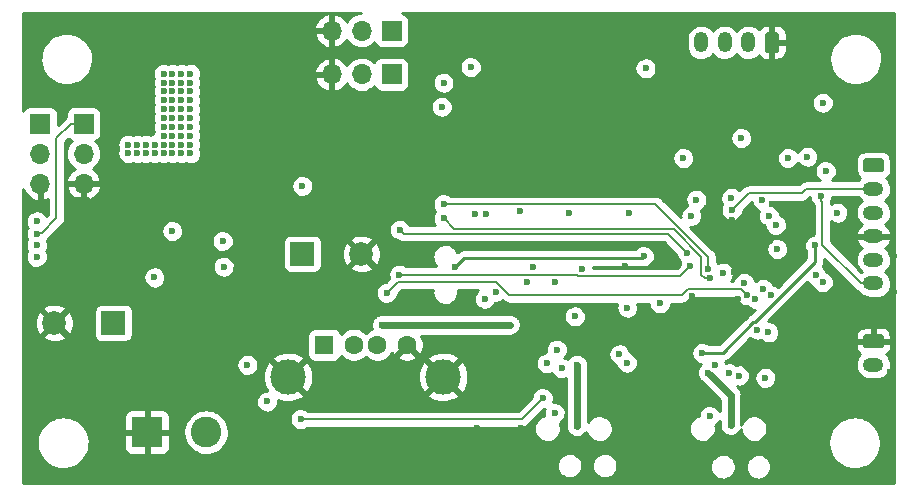
<source format=gbr>
G04 #@! TF.GenerationSoftware,KiCad,Pcbnew,5.99.0-unknown-9339afc~100~ubuntu16.04.1*
G04 #@! TF.CreationDate,2019-10-14T14:32:33+02:00*
G04 #@! TF.ProjectId,f9p_board,6639705f-626f-4617-9264-2e6b69636164,rev?*
G04 #@! TF.SameCoordinates,Original*
G04 #@! TF.FileFunction,Copper,L3,Inr*
G04 #@! TF.FilePolarity,Positive*
%FSLAX46Y46*%
G04 Gerber Fmt 4.6, Leading zero omitted, Abs format (unit mm)*
G04 Created by KiCad (PCBNEW 5.99.0-unknown-9339afc~100~ubuntu16.04.1) date 2019-10-14 14:32:33*
%MOMM*%
%LPD*%
G04 APERTURE LIST*
%ADD10O,1.200000X1.750000*%
%ADD11C,0.100000*%
%ADD12C,1.200000*%
%ADD13O,1.700000X1.700000*%
%ADD14R,1.700000X1.700000*%
%ADD15C,2.000000*%
%ADD16R,2.000000X2.000000*%
%ADD17O,1.750000X1.200000*%
%ADD18C,1.600000*%
%ADD19R,1.600000X1.600000*%
%ADD20C,3.000000*%
%ADD21C,2.600000*%
%ADD22R,2.600000X2.600000*%
%ADD23C,0.600000*%
%ADD24C,0.200000*%
%ADD25C,0.600000*%
%ADD26C,0.250000*%
%ADD27C,0.254000*%
G04 APERTURE END LIST*
D10*
X103000000Y-56100000D03*
X105000000Y-56100000D03*
X107000000Y-56100000D03*
D11*
G36*
X109445671Y-55244030D02*
G01*
X109526777Y-55298223D01*
X109580970Y-55379329D01*
X109600000Y-55474999D01*
X109600000Y-56725001D01*
X109580970Y-56820671D01*
X109526777Y-56901777D01*
X109445671Y-56955970D01*
X109350001Y-56975000D01*
X108649999Y-56975000D01*
X108554329Y-56955970D01*
X108473223Y-56901777D01*
X108419030Y-56820671D01*
X108400000Y-56725001D01*
X108400000Y-55474999D01*
X108419030Y-55379329D01*
X108473223Y-55298223D01*
X108554329Y-55244030D01*
X108649999Y-55225000D01*
X109350001Y-55225000D01*
X109445671Y-55244030D01*
X109445671Y-55244030D01*
G37*
D12*
X109000000Y-56100000D03*
D13*
X71720000Y-58800000D03*
X74260000Y-58800000D03*
D14*
X76800000Y-58800000D03*
D13*
X71720000Y-55100000D03*
X74260000Y-55100000D03*
D14*
X76800000Y-55100000D03*
D13*
X50725000Y-68055000D03*
X50725000Y-65515000D03*
D14*
X50725000Y-62975000D03*
D13*
X47050000Y-68055000D03*
X47050000Y-65515000D03*
D14*
X47050000Y-62975000D03*
D15*
X74250000Y-74000000D03*
D16*
X69250000Y-74000000D03*
D15*
X48250000Y-79850000D03*
D16*
X53250000Y-79850000D03*
D17*
X117600000Y-83400000D03*
D11*
G36*
X118320671Y-80819030D02*
G01*
X118401777Y-80873223D01*
X118455970Y-80954329D01*
X118475000Y-81049999D01*
X118475000Y-81750001D01*
X118455970Y-81845671D01*
X118401777Y-81926777D01*
X118320671Y-81980970D01*
X118225001Y-82000000D01*
X116974999Y-82000000D01*
X116879329Y-81980970D01*
X116798223Y-81926777D01*
X116744030Y-81845671D01*
X116725000Y-81750001D01*
X116725000Y-81049999D01*
X116744030Y-80954329D01*
X116798223Y-80873223D01*
X116879329Y-80819030D01*
X116974999Y-80800000D01*
X118225001Y-80800000D01*
X118320671Y-80819030D01*
X118320671Y-80819030D01*
G37*
D12*
X117600000Y-81400000D03*
D18*
X78100000Y-81700000D03*
X75600000Y-81700000D03*
X73600000Y-81700000D03*
D19*
X71100000Y-81700000D03*
D20*
X68030000Y-84410000D03*
X81170000Y-84410000D03*
D21*
X61100000Y-89100000D03*
D22*
X56100000Y-89100000D03*
D17*
X117600000Y-76500000D03*
X117600000Y-74500000D03*
X117600000Y-72500000D03*
X117600000Y-70500000D03*
X117600000Y-68500000D03*
D11*
G36*
X118320671Y-65919030D02*
G01*
X118401777Y-65973223D01*
X118455970Y-66054329D01*
X118475000Y-66149999D01*
X118475000Y-66850001D01*
X118455970Y-66945671D01*
X118401777Y-67026777D01*
X118320671Y-67080970D01*
X118225001Y-67100000D01*
X116974999Y-67100000D01*
X116879329Y-67080970D01*
X116798223Y-67026777D01*
X116744030Y-66945671D01*
X116725000Y-66850001D01*
X116725000Y-66149999D01*
X116744030Y-66054329D01*
X116798223Y-65973223D01*
X116879329Y-65919030D01*
X116974999Y-65900000D01*
X118225001Y-65900000D01*
X118320671Y-65919030D01*
X118320671Y-65919030D01*
G37*
D12*
X117600000Y-66500000D03*
D23*
X88250000Y-76400000D03*
X85500000Y-68500000D03*
X83400000Y-68500000D03*
X91800000Y-66400000D03*
X93900000Y-66400000D03*
X96000000Y-66400000D03*
X89700000Y-64300000D03*
X91800000Y-64300000D03*
X93900000Y-64300000D03*
X96000000Y-64300000D03*
X87600000Y-62200000D03*
X89700000Y-62200000D03*
X91800000Y-62200000D03*
X93900000Y-62200000D03*
X96000000Y-62200000D03*
X96000000Y-60100000D03*
X93900000Y-60100000D03*
X91800000Y-60100000D03*
X89700000Y-60100000D03*
X87600000Y-60100000D03*
X85500000Y-60100000D03*
X77300000Y-78900000D03*
X76300000Y-78900000D03*
X75100000Y-78900000D03*
X78100000Y-78100000D03*
X77500011Y-71949990D03*
X77450000Y-75750000D03*
X108750000Y-64900000D03*
X112000023Y-65775000D03*
X110366817Y-65880371D03*
X71600000Y-61000000D03*
X71550000Y-64050000D03*
X81041445Y-61542158D03*
X109350000Y-71550000D03*
X108850000Y-72950000D03*
X66250000Y-86500000D03*
X56700000Y-76000000D03*
X64600000Y-83400000D03*
X62500012Y-72906348D03*
X50300000Y-61300000D03*
X47500000Y-61300000D03*
X49600000Y-61300000D03*
X48200000Y-61300000D03*
X48900000Y-61300000D03*
X49600000Y-69400000D03*
X50300000Y-69400000D03*
X51000000Y-69400000D03*
X51700000Y-69400000D03*
X52400000Y-69400000D03*
X52400000Y-68700000D03*
X52400000Y-68000000D03*
X52400000Y-62500000D03*
X52400000Y-63300000D03*
X52400000Y-67300000D03*
X48900000Y-62700000D03*
X48900000Y-62000000D03*
X46750000Y-72300013D03*
X62575000Y-75075000D03*
X59750000Y-64000000D03*
X59750000Y-64750000D03*
X59750000Y-65500000D03*
X57500000Y-61000000D03*
X57500000Y-60250000D03*
X59000000Y-59500000D03*
X58250000Y-59500000D03*
X59750000Y-61000000D03*
X58250000Y-60250000D03*
X59750000Y-59500000D03*
X58250000Y-61000000D03*
X59000000Y-61000000D03*
X59750000Y-60250000D03*
X57500000Y-59500000D03*
X59000000Y-60250000D03*
X57500000Y-61750000D03*
X58250000Y-62500000D03*
X59750000Y-61750000D03*
X58250000Y-61750000D03*
X59000000Y-61750000D03*
X59750000Y-62500000D03*
X57500000Y-63250000D03*
X59000000Y-63250000D03*
X59750000Y-63250000D03*
X57500000Y-62500000D03*
X59000000Y-62500000D03*
X58250000Y-63250000D03*
X57500000Y-64000000D03*
X59000000Y-58750000D03*
X59000000Y-64000000D03*
X57500000Y-58750000D03*
X58250000Y-58750000D03*
X59750000Y-58750000D03*
X58250000Y-64000000D03*
X54500000Y-64750000D03*
X55250000Y-64750000D03*
X56750000Y-64750000D03*
X56000000Y-64750000D03*
X58250000Y-64750000D03*
X59000000Y-64750000D03*
X57500000Y-64750000D03*
X59000000Y-65500000D03*
X58250000Y-65500000D03*
X57500000Y-65500000D03*
X56750000Y-65500000D03*
X56000000Y-65500000D03*
X55250000Y-65500000D03*
X54500000Y-65500000D03*
X58000000Y-70750000D03*
X58750000Y-70750000D03*
X58000000Y-70000000D03*
X58750000Y-70000000D03*
X54250000Y-69250000D03*
X55000000Y-69250000D03*
X55750000Y-69250000D03*
X56500000Y-69250000D03*
X57250000Y-69250000D03*
X58000000Y-69250000D03*
X58750000Y-69250000D03*
X46750000Y-74250000D03*
X46750000Y-73250000D03*
X46750000Y-71250000D03*
X92500000Y-88600000D03*
X105500000Y-88500000D03*
X81200000Y-69800000D03*
X81200000Y-71000000D03*
X81200000Y-59500000D03*
X90600000Y-87500000D03*
X91200000Y-83700000D03*
X89924272Y-83275728D03*
X92500000Y-83400000D03*
X92500000Y-83400000D03*
X92500000Y-84100000D03*
X103735436Y-87735498D03*
X84800000Y-70600002D03*
X83850002Y-70597495D03*
X95800000Y-80000000D03*
X92700000Y-81400000D03*
X99500000Y-78200000D03*
X96600000Y-75000000D03*
X76399989Y-77300011D03*
X85610234Y-77199990D03*
X76000000Y-80000000D03*
X76700000Y-80000000D03*
X86200000Y-80000000D03*
X86800000Y-80000000D03*
X84700000Y-77800000D03*
X83500000Y-58200000D03*
X84700000Y-60100000D03*
X95900000Y-58200000D03*
X98300000Y-58300000D03*
X91200000Y-73200000D03*
X91800000Y-70500000D03*
X69100000Y-88000000D03*
X89589999Y-86210001D03*
X88800000Y-75100000D03*
X92300000Y-79300000D03*
X90600000Y-76400000D03*
X103600015Y-75279802D03*
X106644466Y-76439432D03*
X103721890Y-76076529D03*
X104888517Y-75591173D03*
X90800000Y-82100000D03*
X96700000Y-83200000D03*
X96072247Y-82518751D03*
X103100000Y-82400000D03*
X92900000Y-75300000D03*
X58222500Y-72077500D03*
X102098267Y-75047186D03*
X101836852Y-73954027D03*
X106100000Y-77800000D03*
X107600000Y-77800000D03*
X106866410Y-77480838D03*
X101500000Y-65900000D03*
X106400000Y-64200000D03*
X108200000Y-69450000D03*
X108747258Y-70761033D03*
X105600000Y-70300000D03*
X105547360Y-69254096D03*
X102614844Y-69400000D03*
X113300000Y-61200000D03*
X104200000Y-83450000D03*
X103600000Y-84050000D03*
X105350000Y-84100000D03*
X106200000Y-84300000D03*
X108900010Y-77500000D03*
X108250000Y-76950000D03*
X112652573Y-73280625D03*
X113145304Y-69100010D03*
X103472140Y-70103470D03*
X113100000Y-63350000D03*
X111300000Y-67950000D03*
X114550000Y-70500000D03*
X113550000Y-67000000D03*
X109050000Y-69800000D03*
X102180271Y-70769729D03*
X77500000Y-70750000D03*
X77500000Y-70000000D03*
X77500000Y-69250000D03*
X77500000Y-68500000D03*
X80000000Y-56500000D03*
X81250000Y-56500000D03*
X80000000Y-55750000D03*
X80000000Y-55000000D03*
X80000000Y-54250000D03*
X81250000Y-54250000D03*
X81250000Y-55750000D03*
X81250000Y-55000000D03*
X71340000Y-84410000D03*
X72840000Y-84410000D03*
X74340000Y-84410000D03*
X75840000Y-84410000D03*
X77340000Y-84410000D03*
X94050000Y-90200000D03*
X96650000Y-88350000D03*
X87750000Y-88750000D03*
X100850000Y-88400000D03*
X109750000Y-88500000D03*
X116800000Y-86200000D03*
X117550000Y-86200000D03*
X118975010Y-84024990D03*
X119300000Y-77200000D03*
X119300000Y-74200000D03*
X52450000Y-87550000D03*
X51325000Y-86400000D03*
X50200000Y-85300000D03*
X48750000Y-77500000D03*
X48750000Y-76750000D03*
X48750000Y-76000000D03*
X51500000Y-70500000D03*
X52250000Y-70500000D03*
X84750000Y-85000000D03*
X84750000Y-84000000D03*
X84750000Y-83000000D03*
X83000000Y-91500000D03*
X83750000Y-90750000D03*
X84005000Y-89745000D03*
X84005000Y-88745000D03*
X73931250Y-68818750D03*
X91500000Y-54100000D03*
X92400000Y-54100000D03*
X93300000Y-54100000D03*
X105650000Y-63450000D03*
X104975000Y-62675000D03*
X104200000Y-62000000D03*
X102960000Y-61990000D03*
X101810000Y-61990000D03*
X105750000Y-75500000D03*
X106250000Y-75000000D03*
X106775000Y-74475000D03*
X107275000Y-73975000D03*
X96900000Y-70499972D03*
X97980264Y-66569736D03*
X87652785Y-70400000D03*
X82139576Y-75150000D03*
X98150000Y-74200000D03*
X109450000Y-73600000D03*
X69250000Y-68250000D03*
X102200021Y-77588770D03*
X96750000Y-78550000D03*
X105650000Y-71150000D03*
X105650000Y-73150000D03*
X104500000Y-81400000D03*
X112700000Y-75800000D03*
X108700000Y-80650000D03*
X107734608Y-80417030D03*
X113300000Y-76400000D03*
X108450000Y-84500000D03*
D24*
X101836852Y-73954027D02*
X100182814Y-72299989D01*
X77800010Y-72249989D02*
X77500011Y-71949990D01*
X100182814Y-72299989D02*
X77850010Y-72299989D01*
X77850010Y-72299989D02*
X77800010Y-72249989D01*
X92461998Y-75750000D02*
X77874264Y-75750000D01*
X102098267Y-75047186D02*
X101245452Y-75900001D01*
X92611999Y-75900001D02*
X92461998Y-75750000D01*
X101245452Y-75900001D02*
X92611999Y-75900001D01*
X77874264Y-75750000D02*
X77450000Y-75750000D01*
X48428849Y-64221151D02*
X48428849Y-70995415D01*
X48428849Y-70995415D02*
X47174264Y-72250000D01*
X47174264Y-72250000D02*
X46750000Y-72250000D01*
X49675000Y-62975000D02*
X48428849Y-64221151D01*
X50725000Y-62975000D02*
X49675000Y-62975000D01*
X46750000Y-72250000D02*
X46750000Y-72300013D01*
D25*
X92500000Y-88600000D02*
X92500000Y-83400000D01*
D24*
X84700000Y-70700002D02*
X84800000Y-70600002D01*
X83700000Y-70747497D02*
X83850002Y-70597495D01*
D25*
X76000000Y-80000000D02*
X76700000Y-80000000D01*
X76700000Y-80000000D02*
X86200000Y-80000000D01*
X86200000Y-80000000D02*
X86800000Y-80000000D01*
D24*
X87800000Y-88000000D02*
X89589999Y-86210001D01*
X69100000Y-88000000D02*
X87800000Y-88000000D01*
X82099978Y-71899978D02*
X100670807Y-71899978D01*
X103000009Y-74229180D02*
X103000009Y-75778912D01*
X103000009Y-75778912D02*
X103297626Y-76076529D01*
X103297626Y-76076529D02*
X103721890Y-76076529D01*
X100670807Y-71899978D02*
X103000009Y-74229180D01*
X81200000Y-71000000D02*
X82099978Y-71899978D01*
D25*
X105500000Y-85950000D02*
X103600000Y-84050000D01*
X105500000Y-88500000D02*
X105500000Y-85950000D01*
D24*
X117600000Y-76500000D02*
X116525000Y-76500000D01*
X113250000Y-69628970D02*
X113145304Y-69524274D01*
X116525000Y-76500000D02*
X113250000Y-73225000D01*
X113145304Y-69524274D02*
X113145304Y-69100010D01*
X113250000Y-73225000D02*
X113250000Y-69628970D01*
X107054752Y-68845248D02*
X105899999Y-70000001D01*
X105899999Y-70000001D02*
X105600000Y-70300000D01*
X111568279Y-68845248D02*
X107054752Y-68845248D01*
X111913527Y-68500000D02*
X111568279Y-68845248D01*
X117600000Y-68500000D02*
X111913527Y-68500000D01*
X81200000Y-69800000D02*
X99136529Y-69800000D01*
X103600015Y-74263486D02*
X103600015Y-74855538D01*
X99136529Y-69800000D02*
X103600015Y-74263486D01*
X103600015Y-74855538D02*
X103600015Y-75279802D01*
D26*
X97975001Y-74374999D02*
X98150000Y-74200000D01*
X82139576Y-75150000D02*
X82914577Y-74374999D01*
X82914577Y-74374999D02*
X97975001Y-74374999D01*
D24*
X86779843Y-77491949D02*
X101355970Y-77491949D01*
X106566411Y-77180839D02*
X106866410Y-77480838D01*
X101862019Y-76985900D02*
X106371472Y-76985900D01*
X101355970Y-77491949D02*
X101862019Y-76985900D01*
X76399989Y-77300011D02*
X77350000Y-76350000D01*
X106371472Y-76985900D02*
X106566411Y-77180839D01*
X77350000Y-76350000D02*
X85637894Y-76350000D01*
X85637894Y-76350000D02*
X86779843Y-77491949D01*
X106100000Y-77800000D02*
X102411251Y-77800000D01*
X102411251Y-77800000D02*
X102200021Y-77588770D01*
D26*
X112652573Y-73704889D02*
X112652573Y-73280625D01*
X107528910Y-79796102D02*
X112652573Y-74672439D01*
X104834617Y-82400000D02*
X107438515Y-79796102D01*
X107438515Y-79796102D02*
X107528910Y-79796102D01*
X112652573Y-74672439D02*
X112652573Y-73704889D01*
X103100000Y-82400000D02*
X104834617Y-82400000D01*
D27*
G36*
X71225292Y-53695200D02*
G01*
X70995671Y-53798637D01*
X70786760Y-53939284D01*
X70604534Y-54113119D01*
X70454203Y-54315172D01*
X70340064Y-54539666D01*
X70265382Y-54780181D01*
X70239957Y-54972000D01*
X71592000Y-54972000D01*
X71592000Y-53626000D01*
X74172706Y-53626000D01*
X74002717Y-53640872D01*
X73753250Y-53707716D01*
X73519181Y-53816864D01*
X73307622Y-53965000D01*
X73125000Y-54147622D01*
X72992658Y-54336625D01*
X72923390Y-54222474D01*
X72758331Y-54032261D01*
X72563584Y-53872578D01*
X72344716Y-53747991D01*
X72105169Y-53661040D01*
X71848000Y-53626953D01*
X71848000Y-56599978D01*
X72214708Y-56504800D01*
X72444329Y-56401363D01*
X72653240Y-56260716D01*
X72835466Y-56086881D01*
X72985797Y-55884828D01*
X72995002Y-55866723D01*
X73125000Y-56052378D01*
X73307622Y-56235000D01*
X73519181Y-56383136D01*
X73753250Y-56492284D01*
X74002717Y-56559128D01*
X74195566Y-56576000D01*
X74324434Y-56576000D01*
X74517283Y-56559128D01*
X74766750Y-56492284D01*
X75000819Y-56383136D01*
X75212378Y-56235000D01*
X75351051Y-56096327D01*
X75395831Y-56263450D01*
X75541407Y-56436942D01*
X75732593Y-56547322D01*
X75938976Y-56583713D01*
X77666588Y-56583713D01*
X77963450Y-56504169D01*
X78136942Y-56358593D01*
X78247322Y-56167407D01*
X78283713Y-55961024D01*
X78283713Y-55781408D01*
X101774000Y-55781408D01*
X101774000Y-56433433D01*
X101790644Y-56607884D01*
X101856499Y-56832367D01*
X101963616Y-57040346D01*
X102108128Y-57224319D01*
X102284820Y-57377644D01*
X102487318Y-57494793D01*
X102708316Y-57571536D01*
X102939838Y-57605105D01*
X103173529Y-57594288D01*
X103400961Y-57539477D01*
X103613923Y-57442649D01*
X103804737Y-57307297D01*
X103966511Y-57138305D01*
X103999920Y-57086564D01*
X104108128Y-57224319D01*
X104284820Y-57377644D01*
X104487318Y-57494793D01*
X104708316Y-57571536D01*
X104939838Y-57605105D01*
X105173529Y-57594288D01*
X105400961Y-57539477D01*
X105613923Y-57442649D01*
X105804737Y-57307297D01*
X105966511Y-57138305D01*
X105999920Y-57086564D01*
X106108128Y-57224319D01*
X106284820Y-57377644D01*
X106487318Y-57494793D01*
X106708316Y-57571536D01*
X106939838Y-57605105D01*
X107173529Y-57594288D01*
X107400961Y-57539477D01*
X107613923Y-57442649D01*
X107804737Y-57307297D01*
X107908183Y-57199236D01*
X107977618Y-57307279D01*
X108169730Y-57473745D01*
X108400958Y-57579343D01*
X108643558Y-57614224D01*
X108872000Y-57614224D01*
X108872000Y-56228000D01*
X109128000Y-56228000D01*
X109128000Y-57614224D01*
X109360976Y-57614224D01*
X109714549Y-57537309D01*
X109932279Y-57397382D01*
X110098745Y-57205270D01*
X110204343Y-56974042D01*
X110239224Y-56731442D01*
X110239224Y-56228000D01*
X109128000Y-56228000D01*
X108872000Y-56228000D01*
X108872000Y-54585776D01*
X109128000Y-54585776D01*
X109128000Y-55972000D01*
X110239224Y-55972000D01*
X110239224Y-55464024D01*
X110162309Y-55110451D01*
X110022382Y-54892721D01*
X109830270Y-54726255D01*
X109599042Y-54620657D01*
X109356442Y-54585776D01*
X109128000Y-54585776D01*
X108872000Y-54585776D01*
X108639024Y-54585776D01*
X108285451Y-54662691D01*
X108067721Y-54802618D01*
X107904182Y-54991352D01*
X107891872Y-54975681D01*
X107715180Y-54822356D01*
X107512682Y-54705207D01*
X107291684Y-54628464D01*
X107060162Y-54594895D01*
X106826471Y-54605712D01*
X106599039Y-54660523D01*
X106386076Y-54757351D01*
X106195264Y-54892704D01*
X106033490Y-55061695D01*
X106000081Y-55113437D01*
X105891872Y-54975681D01*
X105715180Y-54822356D01*
X105512682Y-54705207D01*
X105291684Y-54628464D01*
X105060162Y-54594895D01*
X104826471Y-54605712D01*
X104599039Y-54660523D01*
X104386076Y-54757351D01*
X104195264Y-54892704D01*
X104033490Y-55061695D01*
X104000081Y-55113437D01*
X103891872Y-54975681D01*
X103715180Y-54822356D01*
X103512682Y-54705207D01*
X103291684Y-54628464D01*
X103060162Y-54594895D01*
X102826471Y-54605712D01*
X102599039Y-54660523D01*
X102386076Y-54757351D01*
X102195264Y-54892704D01*
X102033490Y-55061695D01*
X101906589Y-55258229D01*
X101817977Y-55478102D01*
X101774000Y-55781408D01*
X78283713Y-55781408D01*
X78283713Y-54233412D01*
X78204169Y-53936551D01*
X78058593Y-53763058D01*
X77867407Y-53652678D01*
X77716109Y-53626000D01*
X119374000Y-53626000D01*
X119374001Y-93374000D01*
X45626000Y-93374000D01*
X45626000Y-90128437D01*
X46772500Y-90128437D01*
X46810540Y-90429555D01*
X46889095Y-90722724D01*
X47006710Y-91002521D01*
X47161210Y-91263765D01*
X47349735Y-91501625D01*
X47568798Y-91711698D01*
X47814343Y-91890098D01*
X48081830Y-92033522D01*
X48366305Y-92139318D01*
X48662507Y-92205527D01*
X48964954Y-92230924D01*
X49268049Y-92215040D01*
X49566185Y-92158168D01*
X49853843Y-92061359D01*
X50125702Y-91926407D01*
X50125969Y-91926225D01*
X90768459Y-91926225D01*
X90789790Y-92143776D01*
X90854431Y-92352595D01*
X90959739Y-92544149D01*
X91101414Y-92710618D01*
X91273669Y-92845198D01*
X91469467Y-92942392D01*
X91680809Y-92998232D01*
X91899062Y-93010434D01*
X92115312Y-92978501D01*
X92320723Y-92903737D01*
X92506906Y-92789197D01*
X92666254Y-92639559D01*
X92792259Y-92460936D01*
X92879773Y-92260624D01*
X92925268Y-92046589D01*
X92925688Y-91926225D01*
X93768459Y-91926225D01*
X93789790Y-92143776D01*
X93854431Y-92352595D01*
X93959739Y-92544149D01*
X94101414Y-92710618D01*
X94273669Y-92845198D01*
X94469467Y-92942392D01*
X94680809Y-92998232D01*
X94899062Y-93010434D01*
X95115312Y-92978501D01*
X95320723Y-92903737D01*
X95506906Y-92789197D01*
X95666254Y-92639559D01*
X95792259Y-92460936D01*
X95879773Y-92260624D01*
X95925268Y-92046589D01*
X95925339Y-92026225D01*
X103768459Y-92026225D01*
X103789790Y-92243776D01*
X103854431Y-92452595D01*
X103959739Y-92644149D01*
X104101414Y-92810618D01*
X104273669Y-92945198D01*
X104469467Y-93042392D01*
X104680809Y-93098232D01*
X104899062Y-93110434D01*
X105115312Y-93078501D01*
X105320723Y-93003737D01*
X105506906Y-92889197D01*
X105666254Y-92739559D01*
X105792259Y-92560936D01*
X105879773Y-92360624D01*
X105925268Y-92146589D01*
X105925688Y-92026225D01*
X106768459Y-92026225D01*
X106789790Y-92243776D01*
X106854431Y-92452595D01*
X106959739Y-92644149D01*
X107101414Y-92810618D01*
X107273669Y-92945198D01*
X107469467Y-93042392D01*
X107680809Y-93098232D01*
X107899062Y-93110434D01*
X108115312Y-93078501D01*
X108320723Y-93003737D01*
X108506906Y-92889197D01*
X108666254Y-92739559D01*
X108792259Y-92560936D01*
X108879773Y-92360624D01*
X108925268Y-92146589D01*
X108926056Y-91920920D01*
X108882056Y-91706573D01*
X108795942Y-91505656D01*
X108671187Y-91326157D01*
X108512888Y-91175410D01*
X108327509Y-91059573D01*
X108122625Y-90983376D01*
X107906604Y-90949935D01*
X107688271Y-90960614D01*
X107476544Y-91014975D01*
X107280072Y-91110801D01*
X107106882Y-91244176D01*
X106964049Y-91409649D01*
X106857405Y-91600466D01*
X106791309Y-91808828D01*
X106768459Y-92026225D01*
X105925688Y-92026225D01*
X105926056Y-91920920D01*
X105882056Y-91706573D01*
X105795942Y-91505656D01*
X105671187Y-91326157D01*
X105512888Y-91175410D01*
X105327509Y-91059573D01*
X105122625Y-90983376D01*
X104906604Y-90949935D01*
X104688271Y-90960614D01*
X104476544Y-91014975D01*
X104280072Y-91110801D01*
X104106882Y-91244176D01*
X103964049Y-91409649D01*
X103857405Y-91600466D01*
X103791309Y-91808828D01*
X103768459Y-92026225D01*
X95925339Y-92026225D01*
X95926056Y-91820920D01*
X95882056Y-91606573D01*
X95795942Y-91405656D01*
X95671187Y-91226157D01*
X95512888Y-91075410D01*
X95327509Y-90959573D01*
X95122625Y-90883376D01*
X94906604Y-90849935D01*
X94688271Y-90860614D01*
X94476544Y-90914975D01*
X94280072Y-91010801D01*
X94106882Y-91144176D01*
X93964049Y-91309649D01*
X93857405Y-91500466D01*
X93791309Y-91708828D01*
X93768459Y-91926225D01*
X92925688Y-91926225D01*
X92926056Y-91820920D01*
X92882056Y-91606573D01*
X92795942Y-91405656D01*
X92671187Y-91226157D01*
X92512888Y-91075410D01*
X92327509Y-90959573D01*
X92122625Y-90883376D01*
X91906604Y-90849935D01*
X91688271Y-90860614D01*
X91476544Y-90914975D01*
X91280072Y-91010801D01*
X91106882Y-91144176D01*
X90964049Y-91309649D01*
X90857405Y-91500466D01*
X90791309Y-91708828D01*
X90768459Y-91926225D01*
X50125969Y-91926225D01*
X50376730Y-91755809D01*
X50602283Y-91552721D01*
X50798187Y-91320900D01*
X50960816Y-91064637D01*
X51087162Y-90788673D01*
X51174887Y-90498116D01*
X51222470Y-90197686D01*
X51226123Y-89848901D01*
X51184841Y-89547541D01*
X51103222Y-89255211D01*
X51091447Y-89228000D01*
X54158163Y-89228000D01*
X54158163Y-90416588D01*
X54238795Y-90717512D01*
X54386185Y-90893165D01*
X54579814Y-91004956D01*
X54788976Y-91041837D01*
X55972000Y-91041837D01*
X55972000Y-89228000D01*
X56228000Y-89228000D01*
X56228000Y-91041837D01*
X57416588Y-91041837D01*
X57717512Y-90961205D01*
X57893165Y-90813815D01*
X58004956Y-90620186D01*
X58041837Y-90411024D01*
X58041837Y-89228000D01*
X56228000Y-89228000D01*
X55972000Y-89228000D01*
X54158163Y-89228000D01*
X51091447Y-89228000D01*
X51075428Y-89190981D01*
X59170750Y-89190981D01*
X59205389Y-89475143D01*
X59281649Y-89751064D01*
X59397856Y-90012682D01*
X59551455Y-90254249D01*
X59739073Y-90470461D01*
X59956589Y-90656565D01*
X60199223Y-90808475D01*
X60461646Y-90922852D01*
X60738093Y-90997184D01*
X61022490Y-91029839D01*
X61308589Y-91020097D01*
X61590107Y-90968176D01*
X61860858Y-90875212D01*
X62114893Y-90743252D01*
X62346633Y-90575192D01*
X62550987Y-90374724D01*
X62723465Y-90146253D01*
X62733158Y-90128437D01*
X113772500Y-90128437D01*
X113810540Y-90429555D01*
X113889095Y-90722724D01*
X114006710Y-91002521D01*
X114161210Y-91263765D01*
X114349735Y-91501625D01*
X114568798Y-91711698D01*
X114814343Y-91890098D01*
X115081830Y-92033522D01*
X115366305Y-92139318D01*
X115662507Y-92205527D01*
X115964954Y-92230924D01*
X116268049Y-92215040D01*
X116566185Y-92158168D01*
X116853843Y-92061359D01*
X117125702Y-91926407D01*
X117376730Y-91755809D01*
X117602283Y-91552721D01*
X117798187Y-91320900D01*
X117960816Y-91064637D01*
X118087162Y-90788673D01*
X118174887Y-90498116D01*
X118222470Y-90197686D01*
X118226123Y-89848901D01*
X118184841Y-89547541D01*
X118103222Y-89255211D01*
X117982683Y-88976661D01*
X117825455Y-88717048D01*
X117634450Y-88481176D01*
X117413199Y-88273408D01*
X117165799Y-88097590D01*
X116896826Y-87956974D01*
X116611258Y-87854163D01*
X116314379Y-87791059D01*
X116011682Y-87768831D01*
X115708771Y-87787889D01*
X115411247Y-87847880D01*
X115124618Y-87947694D01*
X114854187Y-88085486D01*
X114604958Y-88258705D01*
X114381545Y-88464144D01*
X114188080Y-88698003D01*
X114028143Y-88955955D01*
X113904693Y-89233226D01*
X113820016Y-89524687D01*
X113775679Y-89824942D01*
X113772500Y-90128437D01*
X62733158Y-90128437D01*
X62860279Y-89894797D01*
X62958423Y-89625881D01*
X63016072Y-89343786D01*
X63026452Y-88960191D01*
X62984142Y-88675390D01*
X62900685Y-88401561D01*
X62777670Y-88143074D01*
X62674758Y-87990212D01*
X68165353Y-87990212D01*
X68197152Y-88241918D01*
X68295467Y-88475800D01*
X68453056Y-88674628D01*
X68658308Y-88823752D01*
X68896102Y-88912187D01*
X69148918Y-88933416D01*
X69398130Y-88885877D01*
X69625378Y-88773070D01*
X69677654Y-88726000D01*
X87857649Y-88726000D01*
X87857655Y-88725999D01*
X87914986Y-88725999D01*
X87969996Y-88708125D01*
X88027142Y-88699074D01*
X88078689Y-88672809D01*
X88133706Y-88654933D01*
X88180502Y-88620934D01*
X88232051Y-88594668D01*
X88395015Y-88431704D01*
X88395017Y-88431700D01*
X89693763Y-87132955D01*
X89754926Y-87121287D01*
X89702416Y-87239228D01*
X89665353Y-87490212D01*
X89693886Y-87716062D01*
X89609190Y-87737808D01*
X89403589Y-87838086D01*
X89222350Y-87977659D01*
X89072880Y-88150824D01*
X88961281Y-88350506D01*
X88892113Y-88568550D01*
X88868201Y-88796049D01*
X88890524Y-89023710D01*
X88958168Y-89242231D01*
X89068370Y-89442688D01*
X89216628Y-89616892D01*
X89396888Y-89757726D01*
X89601784Y-89859437D01*
X89822947Y-89917871D01*
X90051342Y-89930640D01*
X90277640Y-89897224D01*
X90492597Y-89818986D01*
X90687431Y-89699122D01*
X90854185Y-89542531D01*
X90986045Y-89355607D01*
X91077626Y-89145988D01*
X91125232Y-88922016D01*
X91126056Y-88685842D01*
X91080014Y-88461544D01*
X91021364Y-88324703D01*
X91125378Y-88273070D01*
X91313918Y-88103308D01*
X91449861Y-87889096D01*
X91523384Y-87645575D01*
X91526231Y-87373795D01*
X91457823Y-87128787D01*
X91326397Y-86911776D01*
X91141453Y-86738102D01*
X90916617Y-86620561D01*
X90668455Y-86567813D01*
X90445062Y-86581867D01*
X90513383Y-86355576D01*
X90516230Y-86083796D01*
X90447822Y-85838788D01*
X90316396Y-85621777D01*
X90131452Y-85448103D01*
X89906616Y-85330562D01*
X89658454Y-85277814D01*
X89405250Y-85293743D01*
X89165655Y-85377180D01*
X88957324Y-85521973D01*
X88795606Y-85717457D01*
X88692415Y-85949229D01*
X88669608Y-86103674D01*
X87499283Y-87274000D01*
X69679681Y-87274000D01*
X69641453Y-87238102D01*
X69416617Y-87120561D01*
X69168455Y-87067813D01*
X68915251Y-87083742D01*
X68675656Y-87167179D01*
X68467325Y-87311972D01*
X68305607Y-87507456D01*
X68202416Y-87739228D01*
X68165353Y-87990212D01*
X62674758Y-87990212D01*
X62617800Y-87905610D01*
X62424585Y-87694384D01*
X62202273Y-87514037D01*
X61955745Y-87368531D01*
X61690418Y-87261063D01*
X61412120Y-87193992D01*
X61126966Y-87168794D01*
X60841220Y-87186021D01*
X60561158Y-87245294D01*
X60292934Y-87345312D01*
X60042440Y-87483878D01*
X59815178Y-87657947D01*
X59616141Y-87863696D01*
X59449703Y-88096604D01*
X59319519Y-88351554D01*
X59228448Y-88622947D01*
X59178493Y-88904821D01*
X59170750Y-89190981D01*
X51075428Y-89190981D01*
X50982683Y-88976661D01*
X50825455Y-88717048D01*
X50634450Y-88481176D01*
X50413199Y-88273408D01*
X50165799Y-88097590D01*
X49896826Y-87956974D01*
X49611258Y-87854163D01*
X49314379Y-87791059D01*
X49286014Y-87788976D01*
X54158163Y-87788976D01*
X54158163Y-88972000D01*
X55972000Y-88972000D01*
X55972000Y-87158163D01*
X56228000Y-87158163D01*
X56228000Y-88972000D01*
X58041837Y-88972000D01*
X58041837Y-87783412D01*
X57961205Y-87482489D01*
X57813815Y-87306835D01*
X57620186Y-87195044D01*
X57411024Y-87158163D01*
X56228000Y-87158163D01*
X55972000Y-87158163D01*
X54783412Y-87158163D01*
X54482489Y-87238795D01*
X54306835Y-87386185D01*
X54195044Y-87579814D01*
X54158163Y-87788976D01*
X49286014Y-87788976D01*
X49011682Y-87768831D01*
X48708771Y-87787889D01*
X48411247Y-87847880D01*
X48124618Y-87947694D01*
X47854187Y-88085486D01*
X47604958Y-88258705D01*
X47381545Y-88464144D01*
X47188080Y-88698003D01*
X47028143Y-88955955D01*
X46904693Y-89233226D01*
X46820016Y-89524687D01*
X46775679Y-89824942D01*
X46772500Y-90128437D01*
X45626000Y-90128437D01*
X45626000Y-86490212D01*
X65315353Y-86490212D01*
X65347152Y-86741918D01*
X65445467Y-86975800D01*
X65603056Y-87174628D01*
X65808308Y-87323752D01*
X66046102Y-87412187D01*
X66298918Y-87433416D01*
X66548130Y-87385877D01*
X66775378Y-87273070D01*
X66963918Y-87103308D01*
X67099861Y-86889096D01*
X67173384Y-86645575D01*
X67176231Y-86373795D01*
X67173982Y-86365739D01*
X67368948Y-86444511D01*
X67658530Y-86516711D01*
X67955343Y-86547908D01*
X68253609Y-86537492D01*
X68547522Y-86485667D01*
X68831363Y-86393441D01*
X69099606Y-86262611D01*
X69459106Y-86020125D01*
X69448674Y-86009693D01*
X79751326Y-86009693D01*
X79973768Y-86183486D01*
X80232231Y-86332710D01*
X80508948Y-86444511D01*
X80798530Y-86516711D01*
X81095343Y-86547908D01*
X81393609Y-86537492D01*
X81687522Y-86485667D01*
X81971363Y-86393441D01*
X82239606Y-86262611D01*
X82599106Y-86020125D01*
X81170000Y-84591019D01*
X79751326Y-86009693D01*
X69448674Y-86009693D01*
X67848981Y-84410000D01*
X68211019Y-84410000D01*
X69627322Y-85826303D01*
X69760658Y-85667396D01*
X69918811Y-85414299D01*
X70040200Y-85141653D01*
X70122464Y-84854767D01*
X70164000Y-84559224D01*
X70164000Y-84410000D01*
X79030789Y-84410000D01*
X79051608Y-84707721D01*
X79113658Y-84999646D01*
X79215734Y-85280095D01*
X79355846Y-85543609D01*
X79566052Y-85832929D01*
X80988981Y-84410000D01*
X81351019Y-84410000D01*
X82767322Y-85826303D01*
X82900658Y-85667396D01*
X83058811Y-85414299D01*
X83180200Y-85141653D01*
X83262464Y-84854767D01*
X83304000Y-84559224D01*
X83304000Y-84260776D01*
X83262464Y-83965233D01*
X83180200Y-83678347D01*
X83058811Y-83405701D01*
X82971479Y-83265940D01*
X88989625Y-83265940D01*
X89021424Y-83517646D01*
X89119739Y-83751528D01*
X89277328Y-83950356D01*
X89482580Y-84099480D01*
X89720374Y-84187915D01*
X89973190Y-84209144D01*
X90222402Y-84161605D01*
X90360652Y-84092978D01*
X90395467Y-84175800D01*
X90553056Y-84374628D01*
X90758308Y-84523752D01*
X90996102Y-84612187D01*
X91248918Y-84633416D01*
X91498130Y-84585877D01*
X91574001Y-84548214D01*
X91574000Y-88531659D01*
X91565353Y-88590212D01*
X91574000Y-88658653D01*
X91574000Y-88663494D01*
X91581860Y-88720876D01*
X91597151Y-88841912D01*
X91599065Y-88846466D01*
X91599736Y-88851362D01*
X91648165Y-88963275D01*
X91695468Y-89075802D01*
X91698531Y-89079667D01*
X91700490Y-89084194D01*
X91777268Y-89179009D01*
X91853056Y-89274628D01*
X91857050Y-89277530D01*
X91860155Y-89281364D01*
X91959570Y-89352016D01*
X92058306Y-89423751D01*
X92062938Y-89425474D01*
X92066962Y-89428333D01*
X92181734Y-89469654D01*
X92296097Y-89512185D01*
X92301021Y-89512599D01*
X92305673Y-89514273D01*
X92427446Y-89523216D01*
X92548925Y-89533417D01*
X92553764Y-89532493D01*
X92558683Y-89532855D01*
X92678329Y-89508730D01*
X92798127Y-89485878D01*
X92802551Y-89483682D01*
X92807392Y-89482706D01*
X92916063Y-89427335D01*
X93025376Y-89373071D01*
X93029050Y-89369764D01*
X93033446Y-89367523D01*
X93123179Y-89285011D01*
X93213921Y-89203306D01*
X93216564Y-89199140D01*
X93220195Y-89195802D01*
X93284528Y-89092043D01*
X93302776Y-89063289D01*
X93358168Y-89242231D01*
X93468370Y-89442688D01*
X93616628Y-89616892D01*
X93796888Y-89757726D01*
X94001784Y-89859437D01*
X94222947Y-89917871D01*
X94451342Y-89930640D01*
X94677640Y-89897224D01*
X94892597Y-89818986D01*
X95087431Y-89699122D01*
X95254185Y-89542531D01*
X95386045Y-89355607D01*
X95477626Y-89145988D01*
X95525232Y-88922016D01*
X95526056Y-88685842D01*
X95480014Y-88461544D01*
X95389899Y-88251290D01*
X95259348Y-88063451D01*
X95093692Y-87905698D01*
X94899699Y-87784478D01*
X94685293Y-87704741D01*
X94459234Y-87669746D01*
X94230756Y-87680921D01*
X94009190Y-87737808D01*
X93803589Y-87838086D01*
X93622350Y-87977659D01*
X93472880Y-88150824D01*
X93426000Y-88234706D01*
X93426000Y-83995833D01*
X93426231Y-83973788D01*
X93426000Y-83972961D01*
X93426000Y-83336498D01*
X93425604Y-83333611D01*
X93426231Y-83273795D01*
X93408913Y-83211773D01*
X93400266Y-83148642D01*
X93374958Y-83090159D01*
X93357823Y-83028787D01*
X93324816Y-82974286D01*
X93299507Y-82915801D01*
X93259407Y-82866281D01*
X93226397Y-82811776D01*
X93179945Y-82768154D01*
X93139844Y-82718635D01*
X93087906Y-82681724D01*
X93041453Y-82638102D01*
X92984979Y-82608578D01*
X92933042Y-82571668D01*
X92873087Y-82550082D01*
X92816617Y-82520561D01*
X92762053Y-82508963D01*
X95137600Y-82508963D01*
X95169399Y-82760669D01*
X95267714Y-82994551D01*
X95425303Y-83193379D01*
X95630555Y-83342503D01*
X95792186Y-83402613D01*
X95797152Y-83441918D01*
X95895467Y-83675800D01*
X96053056Y-83874628D01*
X96258308Y-84023752D01*
X96496102Y-84112187D01*
X96748918Y-84133416D01*
X96998130Y-84085877D01*
X97225378Y-83973070D01*
X97413918Y-83803308D01*
X97549861Y-83589096D01*
X97623384Y-83345575D01*
X97626231Y-83073795D01*
X97557823Y-82828787D01*
X97426397Y-82611776D01*
X97241453Y-82438102D01*
X97016617Y-82320561D01*
X96975966Y-82311921D01*
X96930070Y-82147538D01*
X96798644Y-81930527D01*
X96613700Y-81756853D01*
X96388864Y-81639312D01*
X96140702Y-81586564D01*
X95887498Y-81602493D01*
X95647903Y-81685930D01*
X95439572Y-81830723D01*
X95277854Y-82026207D01*
X95174663Y-82257979D01*
X95137600Y-82508963D01*
X92762053Y-82508963D01*
X92754290Y-82507313D01*
X92694335Y-82485727D01*
X92630780Y-82481060D01*
X92568456Y-82467813D01*
X92504870Y-82471813D01*
X92441310Y-82467146D01*
X92378842Y-82479742D01*
X92315251Y-82483742D01*
X92255073Y-82504699D01*
X92192610Y-82517293D01*
X92135831Y-82546224D01*
X92075656Y-82567179D01*
X92023332Y-82603545D01*
X91966556Y-82632474D01*
X91919660Y-82675598D01*
X91867326Y-82711971D01*
X91826701Y-82761077D01*
X91779803Y-82804203D01*
X91746230Y-82858352D01*
X91705608Y-82907455D01*
X91701307Y-82917114D01*
X91516617Y-82820561D01*
X91409081Y-82797704D01*
X91513918Y-82703308D01*
X91649861Y-82489096D01*
X91723384Y-82245575D01*
X91726231Y-81973795D01*
X91657823Y-81728787D01*
X91526397Y-81511776D01*
X91341453Y-81338102D01*
X91116617Y-81220561D01*
X90868455Y-81167813D01*
X90615251Y-81183742D01*
X90375656Y-81267179D01*
X90167325Y-81411972D01*
X90005607Y-81607456D01*
X89902416Y-81839228D01*
X89865353Y-82090212D01*
X89897152Y-82341918D01*
X89900279Y-82349357D01*
X89739523Y-82359470D01*
X89499928Y-82442907D01*
X89291597Y-82587700D01*
X89129879Y-82783184D01*
X89026688Y-83014956D01*
X88989625Y-83265940D01*
X82971479Y-83265940D01*
X82900658Y-83152604D01*
X82767322Y-82993697D01*
X81351019Y-84410000D01*
X80988981Y-84410000D01*
X79566052Y-82987071D01*
X79355846Y-83276391D01*
X79215734Y-83539905D01*
X79113658Y-83820354D01*
X79051608Y-84112279D01*
X79030789Y-84410000D01*
X70164000Y-84410000D01*
X70164000Y-84260776D01*
X70122464Y-83965233D01*
X70040200Y-83678347D01*
X69918811Y-83405701D01*
X69760658Y-83152604D01*
X69627322Y-82993697D01*
X68211019Y-84410000D01*
X67848981Y-84410000D01*
X66426052Y-82987071D01*
X66215846Y-83276391D01*
X66075734Y-83539905D01*
X65973658Y-83820354D01*
X65911608Y-84112279D01*
X65890789Y-84410000D01*
X65911608Y-84707721D01*
X65973658Y-84999646D01*
X66075734Y-85280095D01*
X66215846Y-85543609D01*
X66237148Y-85572928D01*
X66065251Y-85583742D01*
X65825656Y-85667179D01*
X65617325Y-85811972D01*
X65455607Y-86007456D01*
X65352416Y-86239228D01*
X65315353Y-86490212D01*
X45626000Y-86490212D01*
X45626000Y-83390212D01*
X63665353Y-83390212D01*
X63697152Y-83641918D01*
X63795467Y-83875800D01*
X63953056Y-84074628D01*
X64158308Y-84223752D01*
X64396102Y-84312187D01*
X64648918Y-84333416D01*
X64898130Y-84285877D01*
X65125378Y-84173070D01*
X65313918Y-84003308D01*
X65449861Y-83789096D01*
X65523384Y-83545575D01*
X65526231Y-83273795D01*
X65457823Y-83028787D01*
X65326397Y-82811776D01*
X65324833Y-82810307D01*
X66611326Y-82810307D01*
X68030000Y-84228981D01*
X69459106Y-82799875D01*
X69099606Y-82557389D01*
X68831363Y-82426559D01*
X68547522Y-82334333D01*
X68253609Y-82282508D01*
X67955343Y-82272092D01*
X67658530Y-82303289D01*
X67368948Y-82375489D01*
X67092231Y-82487290D01*
X66833768Y-82636514D01*
X66611326Y-82810307D01*
X65324833Y-82810307D01*
X65141453Y-82638102D01*
X64916617Y-82520561D01*
X64668455Y-82467813D01*
X64415251Y-82483742D01*
X64175656Y-82567179D01*
X63967325Y-82711972D01*
X63805607Y-82907456D01*
X63702416Y-83139228D01*
X63665353Y-83390212D01*
X45626000Y-83390212D01*
X45626000Y-81109459D01*
X47171560Y-81109459D01*
X47526235Y-81320887D01*
X47770711Y-81417682D01*
X48027520Y-81474145D01*
X48290052Y-81488822D01*
X48551554Y-81461338D01*
X48805297Y-81392397D01*
X49044754Y-81283775D01*
X49319930Y-81100949D01*
X48250000Y-80031019D01*
X47171560Y-81109459D01*
X45626000Y-81109459D01*
X45626000Y-79832834D01*
X46610778Y-79832834D01*
X46629120Y-80095135D01*
X46689163Y-80351130D01*
X46789362Y-80594232D01*
X46993282Y-80925699D01*
X48068981Y-79850000D01*
X48431019Y-79850000D01*
X49493509Y-80912489D01*
X49618577Y-80752410D01*
X49745250Y-80521992D01*
X49833454Y-80274286D01*
X49881040Y-80015010D01*
X49884138Y-79719185D01*
X49841992Y-79458970D01*
X49758994Y-79209470D01*
X49637175Y-78976450D01*
X49534334Y-78838976D01*
X51616287Y-78838976D01*
X51616287Y-80866588D01*
X51695831Y-81163450D01*
X51841407Y-81336942D01*
X52032593Y-81447322D01*
X52238976Y-81483713D01*
X54266588Y-81483713D01*
X54563450Y-81404169D01*
X54736942Y-81258593D01*
X54847322Y-81067407D01*
X54878784Y-80888976D01*
X69666287Y-80888976D01*
X69666287Y-82516588D01*
X69745831Y-82813450D01*
X69891407Y-82986942D01*
X70082593Y-83097322D01*
X70288976Y-83133713D01*
X71916588Y-83133713D01*
X72213450Y-83054169D01*
X72386942Y-82908593D01*
X72497322Y-82717407D01*
X72513797Y-82623975D01*
X72587814Y-82712186D01*
X72778956Y-82872573D01*
X72995045Y-82997331D01*
X73229514Y-83082671D01*
X73475241Y-83125999D01*
X73724759Y-83125999D01*
X73970486Y-83082671D01*
X74204955Y-82997331D01*
X74421044Y-82872573D01*
X74600000Y-82722411D01*
X74778956Y-82872573D01*
X74995045Y-82997331D01*
X75229514Y-83082671D01*
X75475241Y-83125999D01*
X75724759Y-83125999D01*
X75970486Y-83082671D01*
X76204955Y-82997331D01*
X76421044Y-82872573D01*
X76488443Y-82816018D01*
X77165001Y-82816018D01*
X77491651Y-83004609D01*
X77727436Y-83090429D01*
X77974541Y-83134000D01*
X78225459Y-83134000D01*
X78472564Y-83090429D01*
X78708349Y-83004609D01*
X79034999Y-82816018D01*
X79029288Y-82810307D01*
X79751326Y-82810307D01*
X81170000Y-84228981D01*
X82599106Y-82799875D01*
X82239606Y-82557389D01*
X81971363Y-82426559D01*
X81687522Y-82334333D01*
X81393609Y-82282508D01*
X81095343Y-82272092D01*
X80798530Y-82303289D01*
X80508948Y-82375489D01*
X80232231Y-82487290D01*
X79973768Y-82636514D01*
X79751326Y-82810307D01*
X79029288Y-82810307D01*
X78100000Y-81881019D01*
X77165001Y-82816018D01*
X76488443Y-82816018D01*
X76612186Y-82712186D01*
X76772573Y-82521044D01*
X76845381Y-82394935D01*
X76983982Y-82634999D01*
X78100000Y-81518980D01*
X79216018Y-82634999D01*
X79404609Y-82308349D01*
X79490429Y-82072564D01*
X79534000Y-81825459D01*
X79534000Y-81574541D01*
X79490429Y-81327436D01*
X79404609Y-81091651D01*
X79308971Y-80926000D01*
X86160601Y-80926000D01*
X86248918Y-80933416D01*
X86287795Y-80926000D01*
X86760601Y-80926000D01*
X86848918Y-80933416D01*
X86949701Y-80914191D01*
X87051358Y-80900266D01*
X87073950Y-80890490D01*
X87098130Y-80885877D01*
X87190040Y-80840253D01*
X87284199Y-80799507D01*
X87303331Y-80784015D01*
X87325378Y-80773070D01*
X87401619Y-80704422D01*
X87481366Y-80639843D01*
X87495622Y-80619782D01*
X87513917Y-80603310D01*
X87568896Y-80516676D01*
X87628333Y-80433041D01*
X87636672Y-80409877D01*
X87649860Y-80389097D01*
X87679513Y-80290884D01*
X87714272Y-80194335D01*
X87716075Y-80169783D01*
X87723384Y-80145575D01*
X87724304Y-80057736D01*
X87732854Y-79941310D01*
X87725886Y-79906752D01*
X87726231Y-79873795D01*
X87701070Y-79783680D01*
X87682706Y-79692608D01*
X87667078Y-79661937D01*
X87657823Y-79628788D01*
X87609700Y-79549326D01*
X87567526Y-79466556D01*
X87544229Y-79441221D01*
X87526397Y-79411776D01*
X87458673Y-79348179D01*
X87405371Y-79290212D01*
X91365353Y-79290212D01*
X91397152Y-79541918D01*
X91495467Y-79775800D01*
X91653056Y-79974628D01*
X91858308Y-80123752D01*
X92096102Y-80212187D01*
X92348918Y-80233416D01*
X92598130Y-80185877D01*
X92825378Y-80073070D01*
X93013918Y-79903308D01*
X93149861Y-79689096D01*
X93223384Y-79445575D01*
X93226231Y-79173795D01*
X93157823Y-78928787D01*
X93026397Y-78711776D01*
X92841453Y-78538102D01*
X92616617Y-78420561D01*
X92368455Y-78367813D01*
X92115251Y-78383742D01*
X91875656Y-78467179D01*
X91667325Y-78611972D01*
X91505607Y-78807456D01*
X91402416Y-79039228D01*
X91365353Y-79290212D01*
X87405371Y-79290212D01*
X87395799Y-79279803D01*
X87366545Y-79261665D01*
X87341453Y-79238102D01*
X87259119Y-79195058D01*
X87176154Y-79143618D01*
X87150148Y-79138090D01*
X87116617Y-79120561D01*
X86868455Y-79067813D01*
X86770116Y-79074000D01*
X86297564Y-79074000D01*
X86268455Y-79067813D01*
X86170116Y-79074000D01*
X76797564Y-79074000D01*
X76768455Y-79067813D01*
X76670116Y-79074000D01*
X76097564Y-79074000D01*
X76068455Y-79067813D01*
X75970116Y-79074000D01*
X75936505Y-79074000D01*
X75907961Y-79077910D01*
X75815251Y-79083742D01*
X75782742Y-79095063D01*
X75748641Y-79099734D01*
X75663376Y-79136632D01*
X75575655Y-79167179D01*
X75547394Y-79186822D01*
X75515801Y-79200492D01*
X75443602Y-79258959D01*
X75367324Y-79311972D01*
X75345381Y-79338498D01*
X75318636Y-79360155D01*
X75264823Y-79435875D01*
X75205608Y-79507455D01*
X75191607Y-79538901D01*
X75171667Y-79566960D01*
X75140198Y-79654370D01*
X75102416Y-79739227D01*
X75097388Y-79773277D01*
X75085727Y-79805666D01*
X75078923Y-79898324D01*
X75065353Y-79990212D01*
X75069667Y-80024358D01*
X75067146Y-80058691D01*
X75085511Y-80149766D01*
X75097152Y-80241917D01*
X75110489Y-80273646D01*
X75117294Y-80307393D01*
X75139121Y-80350230D01*
X74995045Y-80402669D01*
X74778956Y-80527427D01*
X74600000Y-80677589D01*
X74421044Y-80527427D01*
X74204955Y-80402669D01*
X73970486Y-80317329D01*
X73724759Y-80274001D01*
X73475241Y-80274001D01*
X73229514Y-80317329D01*
X72995045Y-80402669D01*
X72778956Y-80527427D01*
X72587814Y-80687814D01*
X72507083Y-80784026D01*
X72454169Y-80586551D01*
X72308593Y-80413058D01*
X72117407Y-80302678D01*
X71911024Y-80266287D01*
X70283412Y-80266287D01*
X69986551Y-80345831D01*
X69813058Y-80491407D01*
X69702678Y-80682593D01*
X69666287Y-80888976D01*
X54878784Y-80888976D01*
X54883713Y-80861024D01*
X54883713Y-78833412D01*
X54804169Y-78536551D01*
X54658593Y-78363058D01*
X54467407Y-78252678D01*
X54261024Y-78216287D01*
X52233412Y-78216287D01*
X51936551Y-78295831D01*
X51763058Y-78441407D01*
X51652678Y-78632593D01*
X51616287Y-78838976D01*
X49534334Y-78838976D01*
X49494838Y-78786181D01*
X48431019Y-79850000D01*
X48068981Y-79850000D01*
X46996927Y-78777946D01*
X46805269Y-79075342D01*
X46700000Y-79316292D01*
X46634608Y-79570973D01*
X46610778Y-79832834D01*
X45626000Y-79832834D01*
X45626000Y-78607089D01*
X47188108Y-78607089D01*
X48250000Y-79668981D01*
X49317194Y-78601786D01*
X49074606Y-78433183D01*
X48837477Y-78319571D01*
X48585233Y-78245331D01*
X48324364Y-78212375D01*
X48061582Y-78221552D01*
X47803648Y-78272625D01*
X47557197Y-78364278D01*
X47328570Y-78494157D01*
X47188108Y-78607089D01*
X45626000Y-78607089D01*
X45626000Y-77290223D01*
X75465342Y-77290223D01*
X75497141Y-77541929D01*
X75595456Y-77775811D01*
X75753045Y-77974639D01*
X75958297Y-78123763D01*
X76196091Y-78212198D01*
X76448907Y-78233427D01*
X76698119Y-78185888D01*
X76925367Y-78073081D01*
X77113907Y-77903319D01*
X77249850Y-77689107D01*
X77323373Y-77445586D01*
X77323820Y-77402899D01*
X77650720Y-77076000D01*
X80266351Y-77076000D01*
X80248459Y-77246225D01*
X80269790Y-77463776D01*
X80334431Y-77672595D01*
X80439739Y-77864149D01*
X80581414Y-78030618D01*
X80753669Y-78165198D01*
X80949467Y-78262392D01*
X81160809Y-78318232D01*
X81379062Y-78330434D01*
X81595312Y-78298501D01*
X81800723Y-78223737D01*
X81986906Y-78109197D01*
X82146254Y-77959559D01*
X82272259Y-77780936D01*
X82359773Y-77580624D01*
X82405268Y-77366589D01*
X82406056Y-77140920D01*
X82392730Y-77076000D01*
X84119082Y-77076000D01*
X84067325Y-77111972D01*
X83905607Y-77307456D01*
X83802416Y-77539228D01*
X83765353Y-77790212D01*
X83797152Y-78041918D01*
X83895467Y-78275800D01*
X84053056Y-78474628D01*
X84258308Y-78623752D01*
X84496102Y-78712187D01*
X84748918Y-78733416D01*
X84998130Y-78685877D01*
X85225378Y-78573070D01*
X85413918Y-78403308D01*
X85549861Y-78189096D01*
X85568961Y-78125833D01*
X85659152Y-78133406D01*
X85908364Y-78085867D01*
X86135612Y-77973060D01*
X86187508Y-77926332D01*
X86347792Y-78086617D01*
X86399338Y-78112881D01*
X86446137Y-78146882D01*
X86501155Y-78164759D01*
X86552701Y-78191023D01*
X86609838Y-78200073D01*
X86664855Y-78217949D01*
X95884151Y-78217949D01*
X95852416Y-78289228D01*
X95815353Y-78540212D01*
X95847152Y-78791918D01*
X95945467Y-79025800D01*
X96103056Y-79224628D01*
X96308308Y-79373752D01*
X96546102Y-79462187D01*
X96798918Y-79483416D01*
X97048130Y-79435877D01*
X97275378Y-79323070D01*
X97463918Y-79153308D01*
X97599861Y-78939096D01*
X97673384Y-78695575D01*
X97676231Y-78423795D01*
X97618757Y-78217949D01*
X98568857Y-78217949D01*
X98597152Y-78441918D01*
X98695467Y-78675800D01*
X98853056Y-78874628D01*
X99058308Y-79023752D01*
X99296102Y-79112187D01*
X99548918Y-79133416D01*
X99798130Y-79085877D01*
X100025378Y-78973070D01*
X100213918Y-78803308D01*
X100349861Y-78589096D01*
X100423384Y-78345575D01*
X100424721Y-78217949D01*
X101413619Y-78217949D01*
X101413625Y-78217948D01*
X101470956Y-78217948D01*
X101525966Y-78200074D01*
X101583112Y-78191023D01*
X101634659Y-78164758D01*
X101689676Y-78146882D01*
X101736472Y-78112883D01*
X101788021Y-78086617D01*
X102162737Y-77711900D01*
X105962191Y-77711900D01*
X105963562Y-77722756D01*
X106061877Y-77956638D01*
X106219466Y-78155466D01*
X106424718Y-78304590D01*
X106662512Y-78393025D01*
X106904482Y-78413343D01*
X106953056Y-78474628D01*
X107158308Y-78623752D01*
X107396102Y-78712187D01*
X107538771Y-78724167D01*
X107175885Y-79087053D01*
X107150232Y-79100124D01*
X107093319Y-79118615D01*
X107044902Y-79153792D01*
X106991586Y-79180957D01*
X106948594Y-79223949D01*
X106948587Y-79223955D01*
X104523544Y-81649000D01*
X103653058Y-81649000D01*
X103641453Y-81638102D01*
X103416617Y-81520561D01*
X103168455Y-81467813D01*
X102915251Y-81483742D01*
X102675656Y-81567179D01*
X102467325Y-81711972D01*
X102305607Y-81907456D01*
X102202416Y-82139228D01*
X102165353Y-82390212D01*
X102197152Y-82641918D01*
X102295467Y-82875800D01*
X102453056Y-83074628D01*
X102658308Y-83223752D01*
X102896102Y-83312187D01*
X103023558Y-83322889D01*
X102967326Y-83361971D01*
X102936035Y-83399795D01*
X102898872Y-83431874D01*
X102855528Y-83497111D01*
X102805607Y-83557456D01*
X102785641Y-83602302D01*
X102758475Y-83643191D01*
X102734273Y-83717676D01*
X102702416Y-83789228D01*
X102695245Y-83837794D01*
X102680075Y-83884480D01*
X102676797Y-83962722D01*
X102665353Y-84040212D01*
X102671507Y-84088919D01*
X102669451Y-84137963D01*
X102687336Y-84214218D01*
X102697152Y-84291918D01*
X102716176Y-84337175D01*
X102728466Y-84389572D01*
X102756069Y-84432076D01*
X102795467Y-84525800D01*
X102953056Y-84724628D01*
X102996983Y-84756543D01*
X104574001Y-86333563D01*
X104574001Y-87332485D01*
X104461833Y-87147274D01*
X104276889Y-86973600D01*
X104052053Y-86856059D01*
X103803891Y-86803311D01*
X103550687Y-86819240D01*
X103311092Y-86902677D01*
X103102761Y-87047470D01*
X102941043Y-87242954D01*
X102837852Y-87474726D01*
X102802542Y-87713839D01*
X102709190Y-87737808D01*
X102503589Y-87838086D01*
X102322350Y-87977659D01*
X102172880Y-88150824D01*
X102061281Y-88350506D01*
X101992113Y-88568550D01*
X101968201Y-88796049D01*
X101990524Y-89023710D01*
X102058168Y-89242231D01*
X102168370Y-89442688D01*
X102316628Y-89616892D01*
X102496888Y-89757726D01*
X102701784Y-89859437D01*
X102922947Y-89917871D01*
X103151342Y-89930640D01*
X103377640Y-89897224D01*
X103592597Y-89818986D01*
X103787431Y-89699122D01*
X103954185Y-89542531D01*
X104086045Y-89355607D01*
X104177626Y-89145988D01*
X104225232Y-88922016D01*
X104226056Y-88685842D01*
X104196246Y-88540620D01*
X104260814Y-88508568D01*
X104449354Y-88338806D01*
X104574000Y-88142395D01*
X104574000Y-88431659D01*
X104565353Y-88490212D01*
X104574000Y-88558653D01*
X104574000Y-88563494D01*
X104581860Y-88620876D01*
X104597151Y-88741912D01*
X104599065Y-88746466D01*
X104599736Y-88751362D01*
X104648165Y-88863275D01*
X104695468Y-88975802D01*
X104698531Y-88979667D01*
X104700490Y-88984194D01*
X104777268Y-89079009D01*
X104853056Y-89174628D01*
X104857050Y-89177530D01*
X104860155Y-89181364D01*
X104959570Y-89252016D01*
X105058306Y-89323751D01*
X105062938Y-89325474D01*
X105066962Y-89328333D01*
X105181734Y-89369654D01*
X105296097Y-89412185D01*
X105301021Y-89412599D01*
X105305673Y-89414273D01*
X105427446Y-89423216D01*
X105548925Y-89433417D01*
X105553764Y-89432493D01*
X105558683Y-89432855D01*
X105678329Y-89408730D01*
X105798127Y-89385878D01*
X105802551Y-89383682D01*
X105807392Y-89382706D01*
X105916063Y-89327335D01*
X106025376Y-89273071D01*
X106029050Y-89269764D01*
X106033446Y-89267523D01*
X106123179Y-89185011D01*
X106213921Y-89103306D01*
X106216564Y-89099140D01*
X106220195Y-89095802D01*
X106284528Y-88992043D01*
X106349864Y-88889091D01*
X106351289Y-88884371D01*
X106356380Y-88876161D01*
X106362598Y-88846908D01*
X106370592Y-88820431D01*
X106390524Y-89023710D01*
X106458168Y-89242231D01*
X106568370Y-89442688D01*
X106716628Y-89616892D01*
X106896888Y-89757726D01*
X107101784Y-89859437D01*
X107322947Y-89917871D01*
X107551342Y-89930640D01*
X107777640Y-89897224D01*
X107992597Y-89818986D01*
X108187431Y-89699122D01*
X108354185Y-89542531D01*
X108486045Y-89355607D01*
X108577626Y-89145988D01*
X108625232Y-88922016D01*
X108626056Y-88685842D01*
X108580014Y-88461544D01*
X108489899Y-88251290D01*
X108359348Y-88063451D01*
X108193692Y-87905698D01*
X107999699Y-87784478D01*
X107785293Y-87704741D01*
X107559234Y-87669746D01*
X107330756Y-87680921D01*
X107109190Y-87737808D01*
X106903589Y-87838086D01*
X106722350Y-87977659D01*
X106572880Y-88150824D01*
X106461281Y-88350506D01*
X106426000Y-88461725D01*
X106426000Y-88395833D01*
X106426231Y-88373788D01*
X106426000Y-88372961D01*
X106426000Y-85970564D01*
X106430549Y-85862036D01*
X106411554Y-85781051D01*
X106400266Y-85698642D01*
X106382708Y-85658068D01*
X106371535Y-85610429D01*
X106343236Y-85566852D01*
X106299507Y-85465801D01*
X106139844Y-85268635D01*
X106099585Y-85240024D01*
X106078682Y-85219121D01*
X106248918Y-85233416D01*
X106498130Y-85185877D01*
X106725378Y-85073070D01*
X106913918Y-84903308D01*
X107049861Y-84689096D01*
X107109907Y-84490212D01*
X107515353Y-84490212D01*
X107547152Y-84741918D01*
X107645467Y-84975800D01*
X107803056Y-85174628D01*
X108008308Y-85323752D01*
X108246102Y-85412187D01*
X108498918Y-85433416D01*
X108748130Y-85385877D01*
X108975378Y-85273070D01*
X109163918Y-85103308D01*
X109299861Y-84889096D01*
X109373384Y-84645575D01*
X109376231Y-84373795D01*
X109307823Y-84128787D01*
X109176397Y-83911776D01*
X108991453Y-83738102D01*
X108766617Y-83620561D01*
X108518455Y-83567813D01*
X108265251Y-83583742D01*
X108025656Y-83667179D01*
X107817325Y-83811972D01*
X107655607Y-84007456D01*
X107552416Y-84239228D01*
X107515353Y-84490212D01*
X107109907Y-84490212D01*
X107123384Y-84445575D01*
X107126231Y-84173795D01*
X107057823Y-83928787D01*
X106926397Y-83711776D01*
X106741453Y-83538102D01*
X106516617Y-83420561D01*
X106268455Y-83367813D01*
X106015250Y-83383742D01*
X105960396Y-83402845D01*
X105891453Y-83338102D01*
X105666617Y-83220561D01*
X105418455Y-83167813D01*
X105165251Y-83183742D01*
X105094050Y-83208537D01*
X105070130Y-83122867D01*
X105122902Y-83095978D01*
X105179812Y-83077487D01*
X105228224Y-83042314D01*
X105281546Y-83015145D01*
X105435650Y-82861040D01*
X107155643Y-81141048D01*
X107292916Y-81240782D01*
X107530710Y-81329217D01*
X107783526Y-81350446D01*
X108032738Y-81302907D01*
X108034964Y-81301802D01*
X108053055Y-81324628D01*
X108258308Y-81473752D01*
X108496102Y-81562187D01*
X108748918Y-81583416D01*
X108998130Y-81535877D01*
X109013998Y-81528000D01*
X116085776Y-81528000D01*
X116085776Y-81760976D01*
X116162691Y-82114549D01*
X116302618Y-82332279D01*
X116491352Y-82495818D01*
X116475681Y-82508128D01*
X116322356Y-82684820D01*
X116205207Y-82887318D01*
X116128464Y-83108316D01*
X116094895Y-83339838D01*
X116105712Y-83573530D01*
X116160523Y-83800962D01*
X116257351Y-84013925D01*
X116392704Y-84204737D01*
X116561695Y-84366511D01*
X116758229Y-84493412D01*
X116978102Y-84582023D01*
X117281408Y-84626000D01*
X117933434Y-84626000D01*
X118107885Y-84609356D01*
X118332368Y-84543501D01*
X118540346Y-84436384D01*
X118724319Y-84291872D01*
X118877644Y-84115180D01*
X118994793Y-83912682D01*
X119071536Y-83691684D01*
X119105105Y-83460162D01*
X119094288Y-83226470D01*
X119039477Y-82999038D01*
X118942649Y-82786075D01*
X118807296Y-82595263D01*
X118699236Y-82491817D01*
X118807279Y-82422382D01*
X118973745Y-82230270D01*
X119079343Y-81999042D01*
X119114224Y-81756442D01*
X119114224Y-81528000D01*
X116085776Y-81528000D01*
X109013998Y-81528000D01*
X109225378Y-81423070D01*
X109413918Y-81253308D01*
X109547029Y-81043558D01*
X116085776Y-81043558D01*
X116085776Y-81272000D01*
X117472000Y-81272000D01*
X117472000Y-80160776D01*
X117728000Y-80160776D01*
X117728000Y-81272000D01*
X119114224Y-81272000D01*
X119114224Y-81039024D01*
X119037309Y-80685451D01*
X118897382Y-80467721D01*
X118705270Y-80301255D01*
X118474042Y-80195657D01*
X118231442Y-80160776D01*
X117728000Y-80160776D01*
X117472000Y-80160776D01*
X116964024Y-80160776D01*
X116610451Y-80237691D01*
X116392721Y-80377618D01*
X116226255Y-80569730D01*
X116120657Y-80800958D01*
X116085776Y-81043558D01*
X109547029Y-81043558D01*
X109549861Y-81039096D01*
X109623384Y-80795575D01*
X109626231Y-80523795D01*
X109557823Y-80278787D01*
X109426397Y-80061776D01*
X109241453Y-79888102D01*
X109016617Y-79770561D01*
X108768455Y-79717813D01*
X108662614Y-79724471D01*
X111990891Y-76396195D01*
X112053056Y-76474628D01*
X112258308Y-76623752D01*
X112413829Y-76681590D01*
X112495467Y-76875800D01*
X112653056Y-77074628D01*
X112858308Y-77223752D01*
X113096102Y-77312187D01*
X113348918Y-77333416D01*
X113598130Y-77285877D01*
X113825378Y-77173070D01*
X114013918Y-77003308D01*
X114149861Y-76789096D01*
X114223384Y-76545575D01*
X114226231Y-76273795D01*
X114157823Y-76028787D01*
X114026397Y-75811776D01*
X113841453Y-75638102D01*
X113616617Y-75520561D01*
X113581354Y-75513066D01*
X113557823Y-75428787D01*
X113426397Y-75211776D01*
X113287224Y-75081084D01*
X113294883Y-75066052D01*
X113330060Y-75017635D01*
X113348551Y-74960722D01*
X113375719Y-74907404D01*
X113385081Y-74848294D01*
X113403572Y-74791385D01*
X113403572Y-74732057D01*
X113403573Y-74732051D01*
X113403573Y-74405290D01*
X116051361Y-77053081D01*
X116051368Y-77053087D01*
X116092949Y-77094668D01*
X116144491Y-77120930D01*
X116191293Y-77154933D01*
X116246312Y-77172810D01*
X116297857Y-77199074D01*
X116320270Y-77202624D01*
X116392704Y-77304737D01*
X116561695Y-77466511D01*
X116758229Y-77593412D01*
X116978102Y-77682023D01*
X117281408Y-77726000D01*
X117933434Y-77726000D01*
X118107885Y-77709356D01*
X118332368Y-77643501D01*
X118540346Y-77536384D01*
X118724319Y-77391872D01*
X118877644Y-77215180D01*
X118994793Y-77012682D01*
X119071536Y-76791684D01*
X119105105Y-76560162D01*
X119094288Y-76326470D01*
X119039477Y-76099038D01*
X118942649Y-75886075D01*
X118807296Y-75695263D01*
X118638305Y-75533489D01*
X118586564Y-75500080D01*
X118724319Y-75391872D01*
X118877644Y-75215180D01*
X118994793Y-75012682D01*
X119071536Y-74791684D01*
X119105105Y-74560162D01*
X119094288Y-74326470D01*
X119039477Y-74099038D01*
X118942649Y-73886075D01*
X118807296Y-73695263D01*
X118638305Y-73533489D01*
X118593671Y-73504669D01*
X118729860Y-73397692D01*
X118884186Y-73219846D01*
X119002099Y-73016027D01*
X119079344Y-72793585D01*
X119103346Y-72628000D01*
X116086511Y-72628000D01*
X116152925Y-72903578D01*
X116250385Y-73117931D01*
X116386620Y-73309988D01*
X116556715Y-73472818D01*
X116606783Y-73505146D01*
X116475681Y-73608128D01*
X116322356Y-73784820D01*
X116205207Y-73987318D01*
X116128464Y-74208316D01*
X116094895Y-74439838D01*
X116105712Y-74673530D01*
X116160523Y-74900962D01*
X116257351Y-75113925D01*
X116392704Y-75304737D01*
X116561695Y-75466511D01*
X116613436Y-75499920D01*
X116578826Y-75527107D01*
X113976000Y-72924283D01*
X113976000Y-71227625D01*
X114108308Y-71323752D01*
X114346102Y-71412187D01*
X114598918Y-71433416D01*
X114848130Y-71385877D01*
X115075378Y-71273070D01*
X115263918Y-71103308D01*
X115399861Y-70889096D01*
X115473384Y-70645575D01*
X115476231Y-70373795D01*
X115407823Y-70128787D01*
X115276397Y-69911776D01*
X115091453Y-69738102D01*
X114866617Y-69620561D01*
X114618455Y-69567813D01*
X114365251Y-69583742D01*
X114125656Y-69667179D01*
X113976000Y-69771192D01*
X113976000Y-69519305D01*
X113995165Y-69489106D01*
X114068688Y-69245585D01*
X114068893Y-69226000D01*
X116336851Y-69226000D01*
X116392703Y-69304737D01*
X116561695Y-69466511D01*
X116613436Y-69499920D01*
X116475681Y-69608128D01*
X116322356Y-69784820D01*
X116205207Y-69987318D01*
X116128464Y-70208316D01*
X116094895Y-70439838D01*
X116105712Y-70673530D01*
X116160523Y-70900962D01*
X116257351Y-71113925D01*
X116392704Y-71304737D01*
X116561695Y-71466511D01*
X116606329Y-71495331D01*
X116470140Y-71602308D01*
X116315814Y-71780154D01*
X116197901Y-71983973D01*
X116120656Y-72206415D01*
X116096654Y-72372000D01*
X119113489Y-72372000D01*
X119047075Y-72096422D01*
X118949615Y-71882069D01*
X118813380Y-71690012D01*
X118643285Y-71527182D01*
X118593217Y-71494854D01*
X118724319Y-71391872D01*
X118877644Y-71215180D01*
X118994793Y-71012682D01*
X119071536Y-70791684D01*
X119105105Y-70560162D01*
X119094288Y-70326470D01*
X119039477Y-70099038D01*
X118942649Y-69886075D01*
X118807296Y-69695263D01*
X118638305Y-69533489D01*
X118586564Y-69500080D01*
X118724319Y-69391872D01*
X118877644Y-69215180D01*
X118994793Y-69012682D01*
X119071536Y-68791684D01*
X119105105Y-68560162D01*
X119094288Y-68326470D01*
X119039477Y-68099038D01*
X118942649Y-67886075D01*
X118807296Y-67695263D01*
X118693293Y-67586128D01*
X118801987Y-67516275D01*
X118966946Y-67325901D01*
X119071588Y-67096766D01*
X119106142Y-66856443D01*
X119106142Y-66139023D01*
X119029957Y-65788807D01*
X118891275Y-65573013D01*
X118700901Y-65408054D01*
X118471766Y-65303412D01*
X118231443Y-65268858D01*
X116964023Y-65268858D01*
X116613807Y-65345043D01*
X116398013Y-65483725D01*
X116233054Y-65674099D01*
X116128412Y-65903234D01*
X116093858Y-66143557D01*
X116093858Y-66860977D01*
X116170043Y-67211193D01*
X116308725Y-67426987D01*
X116497759Y-67590785D01*
X116475681Y-67608128D01*
X116331745Y-67774000D01*
X114073505Y-67774000D01*
X114075378Y-67773070D01*
X114263918Y-67603308D01*
X114399861Y-67389096D01*
X114473384Y-67145575D01*
X114476231Y-66873795D01*
X114407823Y-66628787D01*
X114276397Y-66411776D01*
X114091453Y-66238102D01*
X113866617Y-66120561D01*
X113618455Y-66067813D01*
X113365251Y-66083742D01*
X113125656Y-66167179D01*
X112917325Y-66311972D01*
X112755607Y-66507456D01*
X112652416Y-66739228D01*
X112615353Y-66990212D01*
X112647152Y-67241918D01*
X112745467Y-67475800D01*
X112903056Y-67674628D01*
X113039830Y-67774000D01*
X111855878Y-67774000D01*
X111855872Y-67774001D01*
X111798539Y-67774001D01*
X111743530Y-67791874D01*
X111686384Y-67800926D01*
X111634839Y-67827190D01*
X111579820Y-67845067D01*
X111533021Y-67879068D01*
X111481476Y-67905332D01*
X111267561Y-68119248D01*
X106997103Y-68119248D01*
X106997097Y-68119249D01*
X106939764Y-68119249D01*
X106884755Y-68137122D01*
X106827609Y-68146174D01*
X106776064Y-68172438D01*
X106721045Y-68190315D01*
X106674243Y-68224318D01*
X106622701Y-68250580D01*
X106581120Y-68292161D01*
X106581113Y-68292167D01*
X106239540Y-68633740D01*
X106088813Y-68492198D01*
X105863977Y-68374657D01*
X105615815Y-68321909D01*
X105362611Y-68337838D01*
X105123016Y-68421275D01*
X104914685Y-68566068D01*
X104752967Y-68761552D01*
X104649776Y-68993324D01*
X104612713Y-69244308D01*
X104644512Y-69496014D01*
X104742827Y-69729896D01*
X104805137Y-69808512D01*
X104702416Y-70039228D01*
X104665353Y-70290212D01*
X104697152Y-70541918D01*
X104795467Y-70775800D01*
X104953056Y-70974628D01*
X105158308Y-71123752D01*
X105396102Y-71212187D01*
X105648918Y-71233416D01*
X105898130Y-71185877D01*
X106125378Y-71073070D01*
X106313918Y-70903308D01*
X106449861Y-70689096D01*
X106523384Y-70445575D01*
X106523831Y-70402887D01*
X107290159Y-69636561D01*
X107297152Y-69691918D01*
X107395467Y-69925800D01*
X107553056Y-70124628D01*
X107758308Y-70273752D01*
X107923217Y-70335081D01*
X107849674Y-70500261D01*
X107812611Y-70751245D01*
X107844410Y-71002951D01*
X107942725Y-71236833D01*
X108100314Y-71435661D01*
X108305566Y-71584785D01*
X108426674Y-71629825D01*
X108447152Y-71791918D01*
X108545467Y-72025800D01*
X108703056Y-72224628D01*
X108908308Y-72373752D01*
X109146102Y-72462187D01*
X109398918Y-72483416D01*
X109648130Y-72435877D01*
X109875378Y-72323070D01*
X110063918Y-72153308D01*
X110199861Y-71939096D01*
X110273384Y-71695575D01*
X110276231Y-71423795D01*
X110207823Y-71178787D01*
X110076397Y-70961776D01*
X109891453Y-70788102D01*
X109673079Y-70673939D01*
X109673489Y-70634828D01*
X109605081Y-70389820D01*
X109473655Y-70172809D01*
X109288711Y-69999135D01*
X109063876Y-69881594D01*
X109027762Y-69873918D01*
X109049861Y-69839096D01*
X109123384Y-69595575D01*
X109123639Y-69571248D01*
X111625928Y-69571248D01*
X111625934Y-69571247D01*
X111683265Y-69571247D01*
X111738275Y-69553373D01*
X111795421Y-69544322D01*
X111846968Y-69518057D01*
X111901985Y-69500181D01*
X111948781Y-69466182D01*
X112000330Y-69439916D01*
X112163294Y-69276952D01*
X112163296Y-69276948D01*
X112214244Y-69226000D01*
X112227811Y-69226000D01*
X112242456Y-69341928D01*
X112340771Y-69575810D01*
X112437808Y-69698241D01*
X112446230Y-69751415D01*
X112472494Y-69802960D01*
X112490371Y-69857980D01*
X112524001Y-69904268D01*
X112524000Y-72360833D01*
X112467823Y-72364367D01*
X112228229Y-72447804D01*
X112019898Y-72592597D01*
X111858180Y-72788081D01*
X111754989Y-73019853D01*
X111717926Y-73270837D01*
X111749725Y-73522543D01*
X111848040Y-73756425D01*
X111901574Y-73823968D01*
X111901573Y-74361365D01*
X109484460Y-76778478D01*
X109441463Y-76738102D01*
X109216627Y-76620561D01*
X109113358Y-76598611D01*
X109107823Y-76578787D01*
X108976397Y-76361776D01*
X108791453Y-76188102D01*
X108566617Y-76070561D01*
X108318455Y-76017813D01*
X108065251Y-76033742D01*
X107825656Y-76117179D01*
X107617325Y-76261972D01*
X107570643Y-76318401D01*
X107570697Y-76313227D01*
X107502289Y-76068219D01*
X107370863Y-75851208D01*
X107185919Y-75677534D01*
X106961083Y-75559993D01*
X106712921Y-75507245D01*
X106459717Y-75523174D01*
X106220122Y-75606611D01*
X106011791Y-75751404D01*
X105850073Y-75946888D01*
X105746882Y-76178660D01*
X105734885Y-76259900D01*
X105529780Y-76259900D01*
X105602435Y-76194481D01*
X105738378Y-75980269D01*
X105811901Y-75736748D01*
X105814748Y-75464968D01*
X105746340Y-75219960D01*
X105614914Y-75002949D01*
X105429970Y-74829275D01*
X105205134Y-74711734D01*
X104956972Y-74658986D01*
X104703768Y-74674915D01*
X104464173Y-74758352D01*
X104395681Y-74805955D01*
X104326412Y-74691579D01*
X104326015Y-74691206D01*
X104326015Y-74205837D01*
X104326014Y-74205831D01*
X104326014Y-74148498D01*
X104308141Y-74093489D01*
X104299089Y-74036343D01*
X104272825Y-73984798D01*
X104254948Y-73929779D01*
X104220945Y-73882978D01*
X104194683Y-73831434D01*
X104157735Y-73794488D01*
X104157733Y-73794484D01*
X103953461Y-73590212D01*
X108515353Y-73590212D01*
X108547152Y-73841918D01*
X108645467Y-74075800D01*
X108803056Y-74274628D01*
X109008308Y-74423752D01*
X109246102Y-74512187D01*
X109498918Y-74533416D01*
X109748130Y-74485877D01*
X109975378Y-74373070D01*
X110163918Y-74203308D01*
X110299861Y-73989096D01*
X110373384Y-73745575D01*
X110376231Y-73473795D01*
X110307823Y-73228787D01*
X110176397Y-73011776D01*
X109991453Y-72838102D01*
X109766617Y-72720561D01*
X109518455Y-72667813D01*
X109265251Y-72683742D01*
X109025656Y-72767179D01*
X108817325Y-72911972D01*
X108655607Y-73107456D01*
X108552416Y-73339228D01*
X108515353Y-73590212D01*
X103953461Y-73590212D01*
X102051469Y-71688222D01*
X102229189Y-71703145D01*
X102478401Y-71655606D01*
X102705649Y-71542799D01*
X102894189Y-71373037D01*
X103030132Y-71158825D01*
X103103655Y-70915304D01*
X103106502Y-70643524D01*
X103038094Y-70398516D01*
X102956725Y-70264159D01*
X103140222Y-70173070D01*
X103328762Y-70003308D01*
X103464705Y-69789096D01*
X103538228Y-69545575D01*
X103541075Y-69273795D01*
X103472667Y-69028787D01*
X103341241Y-68811776D01*
X103156297Y-68638102D01*
X102931461Y-68520561D01*
X102683299Y-68467813D01*
X102430095Y-68483742D01*
X102190500Y-68567179D01*
X101982169Y-68711972D01*
X101820451Y-68907456D01*
X101717260Y-69139228D01*
X101680197Y-69390212D01*
X101711996Y-69641918D01*
X101810311Y-69875800D01*
X101836504Y-69908848D01*
X101755927Y-69936908D01*
X101547596Y-70081701D01*
X101385878Y-70277185D01*
X101282687Y-70508957D01*
X101245624Y-70759941D01*
X101263328Y-70900081D01*
X99731546Y-69368300D01*
X99731544Y-69368296D01*
X99568580Y-69205332D01*
X99517031Y-69179066D01*
X99470235Y-69145067D01*
X99415218Y-69127191D01*
X99363671Y-69100926D01*
X99306525Y-69091875D01*
X99251515Y-69074001D01*
X99194184Y-69074001D01*
X99194178Y-69074000D01*
X81779681Y-69074000D01*
X81741453Y-69038102D01*
X81516617Y-68920561D01*
X81268455Y-68867813D01*
X81015251Y-68883742D01*
X80775656Y-68967179D01*
X80567325Y-69111972D01*
X80405607Y-69307456D01*
X80302416Y-69539228D01*
X80265353Y-69790212D01*
X80297152Y-70041918D01*
X80395467Y-70275800D01*
X80494197Y-70400368D01*
X80405607Y-70507456D01*
X80302416Y-70739228D01*
X80265353Y-70990212D01*
X80297152Y-71241918D01*
X80395467Y-71475800D01*
X80473291Y-71573989D01*
X78354934Y-71573989D01*
X78226408Y-71361766D01*
X78041464Y-71188092D01*
X77816628Y-71070551D01*
X77568466Y-71017803D01*
X77315262Y-71033732D01*
X77075667Y-71117169D01*
X76867336Y-71261962D01*
X76705618Y-71457446D01*
X76602427Y-71689218D01*
X76565364Y-71940202D01*
X76597163Y-72191908D01*
X76695478Y-72425790D01*
X76853067Y-72624618D01*
X77058319Y-72773742D01*
X77296113Y-72862177D01*
X77393671Y-72870369D01*
X77417959Y-72894657D01*
X77469509Y-72920923D01*
X77516305Y-72954922D01*
X77571320Y-72972798D01*
X77622868Y-72999063D01*
X77680007Y-73008113D01*
X77735023Y-73025989D01*
X99882097Y-73025989D01*
X100916935Y-74060827D01*
X100934004Y-74195945D01*
X101032319Y-74429827D01*
X101189908Y-74628655D01*
X101251121Y-74673129D01*
X101200683Y-74786414D01*
X101177876Y-74940858D01*
X100944734Y-75174001D01*
X93826229Y-75174001D01*
X93826231Y-75173795D01*
X93812886Y-75125999D01*
X98034613Y-75125999D01*
X98034619Y-75125998D01*
X98093949Y-75125998D01*
X98097364Y-75124888D01*
X98198918Y-75133416D01*
X98448130Y-75085877D01*
X98675378Y-74973070D01*
X98863918Y-74803308D01*
X98999861Y-74589096D01*
X99073384Y-74345575D01*
X99076231Y-74073795D01*
X99007823Y-73828787D01*
X98876397Y-73611776D01*
X98691453Y-73438102D01*
X98466617Y-73320561D01*
X98218455Y-73267813D01*
X97965251Y-73283742D01*
X97725656Y-73367179D01*
X97517325Y-73511972D01*
X97424649Y-73623999D01*
X82854965Y-73623999D01*
X82854959Y-73624000D01*
X82795631Y-73624000D01*
X82738722Y-73642491D01*
X82679612Y-73651853D01*
X82626294Y-73679021D01*
X82569381Y-73697512D01*
X82520964Y-73732689D01*
X82467648Y-73759854D01*
X82424656Y-73802846D01*
X82424649Y-73802852D01*
X82343717Y-73883785D01*
X82275942Y-73725656D01*
X82151187Y-73546157D01*
X81992888Y-73395410D01*
X81807509Y-73279573D01*
X81602625Y-73203376D01*
X81386604Y-73169935D01*
X81168271Y-73180614D01*
X80956544Y-73234975D01*
X80760072Y-73330801D01*
X80586882Y-73464176D01*
X80444049Y-73629649D01*
X80337405Y-73820466D01*
X80271309Y-74028828D01*
X80248459Y-74246225D01*
X80269790Y-74463776D01*
X80334431Y-74672595D01*
X80439739Y-74864149D01*
X80575782Y-75024000D01*
X78029681Y-75024000D01*
X77991453Y-74988102D01*
X77766617Y-74870561D01*
X77518455Y-74817813D01*
X77265251Y-74833742D01*
X77025656Y-74917179D01*
X76817325Y-75061972D01*
X76655607Y-75257456D01*
X76552416Y-75489228D01*
X76515353Y-75740212D01*
X76547152Y-75991918D01*
X76586872Y-76086408D01*
X76294515Y-76378766D01*
X76215240Y-76383753D01*
X75975645Y-76467190D01*
X75767314Y-76611983D01*
X75605596Y-76807467D01*
X75502405Y-77039239D01*
X75465342Y-77290223D01*
X45626000Y-77290223D01*
X45626000Y-75990212D01*
X55765353Y-75990212D01*
X55797152Y-76241918D01*
X55895467Y-76475800D01*
X56053056Y-76674628D01*
X56258308Y-76823752D01*
X56496102Y-76912187D01*
X56748918Y-76933416D01*
X56998130Y-76885877D01*
X57225378Y-76773070D01*
X57413918Y-76603308D01*
X57549861Y-76389096D01*
X57623384Y-76145575D01*
X57626231Y-75873795D01*
X57557823Y-75628787D01*
X57426397Y-75411776D01*
X57241453Y-75238102D01*
X57016617Y-75120561D01*
X56768455Y-75067813D01*
X56515251Y-75083742D01*
X56275656Y-75167179D01*
X56067325Y-75311972D01*
X55905607Y-75507456D01*
X55802416Y-75739228D01*
X55765353Y-75990212D01*
X45626000Y-75990212D01*
X45626000Y-68489425D01*
X45715961Y-68717222D01*
X45846610Y-68932526D01*
X46011669Y-69122739D01*
X46206416Y-69282422D01*
X46425284Y-69407009D01*
X46664831Y-69493960D01*
X46922000Y-69528047D01*
X46922000Y-67927000D01*
X47178000Y-67927000D01*
X47178000Y-69554978D01*
X47544708Y-69459800D01*
X47702850Y-69388562D01*
X47702850Y-70694696D01*
X47574229Y-70823317D01*
X47476397Y-70661776D01*
X47291453Y-70488102D01*
X47066617Y-70370561D01*
X46818455Y-70317813D01*
X46565251Y-70333742D01*
X46325656Y-70417179D01*
X46117325Y-70561972D01*
X45955607Y-70757456D01*
X45852416Y-70989228D01*
X45815353Y-71240212D01*
X45847152Y-71491918D01*
X45945467Y-71725800D01*
X45983486Y-71773768D01*
X45955607Y-71807469D01*
X45852416Y-72039241D01*
X45815353Y-72290225D01*
X45847152Y-72541931D01*
X45945467Y-72775813D01*
X45946726Y-72777402D01*
X45852416Y-72989228D01*
X45815353Y-73240212D01*
X45847152Y-73491918D01*
X45945467Y-73725800D01*
X45963242Y-73748227D01*
X45955608Y-73757455D01*
X45852416Y-73989228D01*
X45815353Y-74240212D01*
X45847152Y-74491918D01*
X45945467Y-74725800D01*
X46103056Y-74924628D01*
X46308308Y-75073752D01*
X46546102Y-75162187D01*
X46798918Y-75183416D01*
X47048130Y-75135877D01*
X47190483Y-75065212D01*
X61640353Y-75065212D01*
X61672152Y-75316918D01*
X61770467Y-75550800D01*
X61928056Y-75749628D01*
X62133308Y-75898752D01*
X62371102Y-75987187D01*
X62623918Y-76008416D01*
X62873130Y-75960877D01*
X63100378Y-75848070D01*
X63288918Y-75678308D01*
X63424861Y-75464096D01*
X63498384Y-75220575D01*
X63501231Y-74948795D01*
X63432823Y-74703787D01*
X63301397Y-74486776D01*
X63116453Y-74313102D01*
X62891617Y-74195561D01*
X62643455Y-74142813D01*
X62390251Y-74158742D01*
X62150656Y-74242179D01*
X61942325Y-74386972D01*
X61780607Y-74582456D01*
X61677416Y-74814228D01*
X61640353Y-75065212D01*
X47190483Y-75065212D01*
X47275378Y-75023070D01*
X47463918Y-74853308D01*
X47599861Y-74639096D01*
X47673384Y-74395575D01*
X47676231Y-74123795D01*
X47607823Y-73878787D01*
X47529657Y-73749719D01*
X47599861Y-73639096D01*
X47673384Y-73395575D01*
X47676231Y-73123795D01*
X47607823Y-72878787D01*
X47591677Y-72852127D01*
X47606315Y-72844668D01*
X47769279Y-72681704D01*
X47769281Y-72681700D01*
X48383269Y-72067712D01*
X57287853Y-72067712D01*
X57319652Y-72319418D01*
X57417967Y-72553300D01*
X57575556Y-72752128D01*
X57780808Y-72901252D01*
X58018602Y-72989687D01*
X58271418Y-73010916D01*
X58520630Y-72963377D01*
X58655231Y-72896560D01*
X61565365Y-72896560D01*
X61597164Y-73148266D01*
X61695479Y-73382148D01*
X61853068Y-73580976D01*
X62058320Y-73730100D01*
X62296114Y-73818535D01*
X62548930Y-73839764D01*
X62798142Y-73792225D01*
X63025390Y-73679418D01*
X63213930Y-73509656D01*
X63349873Y-73295444D01*
X63423396Y-73051923D01*
X63424055Y-72988976D01*
X67616287Y-72988976D01*
X67616287Y-75016588D01*
X67695831Y-75313450D01*
X67841407Y-75486942D01*
X68032593Y-75597322D01*
X68238976Y-75633713D01*
X70266588Y-75633713D01*
X70563450Y-75554169D01*
X70736942Y-75408593D01*
X70823043Y-75259459D01*
X73171560Y-75259459D01*
X73526235Y-75470887D01*
X73770711Y-75567682D01*
X74027520Y-75624145D01*
X74290052Y-75638822D01*
X74551554Y-75611338D01*
X74805297Y-75542397D01*
X75044754Y-75433775D01*
X75319930Y-75250949D01*
X74250000Y-74181019D01*
X73171560Y-75259459D01*
X70823043Y-75259459D01*
X70847322Y-75217407D01*
X70883713Y-75011024D01*
X70883713Y-73982834D01*
X72610778Y-73982834D01*
X72629120Y-74245135D01*
X72689163Y-74501130D01*
X72789362Y-74744232D01*
X72993282Y-75075699D01*
X74068981Y-74000000D01*
X74431019Y-74000000D01*
X75493509Y-75062489D01*
X75618577Y-74902410D01*
X75745250Y-74671992D01*
X75833454Y-74424286D01*
X75881040Y-74165010D01*
X75884138Y-73869185D01*
X75841992Y-73608970D01*
X75758994Y-73359470D01*
X75637175Y-73126450D01*
X75494838Y-72936181D01*
X74431019Y-74000000D01*
X74068981Y-74000000D01*
X72996927Y-72927946D01*
X72805269Y-73225342D01*
X72700000Y-73466292D01*
X72634608Y-73720973D01*
X72610778Y-73982834D01*
X70883713Y-73982834D01*
X70883713Y-72983412D01*
X70823070Y-72757089D01*
X73188108Y-72757089D01*
X74250000Y-73818981D01*
X75317194Y-72751786D01*
X75074606Y-72583183D01*
X74837477Y-72469571D01*
X74585233Y-72395331D01*
X74324364Y-72362375D01*
X74061582Y-72371552D01*
X73803648Y-72422625D01*
X73557197Y-72514278D01*
X73328570Y-72644157D01*
X73188108Y-72757089D01*
X70823070Y-72757089D01*
X70804169Y-72686551D01*
X70658593Y-72513058D01*
X70467407Y-72402678D01*
X70261024Y-72366287D01*
X68233412Y-72366287D01*
X67936551Y-72445831D01*
X67763058Y-72591407D01*
X67652678Y-72782593D01*
X67616287Y-72988976D01*
X63424055Y-72988976D01*
X63426243Y-72780143D01*
X63357835Y-72535135D01*
X63226409Y-72318124D01*
X63041465Y-72144450D01*
X62816629Y-72026909D01*
X62568467Y-71974161D01*
X62315263Y-71990090D01*
X62075668Y-72073527D01*
X61867337Y-72218320D01*
X61705619Y-72413804D01*
X61602428Y-72645576D01*
X61565365Y-72896560D01*
X58655231Y-72896560D01*
X58747878Y-72850570D01*
X58936418Y-72680808D01*
X59072361Y-72466596D01*
X59145884Y-72223075D01*
X59148731Y-71951295D01*
X59080323Y-71706287D01*
X58948897Y-71489276D01*
X58763953Y-71315602D01*
X58539117Y-71198061D01*
X58290955Y-71145313D01*
X58037751Y-71161242D01*
X57798156Y-71244679D01*
X57589825Y-71389472D01*
X57428107Y-71584956D01*
X57324916Y-71816728D01*
X57287853Y-72067712D01*
X48383269Y-72067712D01*
X48975598Y-71475384D01*
X49023517Y-71427466D01*
X49049781Y-71375921D01*
X49083782Y-71329122D01*
X49101659Y-71274102D01*
X49127923Y-71222557D01*
X49136975Y-71165411D01*
X49154848Y-71110402D01*
X49154848Y-71053070D01*
X49154849Y-71053064D01*
X49154849Y-68183000D01*
X49235513Y-68183000D01*
X49298456Y-68482983D01*
X49390961Y-68717222D01*
X49521610Y-68932526D01*
X49686669Y-69122739D01*
X49881416Y-69282422D01*
X50100284Y-69407009D01*
X50339831Y-69493960D01*
X50597000Y-69528047D01*
X50597000Y-68183000D01*
X50853000Y-68183000D01*
X50853000Y-69554978D01*
X51219708Y-69459800D01*
X51449329Y-69356363D01*
X51658240Y-69215716D01*
X51840466Y-69041881D01*
X51990797Y-68839828D01*
X52104936Y-68615334D01*
X52179618Y-68374819D01*
X52197459Y-68240212D01*
X68315353Y-68240212D01*
X68347152Y-68491918D01*
X68445467Y-68725800D01*
X68603056Y-68924628D01*
X68808308Y-69073752D01*
X69046102Y-69162187D01*
X69298918Y-69183416D01*
X69548130Y-69135877D01*
X69775378Y-69023070D01*
X69963918Y-68853308D01*
X70099861Y-68639096D01*
X70173384Y-68395575D01*
X70176231Y-68123795D01*
X70107823Y-67878787D01*
X69976397Y-67661776D01*
X69791453Y-67488102D01*
X69566617Y-67370561D01*
X69318455Y-67317813D01*
X69065251Y-67333742D01*
X68825656Y-67417179D01*
X68617325Y-67561972D01*
X68455607Y-67757456D01*
X68352416Y-67989228D01*
X68315353Y-68240212D01*
X52197459Y-68240212D01*
X52205043Y-68183000D01*
X50853000Y-68183000D01*
X50597000Y-68183000D01*
X49235513Y-68183000D01*
X49154849Y-68183000D01*
X49154849Y-64521868D01*
X49420037Y-64256680D01*
X49466407Y-64311942D01*
X49657593Y-64422322D01*
X49719401Y-64433221D01*
X49590000Y-64562622D01*
X49441864Y-64774181D01*
X49332716Y-65008250D01*
X49265872Y-65257717D01*
X49243363Y-65515000D01*
X49265872Y-65772283D01*
X49332716Y-66021750D01*
X49441864Y-66255819D01*
X49590000Y-66467378D01*
X49772622Y-66650000D01*
X49959865Y-66781109D01*
X49791760Y-66894284D01*
X49609534Y-67068119D01*
X49459203Y-67270172D01*
X49345064Y-67494666D01*
X49270382Y-67735181D01*
X49244957Y-67927000D01*
X52214487Y-67927000D01*
X52151544Y-67627017D01*
X52059039Y-67392778D01*
X51928390Y-67177474D01*
X51763331Y-66987261D01*
X51568584Y-66827578D01*
X51488707Y-66782109D01*
X51677378Y-66650000D01*
X51860000Y-66467378D01*
X52008136Y-66255819D01*
X52117284Y-66021750D01*
X52184128Y-65772283D01*
X52206637Y-65515000D01*
X52184128Y-65257717D01*
X52117284Y-65008250D01*
X52008136Y-64774181D01*
X51984351Y-64740212D01*
X53565353Y-64740212D01*
X53597152Y-64991918D01*
X53653181Y-65125207D01*
X53602416Y-65239228D01*
X53565353Y-65490212D01*
X53597152Y-65741918D01*
X53695467Y-65975800D01*
X53853056Y-66174628D01*
X54058308Y-66323752D01*
X54296102Y-66412187D01*
X54548918Y-66433416D01*
X54798130Y-66385877D01*
X54874037Y-66348197D01*
X55046102Y-66412187D01*
X55298918Y-66433416D01*
X55548130Y-66385877D01*
X55624037Y-66348197D01*
X55796102Y-66412187D01*
X56048918Y-66433416D01*
X56298130Y-66385877D01*
X56374037Y-66348197D01*
X56546102Y-66412187D01*
X56798918Y-66433416D01*
X57048130Y-66385877D01*
X57124037Y-66348197D01*
X57296102Y-66412187D01*
X57548918Y-66433416D01*
X57798130Y-66385877D01*
X57874037Y-66348197D01*
X58046102Y-66412187D01*
X58298918Y-66433416D01*
X58548130Y-66385877D01*
X58624037Y-66348197D01*
X58796102Y-66412187D01*
X59048918Y-66433416D01*
X59298130Y-66385877D01*
X59374037Y-66348197D01*
X59546102Y-66412187D01*
X59798918Y-66433416D01*
X60048130Y-66385877D01*
X60275378Y-66273070D01*
X60463918Y-66103308D01*
X60599152Y-65890212D01*
X100565353Y-65890212D01*
X100597152Y-66141918D01*
X100695467Y-66375800D01*
X100853056Y-66574628D01*
X101058308Y-66723752D01*
X101296102Y-66812187D01*
X101548918Y-66833416D01*
X101798130Y-66785877D01*
X102025378Y-66673070D01*
X102213918Y-66503308D01*
X102349861Y-66289096D01*
X102423384Y-66045575D01*
X102425217Y-65870583D01*
X109432170Y-65870583D01*
X109463969Y-66122289D01*
X109562284Y-66356171D01*
X109719873Y-66554999D01*
X109925125Y-66704123D01*
X110162919Y-66792558D01*
X110415735Y-66813787D01*
X110664947Y-66766248D01*
X110892195Y-66653441D01*
X111080735Y-66483679D01*
X111213835Y-66273946D01*
X111353079Y-66449628D01*
X111558331Y-66598752D01*
X111796125Y-66687187D01*
X112048941Y-66708416D01*
X112298153Y-66660877D01*
X112525401Y-66548070D01*
X112713941Y-66378308D01*
X112849884Y-66164096D01*
X112923407Y-65920575D01*
X112926254Y-65648795D01*
X112857846Y-65403787D01*
X112726420Y-65186776D01*
X112541476Y-65013102D01*
X112316640Y-64895561D01*
X112068478Y-64842813D01*
X111815274Y-64858742D01*
X111575679Y-64942179D01*
X111367348Y-65086972D01*
X111205630Y-65282456D01*
X111155515Y-65395018D01*
X111093214Y-65292147D01*
X110908270Y-65118473D01*
X110683434Y-65000932D01*
X110435272Y-64948184D01*
X110182068Y-64964113D01*
X109942473Y-65047550D01*
X109734142Y-65192343D01*
X109572424Y-65387827D01*
X109469233Y-65619599D01*
X109432170Y-65870583D01*
X102425217Y-65870583D01*
X102426231Y-65773795D01*
X102357823Y-65528787D01*
X102226397Y-65311776D01*
X102041453Y-65138102D01*
X101816617Y-65020561D01*
X101568455Y-64967813D01*
X101315251Y-64983742D01*
X101075656Y-65067179D01*
X100867325Y-65211972D01*
X100705607Y-65407456D01*
X100602416Y-65639228D01*
X100565353Y-65890212D01*
X60599152Y-65890212D01*
X60599861Y-65889096D01*
X60673384Y-65645575D01*
X60676231Y-65373795D01*
X60607823Y-65128787D01*
X60604587Y-65123443D01*
X60673384Y-64895575D01*
X60676231Y-64623795D01*
X60607823Y-64378787D01*
X60604587Y-64373443D01*
X60659907Y-64190212D01*
X105465353Y-64190212D01*
X105497152Y-64441918D01*
X105595467Y-64675800D01*
X105753056Y-64874628D01*
X105958308Y-65023752D01*
X106196102Y-65112187D01*
X106448918Y-65133416D01*
X106698130Y-65085877D01*
X106925378Y-64973070D01*
X107113918Y-64803308D01*
X107249861Y-64589096D01*
X107323384Y-64345575D01*
X107326231Y-64073795D01*
X107257823Y-63828787D01*
X107126397Y-63611776D01*
X106941453Y-63438102D01*
X106716617Y-63320561D01*
X106468455Y-63267813D01*
X106215251Y-63283742D01*
X105975656Y-63367179D01*
X105767325Y-63511972D01*
X105605607Y-63707456D01*
X105502416Y-63939228D01*
X105465353Y-64190212D01*
X60659907Y-64190212D01*
X60673384Y-64145575D01*
X60676231Y-63873795D01*
X60607823Y-63628787D01*
X60604587Y-63623443D01*
X60673384Y-63395575D01*
X60676231Y-63123795D01*
X60607823Y-62878787D01*
X60604587Y-62873443D01*
X60673384Y-62645575D01*
X60676231Y-62373795D01*
X60607823Y-62128787D01*
X60604587Y-62123443D01*
X60673384Y-61895575D01*
X60676231Y-61623795D01*
X60650705Y-61532370D01*
X80106798Y-61532370D01*
X80138597Y-61784076D01*
X80236912Y-62017958D01*
X80394501Y-62216786D01*
X80599753Y-62365910D01*
X80837547Y-62454345D01*
X81090363Y-62475574D01*
X81339575Y-62428035D01*
X81566823Y-62315228D01*
X81755363Y-62145466D01*
X81891306Y-61931254D01*
X81964829Y-61687733D01*
X81967676Y-61415953D01*
X81904648Y-61190212D01*
X112365353Y-61190212D01*
X112397152Y-61441918D01*
X112495467Y-61675800D01*
X112653056Y-61874628D01*
X112858308Y-62023752D01*
X113096102Y-62112187D01*
X113348918Y-62133416D01*
X113598130Y-62085877D01*
X113825378Y-61973070D01*
X114013918Y-61803308D01*
X114149861Y-61589096D01*
X114223384Y-61345575D01*
X114226231Y-61073795D01*
X114157823Y-60828787D01*
X114026397Y-60611776D01*
X113841453Y-60438102D01*
X113616617Y-60320561D01*
X113368455Y-60267813D01*
X113115251Y-60283742D01*
X112875656Y-60367179D01*
X112667325Y-60511972D01*
X112505607Y-60707456D01*
X112402416Y-60939228D01*
X112365353Y-61190212D01*
X81904648Y-61190212D01*
X81899268Y-61170945D01*
X81767842Y-60953934D01*
X81582898Y-60780260D01*
X81358062Y-60662719D01*
X81109900Y-60609971D01*
X80856696Y-60625900D01*
X80617101Y-60709337D01*
X80408770Y-60854130D01*
X80247052Y-61049614D01*
X80143861Y-61281386D01*
X80106798Y-61532370D01*
X60650705Y-61532370D01*
X60607823Y-61378787D01*
X60604587Y-61373443D01*
X60673384Y-61145575D01*
X60676231Y-60873795D01*
X60607823Y-60628787D01*
X60604587Y-60623443D01*
X60673384Y-60395575D01*
X60676231Y-60123795D01*
X60607823Y-59878787D01*
X60604587Y-59873443D01*
X60673384Y-59645575D01*
X60676231Y-59373795D01*
X60607823Y-59128787D01*
X60604587Y-59123443D01*
X60663594Y-58928000D01*
X70230513Y-58928000D01*
X70293456Y-59227983D01*
X70385961Y-59462222D01*
X70516610Y-59677526D01*
X70681669Y-59867739D01*
X70876416Y-60027422D01*
X71095284Y-60152009D01*
X71334831Y-60238960D01*
X71592000Y-60273047D01*
X71592000Y-58928000D01*
X70230513Y-58928000D01*
X60663594Y-58928000D01*
X60673384Y-58895575D01*
X60675726Y-58672000D01*
X70239957Y-58672000D01*
X71592000Y-58672000D01*
X71592000Y-57326953D01*
X71848000Y-57326953D01*
X71848000Y-60299978D01*
X72214708Y-60204800D01*
X72444329Y-60101363D01*
X72653240Y-59960716D01*
X72835466Y-59786881D01*
X72985797Y-59584828D01*
X72995002Y-59566723D01*
X73125000Y-59752378D01*
X73307622Y-59935000D01*
X73519181Y-60083136D01*
X73753250Y-60192284D01*
X74002717Y-60259128D01*
X74195566Y-60276000D01*
X74324434Y-60276000D01*
X74517283Y-60259128D01*
X74766750Y-60192284D01*
X75000819Y-60083136D01*
X75212378Y-59935000D01*
X75351051Y-59796327D01*
X75395831Y-59963450D01*
X75541407Y-60136942D01*
X75732593Y-60247322D01*
X75938976Y-60283713D01*
X77666588Y-60283713D01*
X77963450Y-60204169D01*
X78136942Y-60058593D01*
X78247322Y-59867407D01*
X78283713Y-59661024D01*
X78283713Y-59490212D01*
X80265353Y-59490212D01*
X80297152Y-59741918D01*
X80395467Y-59975800D01*
X80553056Y-60174628D01*
X80758308Y-60323752D01*
X80996102Y-60412187D01*
X81248918Y-60433416D01*
X81498130Y-60385877D01*
X81725378Y-60273070D01*
X81913918Y-60103308D01*
X82049861Y-59889096D01*
X82123384Y-59645575D01*
X82126231Y-59373795D01*
X82057823Y-59128787D01*
X81926397Y-58911776D01*
X81741453Y-58738102D01*
X81516617Y-58620561D01*
X81268455Y-58567813D01*
X81015251Y-58583742D01*
X80775656Y-58667179D01*
X80567325Y-58811972D01*
X80405607Y-59007456D01*
X80302416Y-59239228D01*
X80265353Y-59490212D01*
X78283713Y-59490212D01*
X78283713Y-58190212D01*
X82565353Y-58190212D01*
X82597152Y-58441918D01*
X82695467Y-58675800D01*
X82853056Y-58874628D01*
X83058308Y-59023752D01*
X83296102Y-59112187D01*
X83548918Y-59133416D01*
X83798130Y-59085877D01*
X84025378Y-58973070D01*
X84213918Y-58803308D01*
X84349861Y-58589096D01*
X84423384Y-58345575D01*
X84423963Y-58290212D01*
X97365353Y-58290212D01*
X97397152Y-58541918D01*
X97495467Y-58775800D01*
X97653056Y-58974628D01*
X97858308Y-59123752D01*
X98096102Y-59212187D01*
X98348918Y-59233416D01*
X98598130Y-59185877D01*
X98825378Y-59073070D01*
X99013918Y-58903308D01*
X99149861Y-58689096D01*
X99223384Y-58445575D01*
X99226231Y-58173795D01*
X99157823Y-57928787D01*
X99026397Y-57711776D01*
X98937650Y-57628437D01*
X113872500Y-57628437D01*
X113910540Y-57929555D01*
X113989095Y-58222724D01*
X114106710Y-58502521D01*
X114261210Y-58763765D01*
X114449735Y-59001625D01*
X114668798Y-59211698D01*
X114914343Y-59390098D01*
X115181830Y-59533522D01*
X115466305Y-59639318D01*
X115762507Y-59705527D01*
X116064954Y-59730924D01*
X116368049Y-59715040D01*
X116666185Y-59658168D01*
X116953843Y-59561359D01*
X117225702Y-59426407D01*
X117476730Y-59255809D01*
X117702283Y-59052721D01*
X117898187Y-58820900D01*
X118060816Y-58564637D01*
X118187162Y-58288673D01*
X118274887Y-57998116D01*
X118322470Y-57697686D01*
X118326123Y-57348901D01*
X118284841Y-57047541D01*
X118203222Y-56755211D01*
X118082683Y-56476661D01*
X117925455Y-56217048D01*
X117734450Y-55981176D01*
X117513199Y-55773408D01*
X117265799Y-55597590D01*
X116996826Y-55456974D01*
X116711258Y-55354163D01*
X116414379Y-55291059D01*
X116111682Y-55268831D01*
X115808771Y-55287889D01*
X115511247Y-55347880D01*
X115224618Y-55447694D01*
X114954187Y-55585486D01*
X114704958Y-55758705D01*
X114481545Y-55964144D01*
X114288080Y-56198003D01*
X114128143Y-56455955D01*
X114004693Y-56733226D01*
X113920016Y-57024687D01*
X113875679Y-57324942D01*
X113872500Y-57628437D01*
X98937650Y-57628437D01*
X98841453Y-57538102D01*
X98616617Y-57420561D01*
X98368455Y-57367813D01*
X98115251Y-57383742D01*
X97875656Y-57467179D01*
X97667325Y-57611972D01*
X97505607Y-57807456D01*
X97402416Y-58039228D01*
X97365353Y-58290212D01*
X84423963Y-58290212D01*
X84426231Y-58073795D01*
X84357823Y-57828787D01*
X84226397Y-57611776D01*
X84041453Y-57438102D01*
X83816617Y-57320561D01*
X83568455Y-57267813D01*
X83315251Y-57283742D01*
X83075656Y-57367179D01*
X82867325Y-57511972D01*
X82705607Y-57707456D01*
X82602416Y-57939228D01*
X82565353Y-58190212D01*
X78283713Y-58190212D01*
X78283713Y-57933412D01*
X78204169Y-57636551D01*
X78058593Y-57463058D01*
X77867407Y-57352678D01*
X77661024Y-57316287D01*
X75933412Y-57316287D01*
X75636551Y-57395831D01*
X75463058Y-57541407D01*
X75352678Y-57732593D01*
X75341779Y-57794401D01*
X75212378Y-57665000D01*
X75000819Y-57516864D01*
X74766750Y-57407716D01*
X74517283Y-57340872D01*
X74324434Y-57324000D01*
X74195566Y-57324000D01*
X74002717Y-57340872D01*
X73753250Y-57407716D01*
X73519181Y-57516864D01*
X73307622Y-57665000D01*
X73125000Y-57847622D01*
X72992658Y-58036625D01*
X72923390Y-57922474D01*
X72758331Y-57732261D01*
X72563584Y-57572578D01*
X72344716Y-57447991D01*
X72105169Y-57361040D01*
X71848000Y-57326953D01*
X71592000Y-57326953D01*
X71592000Y-57300022D01*
X71225292Y-57395200D01*
X70995671Y-57498637D01*
X70786760Y-57639284D01*
X70604534Y-57813119D01*
X70454203Y-58015172D01*
X70340064Y-58239666D01*
X70265382Y-58480181D01*
X70239957Y-58672000D01*
X60675726Y-58672000D01*
X60676231Y-58623795D01*
X60607823Y-58378787D01*
X60476397Y-58161776D01*
X60291453Y-57988102D01*
X60066617Y-57870561D01*
X59818455Y-57817813D01*
X59565251Y-57833742D01*
X59373752Y-57900430D01*
X59316617Y-57870561D01*
X59068455Y-57817813D01*
X58815251Y-57833742D01*
X58623752Y-57900430D01*
X58566617Y-57870561D01*
X58318455Y-57817813D01*
X58065251Y-57833742D01*
X57873752Y-57900430D01*
X57816617Y-57870561D01*
X57568455Y-57817813D01*
X57315251Y-57833742D01*
X57075656Y-57917179D01*
X56867325Y-58061972D01*
X56705607Y-58257456D01*
X56602416Y-58489228D01*
X56565353Y-58740212D01*
X56597152Y-58991918D01*
X56653181Y-59125207D01*
X56602416Y-59239228D01*
X56565353Y-59490212D01*
X56597152Y-59741918D01*
X56653181Y-59875207D01*
X56602416Y-59989228D01*
X56565353Y-60240212D01*
X56597152Y-60491918D01*
X56653181Y-60625207D01*
X56602416Y-60739228D01*
X56565353Y-60990212D01*
X56597152Y-61241918D01*
X56653181Y-61375207D01*
X56602416Y-61489228D01*
X56565353Y-61740212D01*
X56597152Y-61991918D01*
X56653181Y-62125207D01*
X56602416Y-62239228D01*
X56565353Y-62490212D01*
X56597152Y-62741918D01*
X56653181Y-62875207D01*
X56602416Y-62989228D01*
X56565353Y-63240212D01*
X56597152Y-63491918D01*
X56653181Y-63625207D01*
X56602416Y-63739228D01*
X56588677Y-63832268D01*
X56565251Y-63833742D01*
X56373752Y-63900430D01*
X56316617Y-63870561D01*
X56068455Y-63817813D01*
X55815251Y-63833742D01*
X55623752Y-63900430D01*
X55566617Y-63870561D01*
X55318455Y-63817813D01*
X55065251Y-63833742D01*
X54873752Y-63900430D01*
X54816617Y-63870561D01*
X54568455Y-63817813D01*
X54315251Y-63833742D01*
X54075656Y-63917179D01*
X53867325Y-64061972D01*
X53705607Y-64257456D01*
X53602416Y-64489228D01*
X53565353Y-64740212D01*
X51984351Y-64740212D01*
X51860000Y-64562622D01*
X51721327Y-64423949D01*
X51888450Y-64379169D01*
X52061942Y-64233593D01*
X52172322Y-64042407D01*
X52208713Y-63836024D01*
X52208713Y-62108412D01*
X52129169Y-61811551D01*
X51983593Y-61638058D01*
X51792407Y-61527678D01*
X51586024Y-61491287D01*
X49858412Y-61491287D01*
X49561551Y-61570831D01*
X49388058Y-61716407D01*
X49277678Y-61907593D01*
X49241287Y-62113976D01*
X49241287Y-62381994D01*
X49195031Y-62428251D01*
X48533713Y-63089570D01*
X48533713Y-62108412D01*
X48454169Y-61811551D01*
X48308593Y-61638058D01*
X48117407Y-61527678D01*
X47911024Y-61491287D01*
X46183412Y-61491287D01*
X45886551Y-61570831D01*
X45713058Y-61716407D01*
X45626000Y-61867198D01*
X45626000Y-57628437D01*
X47072500Y-57628437D01*
X47110540Y-57929555D01*
X47189095Y-58222724D01*
X47306710Y-58502521D01*
X47461210Y-58763765D01*
X47649735Y-59001625D01*
X47868798Y-59211698D01*
X48114343Y-59390098D01*
X48381830Y-59533522D01*
X48666305Y-59639318D01*
X48962507Y-59705527D01*
X49264954Y-59730924D01*
X49568049Y-59715040D01*
X49866185Y-59658168D01*
X50153843Y-59561359D01*
X50425702Y-59426407D01*
X50676730Y-59255809D01*
X50902283Y-59052721D01*
X51098187Y-58820900D01*
X51260816Y-58564637D01*
X51387162Y-58288673D01*
X51474887Y-57998116D01*
X51522470Y-57697686D01*
X51526123Y-57348901D01*
X51484841Y-57047541D01*
X51403222Y-56755211D01*
X51282683Y-56476661D01*
X51125455Y-56217048D01*
X50934450Y-55981176D01*
X50713199Y-55773408D01*
X50465799Y-55597590D01*
X50196826Y-55456974D01*
X49911258Y-55354163D01*
X49614379Y-55291059D01*
X49311682Y-55268831D01*
X49008771Y-55287889D01*
X48711247Y-55347880D01*
X48424618Y-55447694D01*
X48154187Y-55585486D01*
X47904958Y-55758705D01*
X47681545Y-55964144D01*
X47488080Y-56198003D01*
X47328143Y-56455955D01*
X47204693Y-56733226D01*
X47120016Y-57024687D01*
X47075679Y-57324942D01*
X47072500Y-57628437D01*
X45626000Y-57628437D01*
X45626000Y-55228000D01*
X70230513Y-55228000D01*
X70293456Y-55527983D01*
X70385961Y-55762222D01*
X70516610Y-55977526D01*
X70681669Y-56167739D01*
X70876416Y-56327422D01*
X71095284Y-56452009D01*
X71334831Y-56538960D01*
X71592000Y-56573047D01*
X71592000Y-55228000D01*
X70230513Y-55228000D01*
X45626000Y-55228000D01*
X45626000Y-53626000D01*
X71491910Y-53626000D01*
X71225292Y-53695200D01*
X71225292Y-53695200D01*
G37*
X71225292Y-53695200D02*
X70995671Y-53798637D01*
X70786760Y-53939284D01*
X70604534Y-54113119D01*
X70454203Y-54315172D01*
X70340064Y-54539666D01*
X70265382Y-54780181D01*
X70239957Y-54972000D01*
X71592000Y-54972000D01*
X71592000Y-53626000D01*
X74172706Y-53626000D01*
X74002717Y-53640872D01*
X73753250Y-53707716D01*
X73519181Y-53816864D01*
X73307622Y-53965000D01*
X73125000Y-54147622D01*
X72992658Y-54336625D01*
X72923390Y-54222474D01*
X72758331Y-54032261D01*
X72563584Y-53872578D01*
X72344716Y-53747991D01*
X72105169Y-53661040D01*
X71848000Y-53626953D01*
X71848000Y-56599978D01*
X72214708Y-56504800D01*
X72444329Y-56401363D01*
X72653240Y-56260716D01*
X72835466Y-56086881D01*
X72985797Y-55884828D01*
X72995002Y-55866723D01*
X73125000Y-56052378D01*
X73307622Y-56235000D01*
X73519181Y-56383136D01*
X73753250Y-56492284D01*
X74002717Y-56559128D01*
X74195566Y-56576000D01*
X74324434Y-56576000D01*
X74517283Y-56559128D01*
X74766750Y-56492284D01*
X75000819Y-56383136D01*
X75212378Y-56235000D01*
X75351051Y-56096327D01*
X75395831Y-56263450D01*
X75541407Y-56436942D01*
X75732593Y-56547322D01*
X75938976Y-56583713D01*
X77666588Y-56583713D01*
X77963450Y-56504169D01*
X78136942Y-56358593D01*
X78247322Y-56167407D01*
X78283713Y-55961024D01*
X78283713Y-55781408D01*
X101774000Y-55781408D01*
X101774000Y-56433433D01*
X101790644Y-56607884D01*
X101856499Y-56832367D01*
X101963616Y-57040346D01*
X102108128Y-57224319D01*
X102284820Y-57377644D01*
X102487318Y-57494793D01*
X102708316Y-57571536D01*
X102939838Y-57605105D01*
X103173529Y-57594288D01*
X103400961Y-57539477D01*
X103613923Y-57442649D01*
X103804737Y-57307297D01*
X103966511Y-57138305D01*
X103999920Y-57086564D01*
X104108128Y-57224319D01*
X104284820Y-57377644D01*
X104487318Y-57494793D01*
X104708316Y-57571536D01*
X104939838Y-57605105D01*
X105173529Y-57594288D01*
X105400961Y-57539477D01*
X105613923Y-57442649D01*
X105804737Y-57307297D01*
X105966511Y-57138305D01*
X105999920Y-57086564D01*
X106108128Y-57224319D01*
X106284820Y-57377644D01*
X106487318Y-57494793D01*
X106708316Y-57571536D01*
X106939838Y-57605105D01*
X107173529Y-57594288D01*
X107400961Y-57539477D01*
X107613923Y-57442649D01*
X107804737Y-57307297D01*
X107908183Y-57199236D01*
X107977618Y-57307279D01*
X108169730Y-57473745D01*
X108400958Y-57579343D01*
X108643558Y-57614224D01*
X108872000Y-57614224D01*
X108872000Y-56228000D01*
X109128000Y-56228000D01*
X109128000Y-57614224D01*
X109360976Y-57614224D01*
X109714549Y-57537309D01*
X109932279Y-57397382D01*
X110098745Y-57205270D01*
X110204343Y-56974042D01*
X110239224Y-56731442D01*
X110239224Y-56228000D01*
X109128000Y-56228000D01*
X108872000Y-56228000D01*
X108872000Y-54585776D01*
X109128000Y-54585776D01*
X109128000Y-55972000D01*
X110239224Y-55972000D01*
X110239224Y-55464024D01*
X110162309Y-55110451D01*
X110022382Y-54892721D01*
X109830270Y-54726255D01*
X109599042Y-54620657D01*
X109356442Y-54585776D01*
X109128000Y-54585776D01*
X108872000Y-54585776D01*
X108639024Y-54585776D01*
X108285451Y-54662691D01*
X108067721Y-54802618D01*
X107904182Y-54991352D01*
X107891872Y-54975681D01*
X107715180Y-54822356D01*
X107512682Y-54705207D01*
X107291684Y-54628464D01*
X107060162Y-54594895D01*
X106826471Y-54605712D01*
X106599039Y-54660523D01*
X106386076Y-54757351D01*
X106195264Y-54892704D01*
X106033490Y-55061695D01*
X106000081Y-55113437D01*
X105891872Y-54975681D01*
X105715180Y-54822356D01*
X105512682Y-54705207D01*
X105291684Y-54628464D01*
X105060162Y-54594895D01*
X104826471Y-54605712D01*
X104599039Y-54660523D01*
X104386076Y-54757351D01*
X104195264Y-54892704D01*
X104033490Y-55061695D01*
X104000081Y-55113437D01*
X103891872Y-54975681D01*
X103715180Y-54822356D01*
X103512682Y-54705207D01*
X103291684Y-54628464D01*
X103060162Y-54594895D01*
X102826471Y-54605712D01*
X102599039Y-54660523D01*
X102386076Y-54757351D01*
X102195264Y-54892704D01*
X102033490Y-55061695D01*
X101906589Y-55258229D01*
X101817977Y-55478102D01*
X101774000Y-55781408D01*
X78283713Y-55781408D01*
X78283713Y-54233412D01*
X78204169Y-53936551D01*
X78058593Y-53763058D01*
X77867407Y-53652678D01*
X77716109Y-53626000D01*
X119374000Y-53626000D01*
X119374001Y-93374000D01*
X45626000Y-93374000D01*
X45626000Y-90128437D01*
X46772500Y-90128437D01*
X46810540Y-90429555D01*
X46889095Y-90722724D01*
X47006710Y-91002521D01*
X47161210Y-91263765D01*
X47349735Y-91501625D01*
X47568798Y-91711698D01*
X47814343Y-91890098D01*
X48081830Y-92033522D01*
X48366305Y-92139318D01*
X48662507Y-92205527D01*
X48964954Y-92230924D01*
X49268049Y-92215040D01*
X49566185Y-92158168D01*
X49853843Y-92061359D01*
X50125702Y-91926407D01*
X50125969Y-91926225D01*
X90768459Y-91926225D01*
X90789790Y-92143776D01*
X90854431Y-92352595D01*
X90959739Y-92544149D01*
X91101414Y-92710618D01*
X91273669Y-92845198D01*
X91469467Y-92942392D01*
X91680809Y-92998232D01*
X91899062Y-93010434D01*
X92115312Y-92978501D01*
X92320723Y-92903737D01*
X92506906Y-92789197D01*
X92666254Y-92639559D01*
X92792259Y-92460936D01*
X92879773Y-92260624D01*
X92925268Y-92046589D01*
X92925688Y-91926225D01*
X93768459Y-91926225D01*
X93789790Y-92143776D01*
X93854431Y-92352595D01*
X93959739Y-92544149D01*
X94101414Y-92710618D01*
X94273669Y-92845198D01*
X94469467Y-92942392D01*
X94680809Y-92998232D01*
X94899062Y-93010434D01*
X95115312Y-92978501D01*
X95320723Y-92903737D01*
X95506906Y-92789197D01*
X95666254Y-92639559D01*
X95792259Y-92460936D01*
X95879773Y-92260624D01*
X95925268Y-92046589D01*
X95925339Y-92026225D01*
X103768459Y-92026225D01*
X103789790Y-92243776D01*
X103854431Y-92452595D01*
X103959739Y-92644149D01*
X104101414Y-92810618D01*
X104273669Y-92945198D01*
X104469467Y-93042392D01*
X104680809Y-93098232D01*
X104899062Y-93110434D01*
X105115312Y-93078501D01*
X105320723Y-93003737D01*
X105506906Y-92889197D01*
X105666254Y-92739559D01*
X105792259Y-92560936D01*
X105879773Y-92360624D01*
X105925268Y-92146589D01*
X105925688Y-92026225D01*
X106768459Y-92026225D01*
X106789790Y-92243776D01*
X106854431Y-92452595D01*
X106959739Y-92644149D01*
X107101414Y-92810618D01*
X107273669Y-92945198D01*
X107469467Y-93042392D01*
X107680809Y-93098232D01*
X107899062Y-93110434D01*
X108115312Y-93078501D01*
X108320723Y-93003737D01*
X108506906Y-92889197D01*
X108666254Y-92739559D01*
X108792259Y-92560936D01*
X108879773Y-92360624D01*
X108925268Y-92146589D01*
X108926056Y-91920920D01*
X108882056Y-91706573D01*
X108795942Y-91505656D01*
X108671187Y-91326157D01*
X108512888Y-91175410D01*
X108327509Y-91059573D01*
X108122625Y-90983376D01*
X107906604Y-90949935D01*
X107688271Y-90960614D01*
X107476544Y-91014975D01*
X107280072Y-91110801D01*
X107106882Y-91244176D01*
X106964049Y-91409649D01*
X106857405Y-91600466D01*
X106791309Y-91808828D01*
X106768459Y-92026225D01*
X105925688Y-92026225D01*
X105926056Y-91920920D01*
X105882056Y-91706573D01*
X105795942Y-91505656D01*
X105671187Y-91326157D01*
X105512888Y-91175410D01*
X105327509Y-91059573D01*
X105122625Y-90983376D01*
X104906604Y-90949935D01*
X104688271Y-90960614D01*
X104476544Y-91014975D01*
X104280072Y-91110801D01*
X104106882Y-91244176D01*
X103964049Y-91409649D01*
X103857405Y-91600466D01*
X103791309Y-91808828D01*
X103768459Y-92026225D01*
X95925339Y-92026225D01*
X95926056Y-91820920D01*
X95882056Y-91606573D01*
X95795942Y-91405656D01*
X95671187Y-91226157D01*
X95512888Y-91075410D01*
X95327509Y-90959573D01*
X95122625Y-90883376D01*
X94906604Y-90849935D01*
X94688271Y-90860614D01*
X94476544Y-90914975D01*
X94280072Y-91010801D01*
X94106882Y-91144176D01*
X93964049Y-91309649D01*
X93857405Y-91500466D01*
X93791309Y-91708828D01*
X93768459Y-91926225D01*
X92925688Y-91926225D01*
X92926056Y-91820920D01*
X92882056Y-91606573D01*
X92795942Y-91405656D01*
X92671187Y-91226157D01*
X92512888Y-91075410D01*
X92327509Y-90959573D01*
X92122625Y-90883376D01*
X91906604Y-90849935D01*
X91688271Y-90860614D01*
X91476544Y-90914975D01*
X91280072Y-91010801D01*
X91106882Y-91144176D01*
X90964049Y-91309649D01*
X90857405Y-91500466D01*
X90791309Y-91708828D01*
X90768459Y-91926225D01*
X50125969Y-91926225D01*
X50376730Y-91755809D01*
X50602283Y-91552721D01*
X50798187Y-91320900D01*
X50960816Y-91064637D01*
X51087162Y-90788673D01*
X51174887Y-90498116D01*
X51222470Y-90197686D01*
X51226123Y-89848901D01*
X51184841Y-89547541D01*
X51103222Y-89255211D01*
X51091447Y-89228000D01*
X54158163Y-89228000D01*
X54158163Y-90416588D01*
X54238795Y-90717512D01*
X54386185Y-90893165D01*
X54579814Y-91004956D01*
X54788976Y-91041837D01*
X55972000Y-91041837D01*
X55972000Y-89228000D01*
X56228000Y-89228000D01*
X56228000Y-91041837D01*
X57416588Y-91041837D01*
X57717512Y-90961205D01*
X57893165Y-90813815D01*
X58004956Y-90620186D01*
X58041837Y-90411024D01*
X58041837Y-89228000D01*
X56228000Y-89228000D01*
X55972000Y-89228000D01*
X54158163Y-89228000D01*
X51091447Y-89228000D01*
X51075428Y-89190981D01*
X59170750Y-89190981D01*
X59205389Y-89475143D01*
X59281649Y-89751064D01*
X59397856Y-90012682D01*
X59551455Y-90254249D01*
X59739073Y-90470461D01*
X59956589Y-90656565D01*
X60199223Y-90808475D01*
X60461646Y-90922852D01*
X60738093Y-90997184D01*
X61022490Y-91029839D01*
X61308589Y-91020097D01*
X61590107Y-90968176D01*
X61860858Y-90875212D01*
X62114893Y-90743252D01*
X62346633Y-90575192D01*
X62550987Y-90374724D01*
X62723465Y-90146253D01*
X62733158Y-90128437D01*
X113772500Y-90128437D01*
X113810540Y-90429555D01*
X113889095Y-90722724D01*
X114006710Y-91002521D01*
X114161210Y-91263765D01*
X114349735Y-91501625D01*
X114568798Y-91711698D01*
X114814343Y-91890098D01*
X115081830Y-92033522D01*
X115366305Y-92139318D01*
X115662507Y-92205527D01*
X115964954Y-92230924D01*
X116268049Y-92215040D01*
X116566185Y-92158168D01*
X116853843Y-92061359D01*
X117125702Y-91926407D01*
X117376730Y-91755809D01*
X117602283Y-91552721D01*
X117798187Y-91320900D01*
X117960816Y-91064637D01*
X118087162Y-90788673D01*
X118174887Y-90498116D01*
X118222470Y-90197686D01*
X118226123Y-89848901D01*
X118184841Y-89547541D01*
X118103222Y-89255211D01*
X117982683Y-88976661D01*
X117825455Y-88717048D01*
X117634450Y-88481176D01*
X117413199Y-88273408D01*
X117165799Y-88097590D01*
X116896826Y-87956974D01*
X116611258Y-87854163D01*
X116314379Y-87791059D01*
X116011682Y-87768831D01*
X115708771Y-87787889D01*
X115411247Y-87847880D01*
X115124618Y-87947694D01*
X114854187Y-88085486D01*
X114604958Y-88258705D01*
X114381545Y-88464144D01*
X114188080Y-88698003D01*
X114028143Y-88955955D01*
X113904693Y-89233226D01*
X113820016Y-89524687D01*
X113775679Y-89824942D01*
X113772500Y-90128437D01*
X62733158Y-90128437D01*
X62860279Y-89894797D01*
X62958423Y-89625881D01*
X63016072Y-89343786D01*
X63026452Y-88960191D01*
X62984142Y-88675390D01*
X62900685Y-88401561D01*
X62777670Y-88143074D01*
X62674758Y-87990212D01*
X68165353Y-87990212D01*
X68197152Y-88241918D01*
X68295467Y-88475800D01*
X68453056Y-88674628D01*
X68658308Y-88823752D01*
X68896102Y-88912187D01*
X69148918Y-88933416D01*
X69398130Y-88885877D01*
X69625378Y-88773070D01*
X69677654Y-88726000D01*
X87857649Y-88726000D01*
X87857655Y-88725999D01*
X87914986Y-88725999D01*
X87969996Y-88708125D01*
X88027142Y-88699074D01*
X88078689Y-88672809D01*
X88133706Y-88654933D01*
X88180502Y-88620934D01*
X88232051Y-88594668D01*
X88395015Y-88431704D01*
X88395017Y-88431700D01*
X89693763Y-87132955D01*
X89754926Y-87121287D01*
X89702416Y-87239228D01*
X89665353Y-87490212D01*
X89693886Y-87716062D01*
X89609190Y-87737808D01*
X89403589Y-87838086D01*
X89222350Y-87977659D01*
X89072880Y-88150824D01*
X88961281Y-88350506D01*
X88892113Y-88568550D01*
X88868201Y-88796049D01*
X88890524Y-89023710D01*
X88958168Y-89242231D01*
X89068370Y-89442688D01*
X89216628Y-89616892D01*
X89396888Y-89757726D01*
X89601784Y-89859437D01*
X89822947Y-89917871D01*
X90051342Y-89930640D01*
X90277640Y-89897224D01*
X90492597Y-89818986D01*
X90687431Y-89699122D01*
X90854185Y-89542531D01*
X90986045Y-89355607D01*
X91077626Y-89145988D01*
X91125232Y-88922016D01*
X91126056Y-88685842D01*
X91080014Y-88461544D01*
X91021364Y-88324703D01*
X91125378Y-88273070D01*
X91313918Y-88103308D01*
X91449861Y-87889096D01*
X91523384Y-87645575D01*
X91526231Y-87373795D01*
X91457823Y-87128787D01*
X91326397Y-86911776D01*
X91141453Y-86738102D01*
X90916617Y-86620561D01*
X90668455Y-86567813D01*
X90445062Y-86581867D01*
X90513383Y-86355576D01*
X90516230Y-86083796D01*
X90447822Y-85838788D01*
X90316396Y-85621777D01*
X90131452Y-85448103D01*
X89906616Y-85330562D01*
X89658454Y-85277814D01*
X89405250Y-85293743D01*
X89165655Y-85377180D01*
X88957324Y-85521973D01*
X88795606Y-85717457D01*
X88692415Y-85949229D01*
X88669608Y-86103674D01*
X87499283Y-87274000D01*
X69679681Y-87274000D01*
X69641453Y-87238102D01*
X69416617Y-87120561D01*
X69168455Y-87067813D01*
X68915251Y-87083742D01*
X68675656Y-87167179D01*
X68467325Y-87311972D01*
X68305607Y-87507456D01*
X68202416Y-87739228D01*
X68165353Y-87990212D01*
X62674758Y-87990212D01*
X62617800Y-87905610D01*
X62424585Y-87694384D01*
X62202273Y-87514037D01*
X61955745Y-87368531D01*
X61690418Y-87261063D01*
X61412120Y-87193992D01*
X61126966Y-87168794D01*
X60841220Y-87186021D01*
X60561158Y-87245294D01*
X60292934Y-87345312D01*
X60042440Y-87483878D01*
X59815178Y-87657947D01*
X59616141Y-87863696D01*
X59449703Y-88096604D01*
X59319519Y-88351554D01*
X59228448Y-88622947D01*
X59178493Y-88904821D01*
X59170750Y-89190981D01*
X51075428Y-89190981D01*
X50982683Y-88976661D01*
X50825455Y-88717048D01*
X50634450Y-88481176D01*
X50413199Y-88273408D01*
X50165799Y-88097590D01*
X49896826Y-87956974D01*
X49611258Y-87854163D01*
X49314379Y-87791059D01*
X49286014Y-87788976D01*
X54158163Y-87788976D01*
X54158163Y-88972000D01*
X55972000Y-88972000D01*
X55972000Y-87158163D01*
X56228000Y-87158163D01*
X56228000Y-88972000D01*
X58041837Y-88972000D01*
X58041837Y-87783412D01*
X57961205Y-87482489D01*
X57813815Y-87306835D01*
X57620186Y-87195044D01*
X57411024Y-87158163D01*
X56228000Y-87158163D01*
X55972000Y-87158163D01*
X54783412Y-87158163D01*
X54482489Y-87238795D01*
X54306835Y-87386185D01*
X54195044Y-87579814D01*
X54158163Y-87788976D01*
X49286014Y-87788976D01*
X49011682Y-87768831D01*
X48708771Y-87787889D01*
X48411247Y-87847880D01*
X48124618Y-87947694D01*
X47854187Y-88085486D01*
X47604958Y-88258705D01*
X47381545Y-88464144D01*
X47188080Y-88698003D01*
X47028143Y-88955955D01*
X46904693Y-89233226D01*
X46820016Y-89524687D01*
X46775679Y-89824942D01*
X46772500Y-90128437D01*
X45626000Y-90128437D01*
X45626000Y-86490212D01*
X65315353Y-86490212D01*
X65347152Y-86741918D01*
X65445467Y-86975800D01*
X65603056Y-87174628D01*
X65808308Y-87323752D01*
X66046102Y-87412187D01*
X66298918Y-87433416D01*
X66548130Y-87385877D01*
X66775378Y-87273070D01*
X66963918Y-87103308D01*
X67099861Y-86889096D01*
X67173384Y-86645575D01*
X67176231Y-86373795D01*
X67173982Y-86365739D01*
X67368948Y-86444511D01*
X67658530Y-86516711D01*
X67955343Y-86547908D01*
X68253609Y-86537492D01*
X68547522Y-86485667D01*
X68831363Y-86393441D01*
X69099606Y-86262611D01*
X69459106Y-86020125D01*
X69448674Y-86009693D01*
X79751326Y-86009693D01*
X79973768Y-86183486D01*
X80232231Y-86332710D01*
X80508948Y-86444511D01*
X80798530Y-86516711D01*
X81095343Y-86547908D01*
X81393609Y-86537492D01*
X81687522Y-86485667D01*
X81971363Y-86393441D01*
X82239606Y-86262611D01*
X82599106Y-86020125D01*
X81170000Y-84591019D01*
X79751326Y-86009693D01*
X69448674Y-86009693D01*
X67848981Y-84410000D01*
X68211019Y-84410000D01*
X69627322Y-85826303D01*
X69760658Y-85667396D01*
X69918811Y-85414299D01*
X70040200Y-85141653D01*
X70122464Y-84854767D01*
X70164000Y-84559224D01*
X70164000Y-84410000D01*
X79030789Y-84410000D01*
X79051608Y-84707721D01*
X79113658Y-84999646D01*
X79215734Y-85280095D01*
X79355846Y-85543609D01*
X79566052Y-85832929D01*
X80988981Y-84410000D01*
X81351019Y-84410000D01*
X82767322Y-85826303D01*
X82900658Y-85667396D01*
X83058811Y-85414299D01*
X83180200Y-85141653D01*
X83262464Y-84854767D01*
X83304000Y-84559224D01*
X83304000Y-84260776D01*
X83262464Y-83965233D01*
X83180200Y-83678347D01*
X83058811Y-83405701D01*
X82971479Y-83265940D01*
X88989625Y-83265940D01*
X89021424Y-83517646D01*
X89119739Y-83751528D01*
X89277328Y-83950356D01*
X89482580Y-84099480D01*
X89720374Y-84187915D01*
X89973190Y-84209144D01*
X90222402Y-84161605D01*
X90360652Y-84092978D01*
X90395467Y-84175800D01*
X90553056Y-84374628D01*
X90758308Y-84523752D01*
X90996102Y-84612187D01*
X91248918Y-84633416D01*
X91498130Y-84585877D01*
X91574001Y-84548214D01*
X91574000Y-88531659D01*
X91565353Y-88590212D01*
X91574000Y-88658653D01*
X91574000Y-88663494D01*
X91581860Y-88720876D01*
X91597151Y-88841912D01*
X91599065Y-88846466D01*
X91599736Y-88851362D01*
X91648165Y-88963275D01*
X91695468Y-89075802D01*
X91698531Y-89079667D01*
X91700490Y-89084194D01*
X91777268Y-89179009D01*
X91853056Y-89274628D01*
X91857050Y-89277530D01*
X91860155Y-89281364D01*
X91959570Y-89352016D01*
X92058306Y-89423751D01*
X92062938Y-89425474D01*
X92066962Y-89428333D01*
X92181734Y-89469654D01*
X92296097Y-89512185D01*
X92301021Y-89512599D01*
X92305673Y-89514273D01*
X92427446Y-89523216D01*
X92548925Y-89533417D01*
X92553764Y-89532493D01*
X92558683Y-89532855D01*
X92678329Y-89508730D01*
X92798127Y-89485878D01*
X92802551Y-89483682D01*
X92807392Y-89482706D01*
X92916063Y-89427335D01*
X93025376Y-89373071D01*
X93029050Y-89369764D01*
X93033446Y-89367523D01*
X93123179Y-89285011D01*
X93213921Y-89203306D01*
X93216564Y-89199140D01*
X93220195Y-89195802D01*
X93284528Y-89092043D01*
X93302776Y-89063289D01*
X93358168Y-89242231D01*
X93468370Y-89442688D01*
X93616628Y-89616892D01*
X93796888Y-89757726D01*
X94001784Y-89859437D01*
X94222947Y-89917871D01*
X94451342Y-89930640D01*
X94677640Y-89897224D01*
X94892597Y-89818986D01*
X95087431Y-89699122D01*
X95254185Y-89542531D01*
X95386045Y-89355607D01*
X95477626Y-89145988D01*
X95525232Y-88922016D01*
X95526056Y-88685842D01*
X95480014Y-88461544D01*
X95389899Y-88251290D01*
X95259348Y-88063451D01*
X95093692Y-87905698D01*
X94899699Y-87784478D01*
X94685293Y-87704741D01*
X94459234Y-87669746D01*
X94230756Y-87680921D01*
X94009190Y-87737808D01*
X93803589Y-87838086D01*
X93622350Y-87977659D01*
X93472880Y-88150824D01*
X93426000Y-88234706D01*
X93426000Y-83995833D01*
X93426231Y-83973788D01*
X93426000Y-83972961D01*
X93426000Y-83336498D01*
X93425604Y-83333611D01*
X93426231Y-83273795D01*
X93408913Y-83211773D01*
X93400266Y-83148642D01*
X93374958Y-83090159D01*
X93357823Y-83028787D01*
X93324816Y-82974286D01*
X93299507Y-82915801D01*
X93259407Y-82866281D01*
X93226397Y-82811776D01*
X93179945Y-82768154D01*
X93139844Y-82718635D01*
X93087906Y-82681724D01*
X93041453Y-82638102D01*
X92984979Y-82608578D01*
X92933042Y-82571668D01*
X92873087Y-82550082D01*
X92816617Y-82520561D01*
X92762053Y-82508963D01*
X95137600Y-82508963D01*
X95169399Y-82760669D01*
X95267714Y-82994551D01*
X95425303Y-83193379D01*
X95630555Y-83342503D01*
X95792186Y-83402613D01*
X95797152Y-83441918D01*
X95895467Y-83675800D01*
X96053056Y-83874628D01*
X96258308Y-84023752D01*
X96496102Y-84112187D01*
X96748918Y-84133416D01*
X96998130Y-84085877D01*
X97225378Y-83973070D01*
X97413918Y-83803308D01*
X97549861Y-83589096D01*
X97623384Y-83345575D01*
X97626231Y-83073795D01*
X97557823Y-82828787D01*
X97426397Y-82611776D01*
X97241453Y-82438102D01*
X97016617Y-82320561D01*
X96975966Y-82311921D01*
X96930070Y-82147538D01*
X96798644Y-81930527D01*
X96613700Y-81756853D01*
X96388864Y-81639312D01*
X96140702Y-81586564D01*
X95887498Y-81602493D01*
X95647903Y-81685930D01*
X95439572Y-81830723D01*
X95277854Y-82026207D01*
X95174663Y-82257979D01*
X95137600Y-82508963D01*
X92762053Y-82508963D01*
X92754290Y-82507313D01*
X92694335Y-82485727D01*
X92630780Y-82481060D01*
X92568456Y-82467813D01*
X92504870Y-82471813D01*
X92441310Y-82467146D01*
X92378842Y-82479742D01*
X92315251Y-82483742D01*
X92255073Y-82504699D01*
X92192610Y-82517293D01*
X92135831Y-82546224D01*
X92075656Y-82567179D01*
X92023332Y-82603545D01*
X91966556Y-82632474D01*
X91919660Y-82675598D01*
X91867326Y-82711971D01*
X91826701Y-82761077D01*
X91779803Y-82804203D01*
X91746230Y-82858352D01*
X91705608Y-82907455D01*
X91701307Y-82917114D01*
X91516617Y-82820561D01*
X91409081Y-82797704D01*
X91513918Y-82703308D01*
X91649861Y-82489096D01*
X91723384Y-82245575D01*
X91726231Y-81973795D01*
X91657823Y-81728787D01*
X91526397Y-81511776D01*
X91341453Y-81338102D01*
X91116617Y-81220561D01*
X90868455Y-81167813D01*
X90615251Y-81183742D01*
X90375656Y-81267179D01*
X90167325Y-81411972D01*
X90005607Y-81607456D01*
X89902416Y-81839228D01*
X89865353Y-82090212D01*
X89897152Y-82341918D01*
X89900279Y-82349357D01*
X89739523Y-82359470D01*
X89499928Y-82442907D01*
X89291597Y-82587700D01*
X89129879Y-82783184D01*
X89026688Y-83014956D01*
X88989625Y-83265940D01*
X82971479Y-83265940D01*
X82900658Y-83152604D01*
X82767322Y-82993697D01*
X81351019Y-84410000D01*
X80988981Y-84410000D01*
X79566052Y-82987071D01*
X79355846Y-83276391D01*
X79215734Y-83539905D01*
X79113658Y-83820354D01*
X79051608Y-84112279D01*
X79030789Y-84410000D01*
X70164000Y-84410000D01*
X70164000Y-84260776D01*
X70122464Y-83965233D01*
X70040200Y-83678347D01*
X69918811Y-83405701D01*
X69760658Y-83152604D01*
X69627322Y-82993697D01*
X68211019Y-84410000D01*
X67848981Y-84410000D01*
X66426052Y-82987071D01*
X66215846Y-83276391D01*
X66075734Y-83539905D01*
X65973658Y-83820354D01*
X65911608Y-84112279D01*
X65890789Y-84410000D01*
X65911608Y-84707721D01*
X65973658Y-84999646D01*
X66075734Y-85280095D01*
X66215846Y-85543609D01*
X66237148Y-85572928D01*
X66065251Y-85583742D01*
X65825656Y-85667179D01*
X65617325Y-85811972D01*
X65455607Y-86007456D01*
X65352416Y-86239228D01*
X65315353Y-86490212D01*
X45626000Y-86490212D01*
X45626000Y-83390212D01*
X63665353Y-83390212D01*
X63697152Y-83641918D01*
X63795467Y-83875800D01*
X63953056Y-84074628D01*
X64158308Y-84223752D01*
X64396102Y-84312187D01*
X64648918Y-84333416D01*
X64898130Y-84285877D01*
X65125378Y-84173070D01*
X65313918Y-84003308D01*
X65449861Y-83789096D01*
X65523384Y-83545575D01*
X65526231Y-83273795D01*
X65457823Y-83028787D01*
X65326397Y-82811776D01*
X65324833Y-82810307D01*
X66611326Y-82810307D01*
X68030000Y-84228981D01*
X69459106Y-82799875D01*
X69099606Y-82557389D01*
X68831363Y-82426559D01*
X68547522Y-82334333D01*
X68253609Y-82282508D01*
X67955343Y-82272092D01*
X67658530Y-82303289D01*
X67368948Y-82375489D01*
X67092231Y-82487290D01*
X66833768Y-82636514D01*
X66611326Y-82810307D01*
X65324833Y-82810307D01*
X65141453Y-82638102D01*
X64916617Y-82520561D01*
X64668455Y-82467813D01*
X64415251Y-82483742D01*
X64175656Y-82567179D01*
X63967325Y-82711972D01*
X63805607Y-82907456D01*
X63702416Y-83139228D01*
X63665353Y-83390212D01*
X45626000Y-83390212D01*
X45626000Y-81109459D01*
X47171560Y-81109459D01*
X47526235Y-81320887D01*
X47770711Y-81417682D01*
X48027520Y-81474145D01*
X48290052Y-81488822D01*
X48551554Y-81461338D01*
X48805297Y-81392397D01*
X49044754Y-81283775D01*
X49319930Y-81100949D01*
X48250000Y-80031019D01*
X47171560Y-81109459D01*
X45626000Y-81109459D01*
X45626000Y-79832834D01*
X46610778Y-79832834D01*
X46629120Y-80095135D01*
X46689163Y-80351130D01*
X46789362Y-80594232D01*
X46993282Y-80925699D01*
X48068981Y-79850000D01*
X48431019Y-79850000D01*
X49493509Y-80912489D01*
X49618577Y-80752410D01*
X49745250Y-80521992D01*
X49833454Y-80274286D01*
X49881040Y-80015010D01*
X49884138Y-79719185D01*
X49841992Y-79458970D01*
X49758994Y-79209470D01*
X49637175Y-78976450D01*
X49534334Y-78838976D01*
X51616287Y-78838976D01*
X51616287Y-80866588D01*
X51695831Y-81163450D01*
X51841407Y-81336942D01*
X52032593Y-81447322D01*
X52238976Y-81483713D01*
X54266588Y-81483713D01*
X54563450Y-81404169D01*
X54736942Y-81258593D01*
X54847322Y-81067407D01*
X54878784Y-80888976D01*
X69666287Y-80888976D01*
X69666287Y-82516588D01*
X69745831Y-82813450D01*
X69891407Y-82986942D01*
X70082593Y-83097322D01*
X70288976Y-83133713D01*
X71916588Y-83133713D01*
X72213450Y-83054169D01*
X72386942Y-82908593D01*
X72497322Y-82717407D01*
X72513797Y-82623975D01*
X72587814Y-82712186D01*
X72778956Y-82872573D01*
X72995045Y-82997331D01*
X73229514Y-83082671D01*
X73475241Y-83125999D01*
X73724759Y-83125999D01*
X73970486Y-83082671D01*
X74204955Y-82997331D01*
X74421044Y-82872573D01*
X74600000Y-82722411D01*
X74778956Y-82872573D01*
X74995045Y-82997331D01*
X75229514Y-83082671D01*
X75475241Y-83125999D01*
X75724759Y-83125999D01*
X75970486Y-83082671D01*
X76204955Y-82997331D01*
X76421044Y-82872573D01*
X76488443Y-82816018D01*
X77165001Y-82816018D01*
X77491651Y-83004609D01*
X77727436Y-83090429D01*
X77974541Y-83134000D01*
X78225459Y-83134000D01*
X78472564Y-83090429D01*
X78708349Y-83004609D01*
X79034999Y-82816018D01*
X79029288Y-82810307D01*
X79751326Y-82810307D01*
X81170000Y-84228981D01*
X82599106Y-82799875D01*
X82239606Y-82557389D01*
X81971363Y-82426559D01*
X81687522Y-82334333D01*
X81393609Y-82282508D01*
X81095343Y-82272092D01*
X80798530Y-82303289D01*
X80508948Y-82375489D01*
X80232231Y-82487290D01*
X79973768Y-82636514D01*
X79751326Y-82810307D01*
X79029288Y-82810307D01*
X78100000Y-81881019D01*
X77165001Y-82816018D01*
X76488443Y-82816018D01*
X76612186Y-82712186D01*
X76772573Y-82521044D01*
X76845381Y-82394935D01*
X76983982Y-82634999D01*
X78100000Y-81518980D01*
X79216018Y-82634999D01*
X79404609Y-82308349D01*
X79490429Y-82072564D01*
X79534000Y-81825459D01*
X79534000Y-81574541D01*
X79490429Y-81327436D01*
X79404609Y-81091651D01*
X79308971Y-80926000D01*
X86160601Y-80926000D01*
X86248918Y-80933416D01*
X86287795Y-80926000D01*
X86760601Y-80926000D01*
X86848918Y-80933416D01*
X86949701Y-80914191D01*
X87051358Y-80900266D01*
X87073950Y-80890490D01*
X87098130Y-80885877D01*
X87190040Y-80840253D01*
X87284199Y-80799507D01*
X87303331Y-80784015D01*
X87325378Y-80773070D01*
X87401619Y-80704422D01*
X87481366Y-80639843D01*
X87495622Y-80619782D01*
X87513917Y-80603310D01*
X87568896Y-80516676D01*
X87628333Y-80433041D01*
X87636672Y-80409877D01*
X87649860Y-80389097D01*
X87679513Y-80290884D01*
X87714272Y-80194335D01*
X87716075Y-80169783D01*
X87723384Y-80145575D01*
X87724304Y-80057736D01*
X87732854Y-79941310D01*
X87725886Y-79906752D01*
X87726231Y-79873795D01*
X87701070Y-79783680D01*
X87682706Y-79692608D01*
X87667078Y-79661937D01*
X87657823Y-79628788D01*
X87609700Y-79549326D01*
X87567526Y-79466556D01*
X87544229Y-79441221D01*
X87526397Y-79411776D01*
X87458673Y-79348179D01*
X87405371Y-79290212D01*
X91365353Y-79290212D01*
X91397152Y-79541918D01*
X91495467Y-79775800D01*
X91653056Y-79974628D01*
X91858308Y-80123752D01*
X92096102Y-80212187D01*
X92348918Y-80233416D01*
X92598130Y-80185877D01*
X92825378Y-80073070D01*
X93013918Y-79903308D01*
X93149861Y-79689096D01*
X93223384Y-79445575D01*
X93226231Y-79173795D01*
X93157823Y-78928787D01*
X93026397Y-78711776D01*
X92841453Y-78538102D01*
X92616617Y-78420561D01*
X92368455Y-78367813D01*
X92115251Y-78383742D01*
X91875656Y-78467179D01*
X91667325Y-78611972D01*
X91505607Y-78807456D01*
X91402416Y-79039228D01*
X91365353Y-79290212D01*
X87405371Y-79290212D01*
X87395799Y-79279803D01*
X87366545Y-79261665D01*
X87341453Y-79238102D01*
X87259119Y-79195058D01*
X87176154Y-79143618D01*
X87150148Y-79138090D01*
X87116617Y-79120561D01*
X86868455Y-79067813D01*
X86770116Y-79074000D01*
X86297564Y-79074000D01*
X86268455Y-79067813D01*
X86170116Y-79074000D01*
X76797564Y-79074000D01*
X76768455Y-79067813D01*
X76670116Y-79074000D01*
X76097564Y-79074000D01*
X76068455Y-79067813D01*
X75970116Y-79074000D01*
X75936505Y-79074000D01*
X75907961Y-79077910D01*
X75815251Y-79083742D01*
X75782742Y-79095063D01*
X75748641Y-79099734D01*
X75663376Y-79136632D01*
X75575655Y-79167179D01*
X75547394Y-79186822D01*
X75515801Y-79200492D01*
X75443602Y-79258959D01*
X75367324Y-79311972D01*
X75345381Y-79338498D01*
X75318636Y-79360155D01*
X75264823Y-79435875D01*
X75205608Y-79507455D01*
X75191607Y-79538901D01*
X75171667Y-79566960D01*
X75140198Y-79654370D01*
X75102416Y-79739227D01*
X75097388Y-79773277D01*
X75085727Y-79805666D01*
X75078923Y-79898324D01*
X75065353Y-79990212D01*
X75069667Y-80024358D01*
X75067146Y-80058691D01*
X75085511Y-80149766D01*
X75097152Y-80241917D01*
X75110489Y-80273646D01*
X75117294Y-80307393D01*
X75139121Y-80350230D01*
X74995045Y-80402669D01*
X74778956Y-80527427D01*
X74600000Y-80677589D01*
X74421044Y-80527427D01*
X74204955Y-80402669D01*
X73970486Y-80317329D01*
X73724759Y-80274001D01*
X73475241Y-80274001D01*
X73229514Y-80317329D01*
X72995045Y-80402669D01*
X72778956Y-80527427D01*
X72587814Y-80687814D01*
X72507083Y-80784026D01*
X72454169Y-80586551D01*
X72308593Y-80413058D01*
X72117407Y-80302678D01*
X71911024Y-80266287D01*
X70283412Y-80266287D01*
X69986551Y-80345831D01*
X69813058Y-80491407D01*
X69702678Y-80682593D01*
X69666287Y-80888976D01*
X54878784Y-80888976D01*
X54883713Y-80861024D01*
X54883713Y-78833412D01*
X54804169Y-78536551D01*
X54658593Y-78363058D01*
X54467407Y-78252678D01*
X54261024Y-78216287D01*
X52233412Y-78216287D01*
X51936551Y-78295831D01*
X51763058Y-78441407D01*
X51652678Y-78632593D01*
X51616287Y-78838976D01*
X49534334Y-78838976D01*
X49494838Y-78786181D01*
X48431019Y-79850000D01*
X48068981Y-79850000D01*
X46996927Y-78777946D01*
X46805269Y-79075342D01*
X46700000Y-79316292D01*
X46634608Y-79570973D01*
X46610778Y-79832834D01*
X45626000Y-79832834D01*
X45626000Y-78607089D01*
X47188108Y-78607089D01*
X48250000Y-79668981D01*
X49317194Y-78601786D01*
X49074606Y-78433183D01*
X48837477Y-78319571D01*
X48585233Y-78245331D01*
X48324364Y-78212375D01*
X48061582Y-78221552D01*
X47803648Y-78272625D01*
X47557197Y-78364278D01*
X47328570Y-78494157D01*
X47188108Y-78607089D01*
X45626000Y-78607089D01*
X45626000Y-77290223D01*
X75465342Y-77290223D01*
X75497141Y-77541929D01*
X75595456Y-77775811D01*
X75753045Y-77974639D01*
X75958297Y-78123763D01*
X76196091Y-78212198D01*
X76448907Y-78233427D01*
X76698119Y-78185888D01*
X76925367Y-78073081D01*
X77113907Y-77903319D01*
X77249850Y-77689107D01*
X77323373Y-77445586D01*
X77323820Y-77402899D01*
X77650720Y-77076000D01*
X80266351Y-77076000D01*
X80248459Y-77246225D01*
X80269790Y-77463776D01*
X80334431Y-77672595D01*
X80439739Y-77864149D01*
X80581414Y-78030618D01*
X80753669Y-78165198D01*
X80949467Y-78262392D01*
X81160809Y-78318232D01*
X81379062Y-78330434D01*
X81595312Y-78298501D01*
X81800723Y-78223737D01*
X81986906Y-78109197D01*
X82146254Y-77959559D01*
X82272259Y-77780936D01*
X82359773Y-77580624D01*
X82405268Y-77366589D01*
X82406056Y-77140920D01*
X82392730Y-77076000D01*
X84119082Y-77076000D01*
X84067325Y-77111972D01*
X83905607Y-77307456D01*
X83802416Y-77539228D01*
X83765353Y-77790212D01*
X83797152Y-78041918D01*
X83895467Y-78275800D01*
X84053056Y-78474628D01*
X84258308Y-78623752D01*
X84496102Y-78712187D01*
X84748918Y-78733416D01*
X84998130Y-78685877D01*
X85225378Y-78573070D01*
X85413918Y-78403308D01*
X85549861Y-78189096D01*
X85568961Y-78125833D01*
X85659152Y-78133406D01*
X85908364Y-78085867D01*
X86135612Y-77973060D01*
X86187508Y-77926332D01*
X86347792Y-78086617D01*
X86399338Y-78112881D01*
X86446137Y-78146882D01*
X86501155Y-78164759D01*
X86552701Y-78191023D01*
X86609838Y-78200073D01*
X86664855Y-78217949D01*
X95884151Y-78217949D01*
X95852416Y-78289228D01*
X95815353Y-78540212D01*
X95847152Y-78791918D01*
X95945467Y-79025800D01*
X96103056Y-79224628D01*
X96308308Y-79373752D01*
X96546102Y-79462187D01*
X96798918Y-79483416D01*
X97048130Y-79435877D01*
X97275378Y-79323070D01*
X97463918Y-79153308D01*
X97599861Y-78939096D01*
X97673384Y-78695575D01*
X97676231Y-78423795D01*
X97618757Y-78217949D01*
X98568857Y-78217949D01*
X98597152Y-78441918D01*
X98695467Y-78675800D01*
X98853056Y-78874628D01*
X99058308Y-79023752D01*
X99296102Y-79112187D01*
X99548918Y-79133416D01*
X99798130Y-79085877D01*
X100025378Y-78973070D01*
X100213918Y-78803308D01*
X100349861Y-78589096D01*
X100423384Y-78345575D01*
X100424721Y-78217949D01*
X101413619Y-78217949D01*
X101413625Y-78217948D01*
X101470956Y-78217948D01*
X101525966Y-78200074D01*
X101583112Y-78191023D01*
X101634659Y-78164758D01*
X101689676Y-78146882D01*
X101736472Y-78112883D01*
X101788021Y-78086617D01*
X102162737Y-77711900D01*
X105962191Y-77711900D01*
X105963562Y-77722756D01*
X106061877Y-77956638D01*
X106219466Y-78155466D01*
X106424718Y-78304590D01*
X106662512Y-78393025D01*
X106904482Y-78413343D01*
X106953056Y-78474628D01*
X107158308Y-78623752D01*
X107396102Y-78712187D01*
X107538771Y-78724167D01*
X107175885Y-79087053D01*
X107150232Y-79100124D01*
X107093319Y-79118615D01*
X107044902Y-79153792D01*
X106991586Y-79180957D01*
X106948594Y-79223949D01*
X106948587Y-79223955D01*
X104523544Y-81649000D01*
X103653058Y-81649000D01*
X103641453Y-81638102D01*
X103416617Y-81520561D01*
X103168455Y-81467813D01*
X102915251Y-81483742D01*
X102675656Y-81567179D01*
X102467325Y-81711972D01*
X102305607Y-81907456D01*
X102202416Y-82139228D01*
X102165353Y-82390212D01*
X102197152Y-82641918D01*
X102295467Y-82875800D01*
X102453056Y-83074628D01*
X102658308Y-83223752D01*
X102896102Y-83312187D01*
X103023558Y-83322889D01*
X102967326Y-83361971D01*
X102936035Y-83399795D01*
X102898872Y-83431874D01*
X102855528Y-83497111D01*
X102805607Y-83557456D01*
X102785641Y-83602302D01*
X102758475Y-83643191D01*
X102734273Y-83717676D01*
X102702416Y-83789228D01*
X102695245Y-83837794D01*
X102680075Y-83884480D01*
X102676797Y-83962722D01*
X102665353Y-84040212D01*
X102671507Y-84088919D01*
X102669451Y-84137963D01*
X102687336Y-84214218D01*
X102697152Y-84291918D01*
X102716176Y-84337175D01*
X102728466Y-84389572D01*
X102756069Y-84432076D01*
X102795467Y-84525800D01*
X102953056Y-84724628D01*
X102996983Y-84756543D01*
X104574001Y-86333563D01*
X104574001Y-87332485D01*
X104461833Y-87147274D01*
X104276889Y-86973600D01*
X104052053Y-86856059D01*
X103803891Y-86803311D01*
X103550687Y-86819240D01*
X103311092Y-86902677D01*
X103102761Y-87047470D01*
X102941043Y-87242954D01*
X102837852Y-87474726D01*
X102802542Y-87713839D01*
X102709190Y-87737808D01*
X102503589Y-87838086D01*
X102322350Y-87977659D01*
X102172880Y-88150824D01*
X102061281Y-88350506D01*
X101992113Y-88568550D01*
X101968201Y-88796049D01*
X101990524Y-89023710D01*
X102058168Y-89242231D01*
X102168370Y-89442688D01*
X102316628Y-89616892D01*
X102496888Y-89757726D01*
X102701784Y-89859437D01*
X102922947Y-89917871D01*
X103151342Y-89930640D01*
X103377640Y-89897224D01*
X103592597Y-89818986D01*
X103787431Y-89699122D01*
X103954185Y-89542531D01*
X104086045Y-89355607D01*
X104177626Y-89145988D01*
X104225232Y-88922016D01*
X104226056Y-88685842D01*
X104196246Y-88540620D01*
X104260814Y-88508568D01*
X104449354Y-88338806D01*
X104574000Y-88142395D01*
X104574000Y-88431659D01*
X104565353Y-88490212D01*
X104574000Y-88558653D01*
X104574000Y-88563494D01*
X104581860Y-88620876D01*
X104597151Y-88741912D01*
X104599065Y-88746466D01*
X104599736Y-88751362D01*
X104648165Y-88863275D01*
X104695468Y-88975802D01*
X104698531Y-88979667D01*
X104700490Y-88984194D01*
X104777268Y-89079009D01*
X104853056Y-89174628D01*
X104857050Y-89177530D01*
X104860155Y-89181364D01*
X104959570Y-89252016D01*
X105058306Y-89323751D01*
X105062938Y-89325474D01*
X105066962Y-89328333D01*
X105181734Y-89369654D01*
X105296097Y-89412185D01*
X105301021Y-89412599D01*
X105305673Y-89414273D01*
X105427446Y-89423216D01*
X105548925Y-89433417D01*
X105553764Y-89432493D01*
X105558683Y-89432855D01*
X105678329Y-89408730D01*
X105798127Y-89385878D01*
X105802551Y-89383682D01*
X105807392Y-89382706D01*
X105916063Y-89327335D01*
X106025376Y-89273071D01*
X106029050Y-89269764D01*
X106033446Y-89267523D01*
X106123179Y-89185011D01*
X106213921Y-89103306D01*
X106216564Y-89099140D01*
X106220195Y-89095802D01*
X106284528Y-88992043D01*
X106349864Y-88889091D01*
X106351289Y-88884371D01*
X106356380Y-88876161D01*
X106362598Y-88846908D01*
X106370592Y-88820431D01*
X106390524Y-89023710D01*
X106458168Y-89242231D01*
X106568370Y-89442688D01*
X106716628Y-89616892D01*
X106896888Y-89757726D01*
X107101784Y-89859437D01*
X107322947Y-89917871D01*
X107551342Y-89930640D01*
X107777640Y-89897224D01*
X107992597Y-89818986D01*
X108187431Y-89699122D01*
X108354185Y-89542531D01*
X108486045Y-89355607D01*
X108577626Y-89145988D01*
X108625232Y-88922016D01*
X108626056Y-88685842D01*
X108580014Y-88461544D01*
X108489899Y-88251290D01*
X108359348Y-88063451D01*
X108193692Y-87905698D01*
X107999699Y-87784478D01*
X107785293Y-87704741D01*
X107559234Y-87669746D01*
X107330756Y-87680921D01*
X107109190Y-87737808D01*
X106903589Y-87838086D01*
X106722350Y-87977659D01*
X106572880Y-88150824D01*
X106461281Y-88350506D01*
X106426000Y-88461725D01*
X106426000Y-88395833D01*
X106426231Y-88373788D01*
X106426000Y-88372961D01*
X106426000Y-85970564D01*
X106430549Y-85862036D01*
X106411554Y-85781051D01*
X106400266Y-85698642D01*
X106382708Y-85658068D01*
X106371535Y-85610429D01*
X106343236Y-85566852D01*
X106299507Y-85465801D01*
X106139844Y-85268635D01*
X106099585Y-85240024D01*
X106078682Y-85219121D01*
X106248918Y-85233416D01*
X106498130Y-85185877D01*
X106725378Y-85073070D01*
X106913918Y-84903308D01*
X107049861Y-84689096D01*
X107109907Y-84490212D01*
X107515353Y-84490212D01*
X107547152Y-84741918D01*
X107645467Y-84975800D01*
X107803056Y-85174628D01*
X108008308Y-85323752D01*
X108246102Y-85412187D01*
X108498918Y-85433416D01*
X108748130Y-85385877D01*
X108975378Y-85273070D01*
X109163918Y-85103308D01*
X109299861Y-84889096D01*
X109373384Y-84645575D01*
X109376231Y-84373795D01*
X109307823Y-84128787D01*
X109176397Y-83911776D01*
X108991453Y-83738102D01*
X108766617Y-83620561D01*
X108518455Y-83567813D01*
X108265251Y-83583742D01*
X108025656Y-83667179D01*
X107817325Y-83811972D01*
X107655607Y-84007456D01*
X107552416Y-84239228D01*
X107515353Y-84490212D01*
X107109907Y-84490212D01*
X107123384Y-84445575D01*
X107126231Y-84173795D01*
X107057823Y-83928787D01*
X106926397Y-83711776D01*
X106741453Y-83538102D01*
X106516617Y-83420561D01*
X106268455Y-83367813D01*
X106015250Y-83383742D01*
X105960396Y-83402845D01*
X105891453Y-83338102D01*
X105666617Y-83220561D01*
X105418455Y-83167813D01*
X105165251Y-83183742D01*
X105094050Y-83208537D01*
X105070130Y-83122867D01*
X105122902Y-83095978D01*
X105179812Y-83077487D01*
X105228224Y-83042314D01*
X105281546Y-83015145D01*
X105435650Y-82861040D01*
X107155643Y-81141048D01*
X107292916Y-81240782D01*
X107530710Y-81329217D01*
X107783526Y-81350446D01*
X108032738Y-81302907D01*
X108034964Y-81301802D01*
X108053055Y-81324628D01*
X108258308Y-81473752D01*
X108496102Y-81562187D01*
X108748918Y-81583416D01*
X108998130Y-81535877D01*
X109013998Y-81528000D01*
X116085776Y-81528000D01*
X116085776Y-81760976D01*
X116162691Y-82114549D01*
X116302618Y-82332279D01*
X116491352Y-82495818D01*
X116475681Y-82508128D01*
X116322356Y-82684820D01*
X116205207Y-82887318D01*
X116128464Y-83108316D01*
X116094895Y-83339838D01*
X116105712Y-83573530D01*
X116160523Y-83800962D01*
X116257351Y-84013925D01*
X116392704Y-84204737D01*
X116561695Y-84366511D01*
X116758229Y-84493412D01*
X116978102Y-84582023D01*
X117281408Y-84626000D01*
X117933434Y-84626000D01*
X118107885Y-84609356D01*
X118332368Y-84543501D01*
X118540346Y-84436384D01*
X118724319Y-84291872D01*
X118877644Y-84115180D01*
X118994793Y-83912682D01*
X119071536Y-83691684D01*
X119105105Y-83460162D01*
X119094288Y-83226470D01*
X119039477Y-82999038D01*
X118942649Y-82786075D01*
X118807296Y-82595263D01*
X118699236Y-82491817D01*
X118807279Y-82422382D01*
X118973745Y-82230270D01*
X119079343Y-81999042D01*
X119114224Y-81756442D01*
X119114224Y-81528000D01*
X116085776Y-81528000D01*
X109013998Y-81528000D01*
X109225378Y-81423070D01*
X109413918Y-81253308D01*
X109547029Y-81043558D01*
X116085776Y-81043558D01*
X116085776Y-81272000D01*
X117472000Y-81272000D01*
X117472000Y-80160776D01*
X117728000Y-80160776D01*
X117728000Y-81272000D01*
X119114224Y-81272000D01*
X119114224Y-81039024D01*
X119037309Y-80685451D01*
X118897382Y-80467721D01*
X118705270Y-80301255D01*
X118474042Y-80195657D01*
X118231442Y-80160776D01*
X117728000Y-80160776D01*
X117472000Y-80160776D01*
X116964024Y-80160776D01*
X116610451Y-80237691D01*
X116392721Y-80377618D01*
X116226255Y-80569730D01*
X116120657Y-80800958D01*
X116085776Y-81043558D01*
X109547029Y-81043558D01*
X109549861Y-81039096D01*
X109623384Y-80795575D01*
X109626231Y-80523795D01*
X109557823Y-80278787D01*
X109426397Y-80061776D01*
X109241453Y-79888102D01*
X109016617Y-79770561D01*
X108768455Y-79717813D01*
X108662614Y-79724471D01*
X111990891Y-76396195D01*
X112053056Y-76474628D01*
X112258308Y-76623752D01*
X112413829Y-76681590D01*
X112495467Y-76875800D01*
X112653056Y-77074628D01*
X112858308Y-77223752D01*
X113096102Y-77312187D01*
X113348918Y-77333416D01*
X113598130Y-77285877D01*
X113825378Y-77173070D01*
X114013918Y-77003308D01*
X114149861Y-76789096D01*
X114223384Y-76545575D01*
X114226231Y-76273795D01*
X114157823Y-76028787D01*
X114026397Y-75811776D01*
X113841453Y-75638102D01*
X113616617Y-75520561D01*
X113581354Y-75513066D01*
X113557823Y-75428787D01*
X113426397Y-75211776D01*
X113287224Y-75081084D01*
X113294883Y-75066052D01*
X113330060Y-75017635D01*
X113348551Y-74960722D01*
X113375719Y-74907404D01*
X113385081Y-74848294D01*
X113403572Y-74791385D01*
X113403572Y-74732057D01*
X113403573Y-74732051D01*
X113403573Y-74405290D01*
X116051361Y-77053081D01*
X116051368Y-77053087D01*
X116092949Y-77094668D01*
X116144491Y-77120930D01*
X116191293Y-77154933D01*
X116246312Y-77172810D01*
X116297857Y-77199074D01*
X116320270Y-77202624D01*
X116392704Y-77304737D01*
X116561695Y-77466511D01*
X116758229Y-77593412D01*
X116978102Y-77682023D01*
X117281408Y-77726000D01*
X117933434Y-77726000D01*
X118107885Y-77709356D01*
X118332368Y-77643501D01*
X118540346Y-77536384D01*
X118724319Y-77391872D01*
X118877644Y-77215180D01*
X118994793Y-77012682D01*
X119071536Y-76791684D01*
X119105105Y-76560162D01*
X119094288Y-76326470D01*
X119039477Y-76099038D01*
X118942649Y-75886075D01*
X118807296Y-75695263D01*
X118638305Y-75533489D01*
X118586564Y-75500080D01*
X118724319Y-75391872D01*
X118877644Y-75215180D01*
X118994793Y-75012682D01*
X119071536Y-74791684D01*
X119105105Y-74560162D01*
X119094288Y-74326470D01*
X119039477Y-74099038D01*
X118942649Y-73886075D01*
X118807296Y-73695263D01*
X118638305Y-73533489D01*
X118593671Y-73504669D01*
X118729860Y-73397692D01*
X118884186Y-73219846D01*
X119002099Y-73016027D01*
X119079344Y-72793585D01*
X119103346Y-72628000D01*
X116086511Y-72628000D01*
X116152925Y-72903578D01*
X116250385Y-73117931D01*
X116386620Y-73309988D01*
X116556715Y-73472818D01*
X116606783Y-73505146D01*
X116475681Y-73608128D01*
X116322356Y-73784820D01*
X116205207Y-73987318D01*
X116128464Y-74208316D01*
X116094895Y-74439838D01*
X116105712Y-74673530D01*
X116160523Y-74900962D01*
X116257351Y-75113925D01*
X116392704Y-75304737D01*
X116561695Y-75466511D01*
X116613436Y-75499920D01*
X116578826Y-75527107D01*
X113976000Y-72924283D01*
X113976000Y-71227625D01*
X114108308Y-71323752D01*
X114346102Y-71412187D01*
X114598918Y-71433416D01*
X114848130Y-71385877D01*
X115075378Y-71273070D01*
X115263918Y-71103308D01*
X115399861Y-70889096D01*
X115473384Y-70645575D01*
X115476231Y-70373795D01*
X115407823Y-70128787D01*
X115276397Y-69911776D01*
X115091453Y-69738102D01*
X114866617Y-69620561D01*
X114618455Y-69567813D01*
X114365251Y-69583742D01*
X114125656Y-69667179D01*
X113976000Y-69771192D01*
X113976000Y-69519305D01*
X113995165Y-69489106D01*
X114068688Y-69245585D01*
X114068893Y-69226000D01*
X116336851Y-69226000D01*
X116392703Y-69304737D01*
X116561695Y-69466511D01*
X116613436Y-69499920D01*
X116475681Y-69608128D01*
X116322356Y-69784820D01*
X116205207Y-69987318D01*
X116128464Y-70208316D01*
X116094895Y-70439838D01*
X116105712Y-70673530D01*
X116160523Y-70900962D01*
X116257351Y-71113925D01*
X116392704Y-71304737D01*
X116561695Y-71466511D01*
X116606329Y-71495331D01*
X116470140Y-71602308D01*
X116315814Y-71780154D01*
X116197901Y-71983973D01*
X116120656Y-72206415D01*
X116096654Y-72372000D01*
X119113489Y-72372000D01*
X119047075Y-72096422D01*
X118949615Y-71882069D01*
X118813380Y-71690012D01*
X118643285Y-71527182D01*
X118593217Y-71494854D01*
X118724319Y-71391872D01*
X118877644Y-71215180D01*
X118994793Y-71012682D01*
X119071536Y-70791684D01*
X119105105Y-70560162D01*
X119094288Y-70326470D01*
X119039477Y-70099038D01*
X118942649Y-69886075D01*
X118807296Y-69695263D01*
X118638305Y-69533489D01*
X118586564Y-69500080D01*
X118724319Y-69391872D01*
X118877644Y-69215180D01*
X118994793Y-69012682D01*
X119071536Y-68791684D01*
X119105105Y-68560162D01*
X119094288Y-68326470D01*
X119039477Y-68099038D01*
X118942649Y-67886075D01*
X118807296Y-67695263D01*
X118693293Y-67586128D01*
X118801987Y-67516275D01*
X118966946Y-67325901D01*
X119071588Y-67096766D01*
X119106142Y-66856443D01*
X119106142Y-66139023D01*
X119029957Y-65788807D01*
X118891275Y-65573013D01*
X118700901Y-65408054D01*
X118471766Y-65303412D01*
X118231443Y-65268858D01*
X116964023Y-65268858D01*
X116613807Y-65345043D01*
X116398013Y-65483725D01*
X116233054Y-65674099D01*
X116128412Y-65903234D01*
X116093858Y-66143557D01*
X116093858Y-66860977D01*
X116170043Y-67211193D01*
X116308725Y-67426987D01*
X116497759Y-67590785D01*
X116475681Y-67608128D01*
X116331745Y-67774000D01*
X114073505Y-67774000D01*
X114075378Y-67773070D01*
X114263918Y-67603308D01*
X114399861Y-67389096D01*
X114473384Y-67145575D01*
X114476231Y-66873795D01*
X114407823Y-66628787D01*
X114276397Y-66411776D01*
X114091453Y-66238102D01*
X113866617Y-66120561D01*
X113618455Y-66067813D01*
X113365251Y-66083742D01*
X113125656Y-66167179D01*
X112917325Y-66311972D01*
X112755607Y-66507456D01*
X112652416Y-66739228D01*
X112615353Y-66990212D01*
X112647152Y-67241918D01*
X112745467Y-67475800D01*
X112903056Y-67674628D01*
X113039830Y-67774000D01*
X111855878Y-67774000D01*
X111855872Y-67774001D01*
X111798539Y-67774001D01*
X111743530Y-67791874D01*
X111686384Y-67800926D01*
X111634839Y-67827190D01*
X111579820Y-67845067D01*
X111533021Y-67879068D01*
X111481476Y-67905332D01*
X111267561Y-68119248D01*
X106997103Y-68119248D01*
X106997097Y-68119249D01*
X106939764Y-68119249D01*
X106884755Y-68137122D01*
X106827609Y-68146174D01*
X106776064Y-68172438D01*
X106721045Y-68190315D01*
X106674243Y-68224318D01*
X106622701Y-68250580D01*
X106581120Y-68292161D01*
X106581113Y-68292167D01*
X106239540Y-68633740D01*
X106088813Y-68492198D01*
X105863977Y-68374657D01*
X105615815Y-68321909D01*
X105362611Y-68337838D01*
X105123016Y-68421275D01*
X104914685Y-68566068D01*
X104752967Y-68761552D01*
X104649776Y-68993324D01*
X104612713Y-69244308D01*
X104644512Y-69496014D01*
X104742827Y-69729896D01*
X104805137Y-69808512D01*
X104702416Y-70039228D01*
X104665353Y-70290212D01*
X104697152Y-70541918D01*
X104795467Y-70775800D01*
X104953056Y-70974628D01*
X105158308Y-71123752D01*
X105396102Y-71212187D01*
X105648918Y-71233416D01*
X105898130Y-71185877D01*
X106125378Y-71073070D01*
X106313918Y-70903308D01*
X106449861Y-70689096D01*
X106523384Y-70445575D01*
X106523831Y-70402887D01*
X107290159Y-69636561D01*
X107297152Y-69691918D01*
X107395467Y-69925800D01*
X107553056Y-70124628D01*
X107758308Y-70273752D01*
X107923217Y-70335081D01*
X107849674Y-70500261D01*
X107812611Y-70751245D01*
X107844410Y-71002951D01*
X107942725Y-71236833D01*
X108100314Y-71435661D01*
X108305566Y-71584785D01*
X108426674Y-71629825D01*
X108447152Y-71791918D01*
X108545467Y-72025800D01*
X108703056Y-72224628D01*
X108908308Y-72373752D01*
X109146102Y-72462187D01*
X109398918Y-72483416D01*
X109648130Y-72435877D01*
X109875378Y-72323070D01*
X110063918Y-72153308D01*
X110199861Y-71939096D01*
X110273384Y-71695575D01*
X110276231Y-71423795D01*
X110207823Y-71178787D01*
X110076397Y-70961776D01*
X109891453Y-70788102D01*
X109673079Y-70673939D01*
X109673489Y-70634828D01*
X109605081Y-70389820D01*
X109473655Y-70172809D01*
X109288711Y-69999135D01*
X109063876Y-69881594D01*
X109027762Y-69873918D01*
X109049861Y-69839096D01*
X109123384Y-69595575D01*
X109123639Y-69571248D01*
X111625928Y-69571248D01*
X111625934Y-69571247D01*
X111683265Y-69571247D01*
X111738275Y-69553373D01*
X111795421Y-69544322D01*
X111846968Y-69518057D01*
X111901985Y-69500181D01*
X111948781Y-69466182D01*
X112000330Y-69439916D01*
X112163294Y-69276952D01*
X112163296Y-69276948D01*
X112214244Y-69226000D01*
X112227811Y-69226000D01*
X112242456Y-69341928D01*
X112340771Y-69575810D01*
X112437808Y-69698241D01*
X112446230Y-69751415D01*
X112472494Y-69802960D01*
X112490371Y-69857980D01*
X112524001Y-69904268D01*
X112524000Y-72360833D01*
X112467823Y-72364367D01*
X112228229Y-72447804D01*
X112019898Y-72592597D01*
X111858180Y-72788081D01*
X111754989Y-73019853D01*
X111717926Y-73270837D01*
X111749725Y-73522543D01*
X111848040Y-73756425D01*
X111901574Y-73823968D01*
X111901573Y-74361365D01*
X109484460Y-76778478D01*
X109441463Y-76738102D01*
X109216627Y-76620561D01*
X109113358Y-76598611D01*
X109107823Y-76578787D01*
X108976397Y-76361776D01*
X108791453Y-76188102D01*
X108566617Y-76070561D01*
X108318455Y-76017813D01*
X108065251Y-76033742D01*
X107825656Y-76117179D01*
X107617325Y-76261972D01*
X107570643Y-76318401D01*
X107570697Y-76313227D01*
X107502289Y-76068219D01*
X107370863Y-75851208D01*
X107185919Y-75677534D01*
X106961083Y-75559993D01*
X106712921Y-75507245D01*
X106459717Y-75523174D01*
X106220122Y-75606611D01*
X106011791Y-75751404D01*
X105850073Y-75946888D01*
X105746882Y-76178660D01*
X105734885Y-76259900D01*
X105529780Y-76259900D01*
X105602435Y-76194481D01*
X105738378Y-75980269D01*
X105811901Y-75736748D01*
X105814748Y-75464968D01*
X105746340Y-75219960D01*
X105614914Y-75002949D01*
X105429970Y-74829275D01*
X105205134Y-74711734D01*
X104956972Y-74658986D01*
X104703768Y-74674915D01*
X104464173Y-74758352D01*
X104395681Y-74805955D01*
X104326412Y-74691579D01*
X104326015Y-74691206D01*
X104326015Y-74205837D01*
X104326014Y-74205831D01*
X104326014Y-74148498D01*
X104308141Y-74093489D01*
X104299089Y-74036343D01*
X104272825Y-73984798D01*
X104254948Y-73929779D01*
X104220945Y-73882978D01*
X104194683Y-73831434D01*
X104157735Y-73794488D01*
X104157733Y-73794484D01*
X103953461Y-73590212D01*
X108515353Y-73590212D01*
X108547152Y-73841918D01*
X108645467Y-74075800D01*
X108803056Y-74274628D01*
X109008308Y-74423752D01*
X109246102Y-74512187D01*
X109498918Y-74533416D01*
X109748130Y-74485877D01*
X109975378Y-74373070D01*
X110163918Y-74203308D01*
X110299861Y-73989096D01*
X110373384Y-73745575D01*
X110376231Y-73473795D01*
X110307823Y-73228787D01*
X110176397Y-73011776D01*
X109991453Y-72838102D01*
X109766617Y-72720561D01*
X109518455Y-72667813D01*
X109265251Y-72683742D01*
X109025656Y-72767179D01*
X108817325Y-72911972D01*
X108655607Y-73107456D01*
X108552416Y-73339228D01*
X108515353Y-73590212D01*
X103953461Y-73590212D01*
X102051469Y-71688222D01*
X102229189Y-71703145D01*
X102478401Y-71655606D01*
X102705649Y-71542799D01*
X102894189Y-71373037D01*
X103030132Y-71158825D01*
X103103655Y-70915304D01*
X103106502Y-70643524D01*
X103038094Y-70398516D01*
X102956725Y-70264159D01*
X103140222Y-70173070D01*
X103328762Y-70003308D01*
X103464705Y-69789096D01*
X103538228Y-69545575D01*
X103541075Y-69273795D01*
X103472667Y-69028787D01*
X103341241Y-68811776D01*
X103156297Y-68638102D01*
X102931461Y-68520561D01*
X102683299Y-68467813D01*
X102430095Y-68483742D01*
X102190500Y-68567179D01*
X101982169Y-68711972D01*
X101820451Y-68907456D01*
X101717260Y-69139228D01*
X101680197Y-69390212D01*
X101711996Y-69641918D01*
X101810311Y-69875800D01*
X101836504Y-69908848D01*
X101755927Y-69936908D01*
X101547596Y-70081701D01*
X101385878Y-70277185D01*
X101282687Y-70508957D01*
X101245624Y-70759941D01*
X101263328Y-70900081D01*
X99731546Y-69368300D01*
X99731544Y-69368296D01*
X99568580Y-69205332D01*
X99517031Y-69179066D01*
X99470235Y-69145067D01*
X99415218Y-69127191D01*
X99363671Y-69100926D01*
X99306525Y-69091875D01*
X99251515Y-69074001D01*
X99194184Y-69074001D01*
X99194178Y-69074000D01*
X81779681Y-69074000D01*
X81741453Y-69038102D01*
X81516617Y-68920561D01*
X81268455Y-68867813D01*
X81015251Y-68883742D01*
X80775656Y-68967179D01*
X80567325Y-69111972D01*
X80405607Y-69307456D01*
X80302416Y-69539228D01*
X80265353Y-69790212D01*
X80297152Y-70041918D01*
X80395467Y-70275800D01*
X80494197Y-70400368D01*
X80405607Y-70507456D01*
X80302416Y-70739228D01*
X80265353Y-70990212D01*
X80297152Y-71241918D01*
X80395467Y-71475800D01*
X80473291Y-71573989D01*
X78354934Y-71573989D01*
X78226408Y-71361766D01*
X78041464Y-71188092D01*
X77816628Y-71070551D01*
X77568466Y-71017803D01*
X77315262Y-71033732D01*
X77075667Y-71117169D01*
X76867336Y-71261962D01*
X76705618Y-71457446D01*
X76602427Y-71689218D01*
X76565364Y-71940202D01*
X76597163Y-72191908D01*
X76695478Y-72425790D01*
X76853067Y-72624618D01*
X77058319Y-72773742D01*
X77296113Y-72862177D01*
X77393671Y-72870369D01*
X77417959Y-72894657D01*
X77469509Y-72920923D01*
X77516305Y-72954922D01*
X77571320Y-72972798D01*
X77622868Y-72999063D01*
X77680007Y-73008113D01*
X77735023Y-73025989D01*
X99882097Y-73025989D01*
X100916935Y-74060827D01*
X100934004Y-74195945D01*
X101032319Y-74429827D01*
X101189908Y-74628655D01*
X101251121Y-74673129D01*
X101200683Y-74786414D01*
X101177876Y-74940858D01*
X100944734Y-75174001D01*
X93826229Y-75174001D01*
X93826231Y-75173795D01*
X93812886Y-75125999D01*
X98034613Y-75125999D01*
X98034619Y-75125998D01*
X98093949Y-75125998D01*
X98097364Y-75124888D01*
X98198918Y-75133416D01*
X98448130Y-75085877D01*
X98675378Y-74973070D01*
X98863918Y-74803308D01*
X98999861Y-74589096D01*
X99073384Y-74345575D01*
X99076231Y-74073795D01*
X99007823Y-73828787D01*
X98876397Y-73611776D01*
X98691453Y-73438102D01*
X98466617Y-73320561D01*
X98218455Y-73267813D01*
X97965251Y-73283742D01*
X97725656Y-73367179D01*
X97517325Y-73511972D01*
X97424649Y-73623999D01*
X82854965Y-73623999D01*
X82854959Y-73624000D01*
X82795631Y-73624000D01*
X82738722Y-73642491D01*
X82679612Y-73651853D01*
X82626294Y-73679021D01*
X82569381Y-73697512D01*
X82520964Y-73732689D01*
X82467648Y-73759854D01*
X82424656Y-73802846D01*
X82424649Y-73802852D01*
X82343717Y-73883785D01*
X82275942Y-73725656D01*
X82151187Y-73546157D01*
X81992888Y-73395410D01*
X81807509Y-73279573D01*
X81602625Y-73203376D01*
X81386604Y-73169935D01*
X81168271Y-73180614D01*
X80956544Y-73234975D01*
X80760072Y-73330801D01*
X80586882Y-73464176D01*
X80444049Y-73629649D01*
X80337405Y-73820466D01*
X80271309Y-74028828D01*
X80248459Y-74246225D01*
X80269790Y-74463776D01*
X80334431Y-74672595D01*
X80439739Y-74864149D01*
X80575782Y-75024000D01*
X78029681Y-75024000D01*
X77991453Y-74988102D01*
X77766617Y-74870561D01*
X77518455Y-74817813D01*
X77265251Y-74833742D01*
X77025656Y-74917179D01*
X76817325Y-75061972D01*
X76655607Y-75257456D01*
X76552416Y-75489228D01*
X76515353Y-75740212D01*
X76547152Y-75991918D01*
X76586872Y-76086408D01*
X76294515Y-76378766D01*
X76215240Y-76383753D01*
X75975645Y-76467190D01*
X75767314Y-76611983D01*
X75605596Y-76807467D01*
X75502405Y-77039239D01*
X75465342Y-77290223D01*
X45626000Y-77290223D01*
X45626000Y-75990212D01*
X55765353Y-75990212D01*
X55797152Y-76241918D01*
X55895467Y-76475800D01*
X56053056Y-76674628D01*
X56258308Y-76823752D01*
X56496102Y-76912187D01*
X56748918Y-76933416D01*
X56998130Y-76885877D01*
X57225378Y-76773070D01*
X57413918Y-76603308D01*
X57549861Y-76389096D01*
X57623384Y-76145575D01*
X57626231Y-75873795D01*
X57557823Y-75628787D01*
X57426397Y-75411776D01*
X57241453Y-75238102D01*
X57016617Y-75120561D01*
X56768455Y-75067813D01*
X56515251Y-75083742D01*
X56275656Y-75167179D01*
X56067325Y-75311972D01*
X55905607Y-75507456D01*
X55802416Y-75739228D01*
X55765353Y-75990212D01*
X45626000Y-75990212D01*
X45626000Y-68489425D01*
X45715961Y-68717222D01*
X45846610Y-68932526D01*
X46011669Y-69122739D01*
X46206416Y-69282422D01*
X46425284Y-69407009D01*
X46664831Y-69493960D01*
X46922000Y-69528047D01*
X46922000Y-67927000D01*
X47178000Y-67927000D01*
X47178000Y-69554978D01*
X47544708Y-69459800D01*
X47702850Y-69388562D01*
X47702850Y-70694696D01*
X47574229Y-70823317D01*
X47476397Y-70661776D01*
X47291453Y-70488102D01*
X47066617Y-70370561D01*
X46818455Y-70317813D01*
X46565251Y-70333742D01*
X46325656Y-70417179D01*
X46117325Y-70561972D01*
X45955607Y-70757456D01*
X45852416Y-70989228D01*
X45815353Y-71240212D01*
X45847152Y-71491918D01*
X45945467Y-71725800D01*
X45983486Y-71773768D01*
X45955607Y-71807469D01*
X45852416Y-72039241D01*
X45815353Y-72290225D01*
X45847152Y-72541931D01*
X45945467Y-72775813D01*
X45946726Y-72777402D01*
X45852416Y-72989228D01*
X45815353Y-73240212D01*
X45847152Y-73491918D01*
X45945467Y-73725800D01*
X45963242Y-73748227D01*
X45955608Y-73757455D01*
X45852416Y-73989228D01*
X45815353Y-74240212D01*
X45847152Y-74491918D01*
X45945467Y-74725800D01*
X46103056Y-74924628D01*
X46308308Y-75073752D01*
X46546102Y-75162187D01*
X46798918Y-75183416D01*
X47048130Y-75135877D01*
X47190483Y-75065212D01*
X61640353Y-75065212D01*
X61672152Y-75316918D01*
X61770467Y-75550800D01*
X61928056Y-75749628D01*
X62133308Y-75898752D01*
X62371102Y-75987187D01*
X62623918Y-76008416D01*
X62873130Y-75960877D01*
X63100378Y-75848070D01*
X63288918Y-75678308D01*
X63424861Y-75464096D01*
X63498384Y-75220575D01*
X63501231Y-74948795D01*
X63432823Y-74703787D01*
X63301397Y-74486776D01*
X63116453Y-74313102D01*
X62891617Y-74195561D01*
X62643455Y-74142813D01*
X62390251Y-74158742D01*
X62150656Y-74242179D01*
X61942325Y-74386972D01*
X61780607Y-74582456D01*
X61677416Y-74814228D01*
X61640353Y-75065212D01*
X47190483Y-75065212D01*
X47275378Y-75023070D01*
X47463918Y-74853308D01*
X47599861Y-74639096D01*
X47673384Y-74395575D01*
X47676231Y-74123795D01*
X47607823Y-73878787D01*
X47529657Y-73749719D01*
X47599861Y-73639096D01*
X47673384Y-73395575D01*
X47676231Y-73123795D01*
X47607823Y-72878787D01*
X47591677Y-72852127D01*
X47606315Y-72844668D01*
X47769279Y-72681704D01*
X47769281Y-72681700D01*
X48383269Y-72067712D01*
X57287853Y-72067712D01*
X57319652Y-72319418D01*
X57417967Y-72553300D01*
X57575556Y-72752128D01*
X57780808Y-72901252D01*
X58018602Y-72989687D01*
X58271418Y-73010916D01*
X58520630Y-72963377D01*
X58655231Y-72896560D01*
X61565365Y-72896560D01*
X61597164Y-73148266D01*
X61695479Y-73382148D01*
X61853068Y-73580976D01*
X62058320Y-73730100D01*
X62296114Y-73818535D01*
X62548930Y-73839764D01*
X62798142Y-73792225D01*
X63025390Y-73679418D01*
X63213930Y-73509656D01*
X63349873Y-73295444D01*
X63423396Y-73051923D01*
X63424055Y-72988976D01*
X67616287Y-72988976D01*
X67616287Y-75016588D01*
X67695831Y-75313450D01*
X67841407Y-75486942D01*
X68032593Y-75597322D01*
X68238976Y-75633713D01*
X70266588Y-75633713D01*
X70563450Y-75554169D01*
X70736942Y-75408593D01*
X70823043Y-75259459D01*
X73171560Y-75259459D01*
X73526235Y-75470887D01*
X73770711Y-75567682D01*
X74027520Y-75624145D01*
X74290052Y-75638822D01*
X74551554Y-75611338D01*
X74805297Y-75542397D01*
X75044754Y-75433775D01*
X75319930Y-75250949D01*
X74250000Y-74181019D01*
X73171560Y-75259459D01*
X70823043Y-75259459D01*
X70847322Y-75217407D01*
X70883713Y-75011024D01*
X70883713Y-73982834D01*
X72610778Y-73982834D01*
X72629120Y-74245135D01*
X72689163Y-74501130D01*
X72789362Y-74744232D01*
X72993282Y-75075699D01*
X74068981Y-74000000D01*
X74431019Y-74000000D01*
X75493509Y-75062489D01*
X75618577Y-74902410D01*
X75745250Y-74671992D01*
X75833454Y-74424286D01*
X75881040Y-74165010D01*
X75884138Y-73869185D01*
X75841992Y-73608970D01*
X75758994Y-73359470D01*
X75637175Y-73126450D01*
X75494838Y-72936181D01*
X74431019Y-74000000D01*
X74068981Y-74000000D01*
X72996927Y-72927946D01*
X72805269Y-73225342D01*
X72700000Y-73466292D01*
X72634608Y-73720973D01*
X72610778Y-73982834D01*
X70883713Y-73982834D01*
X70883713Y-72983412D01*
X70823070Y-72757089D01*
X73188108Y-72757089D01*
X74250000Y-73818981D01*
X75317194Y-72751786D01*
X75074606Y-72583183D01*
X74837477Y-72469571D01*
X74585233Y-72395331D01*
X74324364Y-72362375D01*
X74061582Y-72371552D01*
X73803648Y-72422625D01*
X73557197Y-72514278D01*
X73328570Y-72644157D01*
X73188108Y-72757089D01*
X70823070Y-72757089D01*
X70804169Y-72686551D01*
X70658593Y-72513058D01*
X70467407Y-72402678D01*
X70261024Y-72366287D01*
X68233412Y-72366287D01*
X67936551Y-72445831D01*
X67763058Y-72591407D01*
X67652678Y-72782593D01*
X67616287Y-72988976D01*
X63424055Y-72988976D01*
X63426243Y-72780143D01*
X63357835Y-72535135D01*
X63226409Y-72318124D01*
X63041465Y-72144450D01*
X62816629Y-72026909D01*
X62568467Y-71974161D01*
X62315263Y-71990090D01*
X62075668Y-72073527D01*
X61867337Y-72218320D01*
X61705619Y-72413804D01*
X61602428Y-72645576D01*
X61565365Y-72896560D01*
X58655231Y-72896560D01*
X58747878Y-72850570D01*
X58936418Y-72680808D01*
X59072361Y-72466596D01*
X59145884Y-72223075D01*
X59148731Y-71951295D01*
X59080323Y-71706287D01*
X58948897Y-71489276D01*
X58763953Y-71315602D01*
X58539117Y-71198061D01*
X58290955Y-71145313D01*
X58037751Y-71161242D01*
X57798156Y-71244679D01*
X57589825Y-71389472D01*
X57428107Y-71584956D01*
X57324916Y-71816728D01*
X57287853Y-72067712D01*
X48383269Y-72067712D01*
X48975598Y-71475384D01*
X49023517Y-71427466D01*
X49049781Y-71375921D01*
X49083782Y-71329122D01*
X49101659Y-71274102D01*
X49127923Y-71222557D01*
X49136975Y-71165411D01*
X49154848Y-71110402D01*
X49154848Y-71053070D01*
X49154849Y-71053064D01*
X49154849Y-68183000D01*
X49235513Y-68183000D01*
X49298456Y-68482983D01*
X49390961Y-68717222D01*
X49521610Y-68932526D01*
X49686669Y-69122739D01*
X49881416Y-69282422D01*
X50100284Y-69407009D01*
X50339831Y-69493960D01*
X50597000Y-69528047D01*
X50597000Y-68183000D01*
X50853000Y-68183000D01*
X50853000Y-69554978D01*
X51219708Y-69459800D01*
X51449329Y-69356363D01*
X51658240Y-69215716D01*
X51840466Y-69041881D01*
X51990797Y-68839828D01*
X52104936Y-68615334D01*
X52179618Y-68374819D01*
X52197459Y-68240212D01*
X68315353Y-68240212D01*
X68347152Y-68491918D01*
X68445467Y-68725800D01*
X68603056Y-68924628D01*
X68808308Y-69073752D01*
X69046102Y-69162187D01*
X69298918Y-69183416D01*
X69548130Y-69135877D01*
X69775378Y-69023070D01*
X69963918Y-68853308D01*
X70099861Y-68639096D01*
X70173384Y-68395575D01*
X70176231Y-68123795D01*
X70107823Y-67878787D01*
X69976397Y-67661776D01*
X69791453Y-67488102D01*
X69566617Y-67370561D01*
X69318455Y-67317813D01*
X69065251Y-67333742D01*
X68825656Y-67417179D01*
X68617325Y-67561972D01*
X68455607Y-67757456D01*
X68352416Y-67989228D01*
X68315353Y-68240212D01*
X52197459Y-68240212D01*
X52205043Y-68183000D01*
X50853000Y-68183000D01*
X50597000Y-68183000D01*
X49235513Y-68183000D01*
X49154849Y-68183000D01*
X49154849Y-64521868D01*
X49420037Y-64256680D01*
X49466407Y-64311942D01*
X49657593Y-64422322D01*
X49719401Y-64433221D01*
X49590000Y-64562622D01*
X49441864Y-64774181D01*
X49332716Y-65008250D01*
X49265872Y-65257717D01*
X49243363Y-65515000D01*
X49265872Y-65772283D01*
X49332716Y-66021750D01*
X49441864Y-66255819D01*
X49590000Y-66467378D01*
X49772622Y-66650000D01*
X49959865Y-66781109D01*
X49791760Y-66894284D01*
X49609534Y-67068119D01*
X49459203Y-67270172D01*
X49345064Y-67494666D01*
X49270382Y-67735181D01*
X49244957Y-67927000D01*
X52214487Y-67927000D01*
X52151544Y-67627017D01*
X52059039Y-67392778D01*
X51928390Y-67177474D01*
X51763331Y-66987261D01*
X51568584Y-66827578D01*
X51488707Y-66782109D01*
X51677378Y-66650000D01*
X51860000Y-66467378D01*
X52008136Y-66255819D01*
X52117284Y-66021750D01*
X52184128Y-65772283D01*
X52206637Y-65515000D01*
X52184128Y-65257717D01*
X52117284Y-65008250D01*
X52008136Y-64774181D01*
X51984351Y-64740212D01*
X53565353Y-64740212D01*
X53597152Y-64991918D01*
X53653181Y-65125207D01*
X53602416Y-65239228D01*
X53565353Y-65490212D01*
X53597152Y-65741918D01*
X53695467Y-65975800D01*
X53853056Y-66174628D01*
X54058308Y-66323752D01*
X54296102Y-66412187D01*
X54548918Y-66433416D01*
X54798130Y-66385877D01*
X54874037Y-66348197D01*
X55046102Y-66412187D01*
X55298918Y-66433416D01*
X55548130Y-66385877D01*
X55624037Y-66348197D01*
X55796102Y-66412187D01*
X56048918Y-66433416D01*
X56298130Y-66385877D01*
X56374037Y-66348197D01*
X56546102Y-66412187D01*
X56798918Y-66433416D01*
X57048130Y-66385877D01*
X57124037Y-66348197D01*
X57296102Y-66412187D01*
X57548918Y-66433416D01*
X57798130Y-66385877D01*
X57874037Y-66348197D01*
X58046102Y-66412187D01*
X58298918Y-66433416D01*
X58548130Y-66385877D01*
X58624037Y-66348197D01*
X58796102Y-66412187D01*
X59048918Y-66433416D01*
X59298130Y-66385877D01*
X59374037Y-66348197D01*
X59546102Y-66412187D01*
X59798918Y-66433416D01*
X60048130Y-66385877D01*
X60275378Y-66273070D01*
X60463918Y-66103308D01*
X60599152Y-65890212D01*
X100565353Y-65890212D01*
X100597152Y-66141918D01*
X100695467Y-66375800D01*
X100853056Y-66574628D01*
X101058308Y-66723752D01*
X101296102Y-66812187D01*
X101548918Y-66833416D01*
X101798130Y-66785877D01*
X102025378Y-66673070D01*
X102213918Y-66503308D01*
X102349861Y-66289096D01*
X102423384Y-66045575D01*
X102425217Y-65870583D01*
X109432170Y-65870583D01*
X109463969Y-66122289D01*
X109562284Y-66356171D01*
X109719873Y-66554999D01*
X109925125Y-66704123D01*
X110162919Y-66792558D01*
X110415735Y-66813787D01*
X110664947Y-66766248D01*
X110892195Y-66653441D01*
X111080735Y-66483679D01*
X111213835Y-66273946D01*
X111353079Y-66449628D01*
X111558331Y-66598752D01*
X111796125Y-66687187D01*
X112048941Y-66708416D01*
X112298153Y-66660877D01*
X112525401Y-66548070D01*
X112713941Y-66378308D01*
X112849884Y-66164096D01*
X112923407Y-65920575D01*
X112926254Y-65648795D01*
X112857846Y-65403787D01*
X112726420Y-65186776D01*
X112541476Y-65013102D01*
X112316640Y-64895561D01*
X112068478Y-64842813D01*
X111815274Y-64858742D01*
X111575679Y-64942179D01*
X111367348Y-65086972D01*
X111205630Y-65282456D01*
X111155515Y-65395018D01*
X111093214Y-65292147D01*
X110908270Y-65118473D01*
X110683434Y-65000932D01*
X110435272Y-64948184D01*
X110182068Y-64964113D01*
X109942473Y-65047550D01*
X109734142Y-65192343D01*
X109572424Y-65387827D01*
X109469233Y-65619599D01*
X109432170Y-65870583D01*
X102425217Y-65870583D01*
X102426231Y-65773795D01*
X102357823Y-65528787D01*
X102226397Y-65311776D01*
X102041453Y-65138102D01*
X101816617Y-65020561D01*
X101568455Y-64967813D01*
X101315251Y-64983742D01*
X101075656Y-65067179D01*
X100867325Y-65211972D01*
X100705607Y-65407456D01*
X100602416Y-65639228D01*
X100565353Y-65890212D01*
X60599152Y-65890212D01*
X60599861Y-65889096D01*
X60673384Y-65645575D01*
X60676231Y-65373795D01*
X60607823Y-65128787D01*
X60604587Y-65123443D01*
X60673384Y-64895575D01*
X60676231Y-64623795D01*
X60607823Y-64378787D01*
X60604587Y-64373443D01*
X60659907Y-64190212D01*
X105465353Y-64190212D01*
X105497152Y-64441918D01*
X105595467Y-64675800D01*
X105753056Y-64874628D01*
X105958308Y-65023752D01*
X106196102Y-65112187D01*
X106448918Y-65133416D01*
X106698130Y-65085877D01*
X106925378Y-64973070D01*
X107113918Y-64803308D01*
X107249861Y-64589096D01*
X107323384Y-64345575D01*
X107326231Y-64073795D01*
X107257823Y-63828787D01*
X107126397Y-63611776D01*
X106941453Y-63438102D01*
X106716617Y-63320561D01*
X106468455Y-63267813D01*
X106215251Y-63283742D01*
X105975656Y-63367179D01*
X105767325Y-63511972D01*
X105605607Y-63707456D01*
X105502416Y-63939228D01*
X105465353Y-64190212D01*
X60659907Y-64190212D01*
X60673384Y-64145575D01*
X60676231Y-63873795D01*
X60607823Y-63628787D01*
X60604587Y-63623443D01*
X60673384Y-63395575D01*
X60676231Y-63123795D01*
X60607823Y-62878787D01*
X60604587Y-62873443D01*
X60673384Y-62645575D01*
X60676231Y-62373795D01*
X60607823Y-62128787D01*
X60604587Y-62123443D01*
X60673384Y-61895575D01*
X60676231Y-61623795D01*
X60650705Y-61532370D01*
X80106798Y-61532370D01*
X80138597Y-61784076D01*
X80236912Y-62017958D01*
X80394501Y-62216786D01*
X80599753Y-62365910D01*
X80837547Y-62454345D01*
X81090363Y-62475574D01*
X81339575Y-62428035D01*
X81566823Y-62315228D01*
X81755363Y-62145466D01*
X81891306Y-61931254D01*
X81964829Y-61687733D01*
X81967676Y-61415953D01*
X81904648Y-61190212D01*
X112365353Y-61190212D01*
X112397152Y-61441918D01*
X112495467Y-61675800D01*
X112653056Y-61874628D01*
X112858308Y-62023752D01*
X113096102Y-62112187D01*
X113348918Y-62133416D01*
X113598130Y-62085877D01*
X113825378Y-61973070D01*
X114013918Y-61803308D01*
X114149861Y-61589096D01*
X114223384Y-61345575D01*
X114226231Y-61073795D01*
X114157823Y-60828787D01*
X114026397Y-60611776D01*
X113841453Y-60438102D01*
X113616617Y-60320561D01*
X113368455Y-60267813D01*
X113115251Y-60283742D01*
X112875656Y-60367179D01*
X112667325Y-60511972D01*
X112505607Y-60707456D01*
X112402416Y-60939228D01*
X112365353Y-61190212D01*
X81904648Y-61190212D01*
X81899268Y-61170945D01*
X81767842Y-60953934D01*
X81582898Y-60780260D01*
X81358062Y-60662719D01*
X81109900Y-60609971D01*
X80856696Y-60625900D01*
X80617101Y-60709337D01*
X80408770Y-60854130D01*
X80247052Y-61049614D01*
X80143861Y-61281386D01*
X80106798Y-61532370D01*
X60650705Y-61532370D01*
X60607823Y-61378787D01*
X60604587Y-61373443D01*
X60673384Y-61145575D01*
X60676231Y-60873795D01*
X60607823Y-60628787D01*
X60604587Y-60623443D01*
X60673384Y-60395575D01*
X60676231Y-60123795D01*
X60607823Y-59878787D01*
X60604587Y-59873443D01*
X60673384Y-59645575D01*
X60676231Y-59373795D01*
X60607823Y-59128787D01*
X60604587Y-59123443D01*
X60663594Y-58928000D01*
X70230513Y-58928000D01*
X70293456Y-59227983D01*
X70385961Y-59462222D01*
X70516610Y-59677526D01*
X70681669Y-59867739D01*
X70876416Y-60027422D01*
X71095284Y-60152009D01*
X71334831Y-60238960D01*
X71592000Y-60273047D01*
X71592000Y-58928000D01*
X70230513Y-58928000D01*
X60663594Y-58928000D01*
X60673384Y-58895575D01*
X60675726Y-58672000D01*
X70239957Y-58672000D01*
X71592000Y-58672000D01*
X71592000Y-57326953D01*
X71848000Y-57326953D01*
X71848000Y-60299978D01*
X72214708Y-60204800D01*
X72444329Y-60101363D01*
X72653240Y-59960716D01*
X72835466Y-59786881D01*
X72985797Y-59584828D01*
X72995002Y-59566723D01*
X73125000Y-59752378D01*
X73307622Y-59935000D01*
X73519181Y-60083136D01*
X73753250Y-60192284D01*
X74002717Y-60259128D01*
X74195566Y-60276000D01*
X74324434Y-60276000D01*
X74517283Y-60259128D01*
X74766750Y-60192284D01*
X75000819Y-60083136D01*
X75212378Y-59935000D01*
X75351051Y-59796327D01*
X75395831Y-59963450D01*
X75541407Y-60136942D01*
X75732593Y-60247322D01*
X75938976Y-60283713D01*
X77666588Y-60283713D01*
X77963450Y-60204169D01*
X78136942Y-60058593D01*
X78247322Y-59867407D01*
X78283713Y-59661024D01*
X78283713Y-59490212D01*
X80265353Y-59490212D01*
X80297152Y-59741918D01*
X80395467Y-59975800D01*
X80553056Y-60174628D01*
X80758308Y-60323752D01*
X80996102Y-60412187D01*
X81248918Y-60433416D01*
X81498130Y-60385877D01*
X81725378Y-60273070D01*
X81913918Y-60103308D01*
X82049861Y-59889096D01*
X82123384Y-59645575D01*
X82126231Y-59373795D01*
X82057823Y-59128787D01*
X81926397Y-58911776D01*
X81741453Y-58738102D01*
X81516617Y-58620561D01*
X81268455Y-58567813D01*
X81015251Y-58583742D01*
X80775656Y-58667179D01*
X80567325Y-58811972D01*
X80405607Y-59007456D01*
X80302416Y-59239228D01*
X80265353Y-59490212D01*
X78283713Y-59490212D01*
X78283713Y-58190212D01*
X82565353Y-58190212D01*
X82597152Y-58441918D01*
X82695467Y-58675800D01*
X82853056Y-58874628D01*
X83058308Y-59023752D01*
X83296102Y-59112187D01*
X83548918Y-59133416D01*
X83798130Y-59085877D01*
X84025378Y-58973070D01*
X84213918Y-58803308D01*
X84349861Y-58589096D01*
X84423384Y-58345575D01*
X84423963Y-58290212D01*
X97365353Y-58290212D01*
X97397152Y-58541918D01*
X97495467Y-58775800D01*
X97653056Y-58974628D01*
X97858308Y-59123752D01*
X98096102Y-59212187D01*
X98348918Y-59233416D01*
X98598130Y-59185877D01*
X98825378Y-59073070D01*
X99013918Y-58903308D01*
X99149861Y-58689096D01*
X99223384Y-58445575D01*
X99226231Y-58173795D01*
X99157823Y-57928787D01*
X99026397Y-57711776D01*
X98937650Y-57628437D01*
X113872500Y-57628437D01*
X113910540Y-57929555D01*
X113989095Y-58222724D01*
X114106710Y-58502521D01*
X114261210Y-58763765D01*
X114449735Y-59001625D01*
X114668798Y-59211698D01*
X114914343Y-59390098D01*
X115181830Y-59533522D01*
X115466305Y-59639318D01*
X115762507Y-59705527D01*
X116064954Y-59730924D01*
X116368049Y-59715040D01*
X116666185Y-59658168D01*
X116953843Y-59561359D01*
X117225702Y-59426407D01*
X117476730Y-59255809D01*
X117702283Y-59052721D01*
X117898187Y-58820900D01*
X118060816Y-58564637D01*
X118187162Y-58288673D01*
X118274887Y-57998116D01*
X118322470Y-57697686D01*
X118326123Y-57348901D01*
X118284841Y-57047541D01*
X118203222Y-56755211D01*
X118082683Y-56476661D01*
X117925455Y-56217048D01*
X117734450Y-55981176D01*
X117513199Y-55773408D01*
X117265799Y-55597590D01*
X116996826Y-55456974D01*
X116711258Y-55354163D01*
X116414379Y-55291059D01*
X116111682Y-55268831D01*
X115808771Y-55287889D01*
X115511247Y-55347880D01*
X115224618Y-55447694D01*
X114954187Y-55585486D01*
X114704958Y-55758705D01*
X114481545Y-55964144D01*
X114288080Y-56198003D01*
X114128143Y-56455955D01*
X114004693Y-56733226D01*
X113920016Y-57024687D01*
X113875679Y-57324942D01*
X113872500Y-57628437D01*
X98937650Y-57628437D01*
X98841453Y-57538102D01*
X98616617Y-57420561D01*
X98368455Y-57367813D01*
X98115251Y-57383742D01*
X97875656Y-57467179D01*
X97667325Y-57611972D01*
X97505607Y-57807456D01*
X97402416Y-58039228D01*
X97365353Y-58290212D01*
X84423963Y-58290212D01*
X84426231Y-58073795D01*
X84357823Y-57828787D01*
X84226397Y-57611776D01*
X84041453Y-57438102D01*
X83816617Y-57320561D01*
X83568455Y-57267813D01*
X83315251Y-57283742D01*
X83075656Y-57367179D01*
X82867325Y-57511972D01*
X82705607Y-57707456D01*
X82602416Y-57939228D01*
X82565353Y-58190212D01*
X78283713Y-58190212D01*
X78283713Y-57933412D01*
X78204169Y-57636551D01*
X78058593Y-57463058D01*
X77867407Y-57352678D01*
X77661024Y-57316287D01*
X75933412Y-57316287D01*
X75636551Y-57395831D01*
X75463058Y-57541407D01*
X75352678Y-57732593D01*
X75341779Y-57794401D01*
X75212378Y-57665000D01*
X75000819Y-57516864D01*
X74766750Y-57407716D01*
X74517283Y-57340872D01*
X74324434Y-57324000D01*
X74195566Y-57324000D01*
X74002717Y-57340872D01*
X73753250Y-57407716D01*
X73519181Y-57516864D01*
X73307622Y-57665000D01*
X73125000Y-57847622D01*
X72992658Y-58036625D01*
X72923390Y-57922474D01*
X72758331Y-57732261D01*
X72563584Y-57572578D01*
X72344716Y-57447991D01*
X72105169Y-57361040D01*
X71848000Y-57326953D01*
X71592000Y-57326953D01*
X71592000Y-57300022D01*
X71225292Y-57395200D01*
X70995671Y-57498637D01*
X70786760Y-57639284D01*
X70604534Y-57813119D01*
X70454203Y-58015172D01*
X70340064Y-58239666D01*
X70265382Y-58480181D01*
X70239957Y-58672000D01*
X60675726Y-58672000D01*
X60676231Y-58623795D01*
X60607823Y-58378787D01*
X60476397Y-58161776D01*
X60291453Y-57988102D01*
X60066617Y-57870561D01*
X59818455Y-57817813D01*
X59565251Y-57833742D01*
X59373752Y-57900430D01*
X59316617Y-57870561D01*
X59068455Y-57817813D01*
X58815251Y-57833742D01*
X58623752Y-57900430D01*
X58566617Y-57870561D01*
X58318455Y-57817813D01*
X58065251Y-57833742D01*
X57873752Y-57900430D01*
X57816617Y-57870561D01*
X57568455Y-57817813D01*
X57315251Y-57833742D01*
X57075656Y-57917179D01*
X56867325Y-58061972D01*
X56705607Y-58257456D01*
X56602416Y-58489228D01*
X56565353Y-58740212D01*
X56597152Y-58991918D01*
X56653181Y-59125207D01*
X56602416Y-59239228D01*
X56565353Y-59490212D01*
X56597152Y-59741918D01*
X56653181Y-59875207D01*
X56602416Y-59989228D01*
X56565353Y-60240212D01*
X56597152Y-60491918D01*
X56653181Y-60625207D01*
X56602416Y-60739228D01*
X56565353Y-60990212D01*
X56597152Y-61241918D01*
X56653181Y-61375207D01*
X56602416Y-61489228D01*
X56565353Y-61740212D01*
X56597152Y-61991918D01*
X56653181Y-62125207D01*
X56602416Y-62239228D01*
X56565353Y-62490212D01*
X56597152Y-62741918D01*
X56653181Y-62875207D01*
X56602416Y-62989228D01*
X56565353Y-63240212D01*
X56597152Y-63491918D01*
X56653181Y-63625207D01*
X56602416Y-63739228D01*
X56588677Y-63832268D01*
X56565251Y-63833742D01*
X56373752Y-63900430D01*
X56316617Y-63870561D01*
X56068455Y-63817813D01*
X55815251Y-63833742D01*
X55623752Y-63900430D01*
X55566617Y-63870561D01*
X55318455Y-63817813D01*
X55065251Y-63833742D01*
X54873752Y-63900430D01*
X54816617Y-63870561D01*
X54568455Y-63817813D01*
X54315251Y-63833742D01*
X54075656Y-63917179D01*
X53867325Y-64061972D01*
X53705607Y-64257456D01*
X53602416Y-64489228D01*
X53565353Y-64740212D01*
X51984351Y-64740212D01*
X51860000Y-64562622D01*
X51721327Y-64423949D01*
X51888450Y-64379169D01*
X52061942Y-64233593D01*
X52172322Y-64042407D01*
X52208713Y-63836024D01*
X52208713Y-62108412D01*
X52129169Y-61811551D01*
X51983593Y-61638058D01*
X51792407Y-61527678D01*
X51586024Y-61491287D01*
X49858412Y-61491287D01*
X49561551Y-61570831D01*
X49388058Y-61716407D01*
X49277678Y-61907593D01*
X49241287Y-62113976D01*
X49241287Y-62381994D01*
X49195031Y-62428251D01*
X48533713Y-63089570D01*
X48533713Y-62108412D01*
X48454169Y-61811551D01*
X48308593Y-61638058D01*
X48117407Y-61527678D01*
X47911024Y-61491287D01*
X46183412Y-61491287D01*
X45886551Y-61570831D01*
X45713058Y-61716407D01*
X45626000Y-61867198D01*
X45626000Y-57628437D01*
X47072500Y-57628437D01*
X47110540Y-57929555D01*
X47189095Y-58222724D01*
X47306710Y-58502521D01*
X47461210Y-58763765D01*
X47649735Y-59001625D01*
X47868798Y-59211698D01*
X48114343Y-59390098D01*
X48381830Y-59533522D01*
X48666305Y-59639318D01*
X48962507Y-59705527D01*
X49264954Y-59730924D01*
X49568049Y-59715040D01*
X49866185Y-59658168D01*
X50153843Y-59561359D01*
X50425702Y-59426407D01*
X50676730Y-59255809D01*
X50902283Y-59052721D01*
X51098187Y-58820900D01*
X51260816Y-58564637D01*
X51387162Y-58288673D01*
X51474887Y-57998116D01*
X51522470Y-57697686D01*
X51526123Y-57348901D01*
X51484841Y-57047541D01*
X51403222Y-56755211D01*
X51282683Y-56476661D01*
X51125455Y-56217048D01*
X50934450Y-55981176D01*
X50713199Y-55773408D01*
X50465799Y-55597590D01*
X50196826Y-55456974D01*
X49911258Y-55354163D01*
X49614379Y-55291059D01*
X49311682Y-55268831D01*
X49008771Y-55287889D01*
X48711247Y-55347880D01*
X48424618Y-55447694D01*
X48154187Y-55585486D01*
X47904958Y-55758705D01*
X47681545Y-55964144D01*
X47488080Y-56198003D01*
X47328143Y-56455955D01*
X47204693Y-56733226D01*
X47120016Y-57024687D01*
X47075679Y-57324942D01*
X47072500Y-57628437D01*
X45626000Y-57628437D01*
X45626000Y-55228000D01*
X70230513Y-55228000D01*
X70293456Y-55527983D01*
X70385961Y-55762222D01*
X70516610Y-55977526D01*
X70681669Y-56167739D01*
X70876416Y-56327422D01*
X71095284Y-56452009D01*
X71334831Y-56538960D01*
X71592000Y-56573047D01*
X71592000Y-55228000D01*
X70230513Y-55228000D01*
X45626000Y-55228000D01*
X45626000Y-53626000D01*
X71491910Y-53626000D01*
X71225292Y-53695200D01*
M02*

</source>
